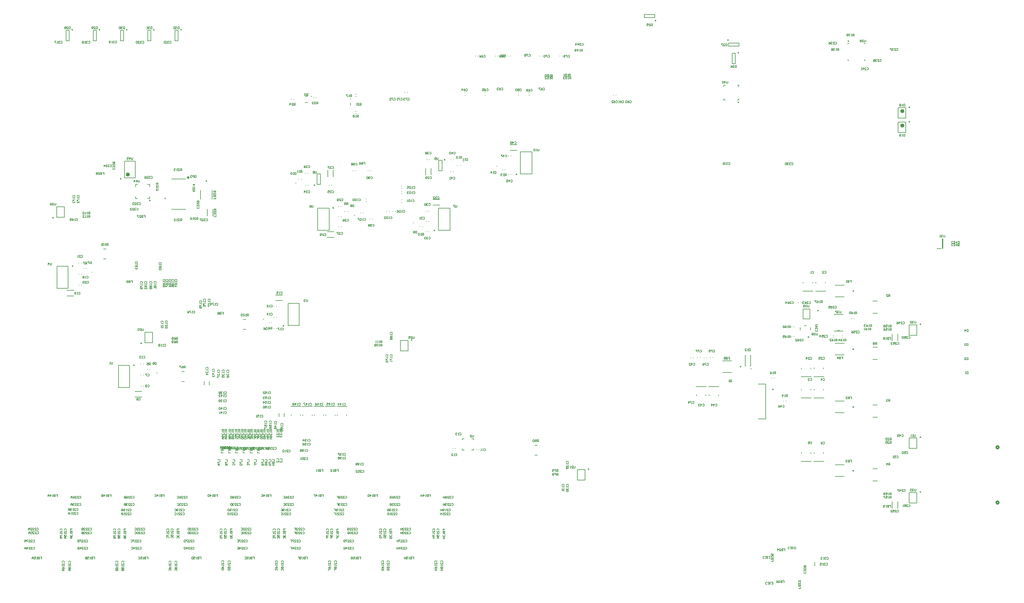
<source format=gbr>
%TF.GenerationSoftware,Altium Limited,Altium Designer,22.6.1 (34)*%
G04 Layer_Color=32896*
%FSLAX26Y26*%
%MOIN*%
%TF.SameCoordinates,08F94D22-2ED8-4738-ABBF-34BB79D8E07D*%
%TF.FilePolarity,Positive*%
%TF.FileFunction,Legend,Bot*%
%TF.Part,Single*%
G01*
G75*
%TA.AperFunction,NonConductor*%
%ADD245C,0.009842*%
%ADD246C,0.006000*%
%ADD247C,0.015000*%
%ADD248C,0.023622*%
%ADD249C,0.010000*%
%ADD250C,0.003937*%
%ADD251C,0.020000*%
%ADD252C,0.007874*%
%ADD253C,0.005906*%
%ADD254C,0.001968*%
%ADD255C,0.003000*%
%ADD256C,0.005000*%
G36*
X2216000Y4862500D02*
X2206000D01*
Y4847500D01*
X2216000D01*
Y4862500D01*
D02*
G37*
D245*
X6344764Y5139016D02*
G03*
X6344764Y5139016I-4921J0D01*
G01*
X3969724Y5010118D02*
G03*
X3969724Y5010118I-4921J0D01*
G01*
X1848780Y2892047D02*
G03*
X1848780Y2892047I-4921J0D01*
G01*
X1934055Y3149685D02*
G03*
X1934055Y3149685I-4921J0D01*
G01*
X9359173Y2607323D02*
G03*
X9359173Y2607323I-4921J0D01*
G01*
X8979370Y2875000D02*
G03*
X8979370Y2875000I-4921J0D01*
G01*
X10304370Y3080000D02*
G03*
X10304370Y3080000I-4921J0D01*
G01*
Y2400000D02*
G03*
X10304370Y2400000I-4921J0D01*
G01*
X11092520Y3373898D02*
G03*
X11092520Y3373898I-4921J0D01*
G01*
X10304370Y1650000D02*
G03*
X10304370Y1650000I-4921J0D01*
G01*
Y3765000D02*
G03*
X10304370Y3765000I-4921J0D01*
G01*
X11092520Y1398898D02*
G03*
X11092520Y1398898I-4921J0D01*
G01*
Y2043898D02*
G03*
X11092520Y2043898I-4921J0D01*
G01*
X9777323Y3223543D02*
G03*
X9777323Y3223543I-4921J0D01*
G01*
X9889764Y3533386D02*
G03*
X9889764Y3533386I-4921J0D01*
G01*
X7192520Y1668898D02*
G03*
X7192520Y1668898I-4921J0D01*
G01*
X2699921Y5059449D02*
G03*
X2699921Y5059449I-4921J0D01*
G01*
X1692638Y5086535D02*
G03*
X1692638Y5086535I-4921J0D01*
G01*
X2403071Y6838898D02*
G03*
X2403071Y6838898I-4921J0D01*
G01*
X2083071D02*
G03*
X2083071Y6838898I-4921J0D01*
G01*
X1443071D02*
G03*
X1443071Y6838898I-4921J0D01*
G01*
X1763071D02*
G03*
X1763071Y6838898I-4921J0D01*
G01*
X1123071D02*
G03*
X1123071Y6838898I-4921J0D01*
G01*
X8831024Y6718150D02*
G03*
X8831024Y6718150I-4921J0D01*
G01*
X8953071Y6568898D02*
G03*
X8953071Y6568898I-4921J0D01*
G01*
X8951614Y5986811D02*
G03*
X8951614Y5986811I-4921J0D01*
G01*
X7978819Y6946850D02*
G03*
X7978819Y6946850I-4921J0D01*
G01*
X10245827Y6706063D02*
G03*
X10245827Y6706063I-4921J0D01*
G01*
X897323Y4626102D02*
G03*
X897323Y4626102I-4921J0D01*
G01*
X5112520Y3188898D02*
G03*
X5112520Y3188898I-4921J0D01*
G01*
X10962520Y5756929D02*
G03*
X10962520Y5756929I-4921J0D01*
G01*
Y5926929D02*
G03*
X10962520Y5926929I-4921J0D01*
G01*
X5500118Y5309882D02*
G03*
X5500118Y5309882I-4921J0D01*
G01*
X4190079Y4743465D02*
G03*
X4190079Y4743465I-4921J0D01*
G01*
X5379764Y4476535D02*
G03*
X5379764Y4476535I-4921J0D01*
G01*
X1127047Y4058465D02*
G03*
X1127047Y4058465I-4921J0D01*
G01*
X3605827Y3354567D02*
G03*
X3605827Y3354567I-4921J0D01*
G01*
D246*
X10137000Y3291500D02*
G03*
X10113000Y3291500I-12000J0D01*
G01*
X3929258Y6052093D02*
G03*
X3927961Y6052800I742J2907D01*
G01*
X4392907Y6024257D02*
G03*
X4392200Y6022961I-2907J742D01*
G01*
X2406832Y2816583D02*
X2436632D01*
X2406832Y2700583D02*
X2436632D01*
X9084927Y3006102D02*
X9091575D01*
X9028425Y2883898D02*
X9035073D01*
X9028425D02*
Y3006102D01*
X9035073D01*
X9091575Y2883898D02*
Y3006102D01*
X9084927Y2883898D02*
X9091575D01*
X10528600Y2422000D02*
X10581400D01*
X10528600Y2278000D02*
X10581400D01*
X10528600Y2958000D02*
X10581400D01*
X10528600Y3102000D02*
X10581400D01*
X10070919Y3291500D02*
X10179081D01*
X10070919Y3488500D02*
X10179081D01*
X10528600Y3647000D02*
X10581400D01*
X10528600Y3503000D02*
X10581400D01*
X10528600Y1528000D02*
X10581400D01*
X10528600Y1672000D02*
X10581400D01*
X2286000Y4727500D02*
X2454000D01*
X2286000Y5082500D02*
X2454000D01*
X1861260Y4993376D02*
Y5018740D01*
Y4851260D02*
X1886624D01*
X2003376D02*
X2028740D01*
Y4993376D02*
Y5018740D01*
X1861260D02*
X1886624D01*
X1861260Y4851260D02*
Y4876624D01*
X2003376Y5018740D02*
X2028740D01*
Y4851260D02*
Y4876624D01*
X1485100Y4142000D02*
X1514900D01*
X1485100Y4258000D02*
X1514900D01*
X3130100Y3428000D02*
X3159900D01*
X3130100Y3312000D02*
X3159900D01*
X6555100Y1948000D02*
X6584900D01*
X6555100Y1832000D02*
X6584900D01*
X3854967Y6056500D02*
X3885033D01*
X3854967Y5983500D02*
X3885033D01*
X4388500Y5949967D02*
Y5980033D01*
X4461500Y5949967D02*
Y5980033D01*
D247*
X2487071Y5100000D02*
G03*
X2487071Y5100000I-7071J0D01*
G01*
D248*
X1783189Y5135945D02*
G03*
X1783189Y5135945I-11811J0D01*
G01*
X10887717Y5711654D02*
G03*
X10887717Y5711654I-11811J0D01*
G01*
Y5881654D02*
G03*
X10887717Y5881654I-11811J0D01*
G01*
D249*
X2035000Y4830000D02*
G03*
X2035000Y4830000I-5000J0D01*
G01*
D250*
X5689291Y1893071D02*
G03*
X5689291Y1893071I-1968J0D01*
G01*
X11648504Y3266732D02*
G03*
X11648504Y3266732I-1968J0D01*
G01*
Y3101378D02*
G03*
X11648504Y3101378I-1968J0D01*
G01*
Y2936023D02*
G03*
X11648504Y2936023I-1968J0D01*
G01*
Y2770669D02*
G03*
X11648504Y2770669I-1968J0D01*
G01*
D251*
X12010000Y1925000D02*
G03*
X12010000Y1925000I-15000J0D01*
G01*
Y1275000D02*
G03*
X12010000Y1275000I-15000J0D01*
G01*
D252*
X5731260Y6070236D02*
X5735197D01*
X5731260Y6099764D02*
X5735197D01*
X3723780Y6023032D02*
Y6026968D01*
X3696220Y6023032D02*
Y6026968D01*
X6093425Y6528032D02*
Y6531968D01*
X6122953Y6528032D02*
Y6531968D01*
X9846575Y530748D02*
Y572087D01*
X6203780Y5193071D02*
Y5197008D01*
X6176221Y5193071D02*
Y5197008D01*
X6245236Y5135512D02*
Y5139449D01*
X6274764Y5135512D02*
Y5139449D01*
X6386102Y5142559D02*
Y5402402D01*
X6523898Y5142559D02*
Y5402402D01*
X6386102Y5142559D02*
X6523898D01*
X6386102Y5402402D02*
X6523898D01*
X6274764Y5355512D02*
Y5359449D01*
X6245236Y5355512D02*
Y5359449D01*
X6264484Y5484961D02*
X6345516D01*
X6264484Y5420000D02*
X6345516D01*
X4034685Y5018976D02*
Y5141024D01*
X3995315Y5018976D02*
Y5141024D01*
X4034685D01*
X3995315Y5018976D02*
X4034685D01*
X4187480Y5109484D02*
Y5190516D01*
X4122520Y5109484D02*
Y5190516D01*
X4624764Y5178032D02*
Y5181968D01*
X4595236Y5178032D02*
Y5181968D01*
X4449764Y5178032D02*
Y5181968D01*
X4420236Y5178032D02*
Y5181968D01*
X6487244Y6070236D02*
X6491181D01*
X6487244Y6099764D02*
X6491181D01*
X1856216Y2581063D02*
X1937248D01*
X1856216Y2516102D02*
X1937248D01*
X1791693Y2628661D02*
Y2888504D01*
X1661772Y2628661D02*
Y2888504D01*
X1791693D01*
X1661772Y2628661D02*
X1791693D01*
X1956496Y2646614D02*
Y2650551D01*
X1926968Y2646614D02*
Y2650551D01*
Y2906614D02*
Y2910551D01*
X1956496Y2906614D02*
Y2910551D01*
Y2776614D02*
Y2780551D01*
X1926968Y2776614D02*
Y2780551D01*
X2030512Y2841614D02*
Y2845551D01*
X2002953Y2841614D02*
Y2845551D01*
X1971457Y3157559D02*
Y3279606D01*
X2062008Y3157559D02*
Y3279606D01*
X1971457Y3157559D02*
X2062008D01*
X1971457Y3279606D02*
X2062008D01*
X10757520Y3179484D02*
Y3260516D01*
X10822480Y3179484D02*
Y3260516D01*
X5030236Y6103032D02*
Y6106968D01*
X5059764Y6103032D02*
Y6106968D01*
X4343386Y2299095D02*
Y2310906D01*
X4233150Y2299095D02*
Y2310906D01*
X3803386Y2299095D02*
Y2310906D01*
X3693150Y2299095D02*
Y2310906D01*
X3938386Y2299095D02*
Y2310906D01*
X3828150Y2299095D02*
Y2310906D01*
X4073386Y2299095D02*
Y2310906D01*
X3963150Y2299095D02*
Y2310906D01*
X4208386Y2299095D02*
Y2310906D01*
X4098150Y2299095D02*
Y2310906D01*
X3549488Y2285315D02*
Y2324685D01*
X3610512Y2285315D02*
Y2324685D01*
X2730512Y2660315D02*
Y2699685D01*
X2669488Y2660315D02*
Y2699685D01*
X9508780Y2468032D02*
Y2471968D01*
X9481220Y2468032D02*
Y2471968D01*
X8715118Y2534095D02*
Y2545906D01*
X8604882Y2534095D02*
Y2545906D01*
X9182992Y2260276D02*
X9267638D01*
Y2669724D01*
X9182992D02*
X9267638D01*
X9368780Y2738032D02*
Y2741968D01*
X9341220Y2738032D02*
Y2741968D01*
X8620236Y2978032D02*
Y2981968D01*
X8649764Y2978032D02*
Y2981968D01*
X8761850Y2943898D02*
X8868150D01*
X8761850Y2806102D02*
X8868150D01*
X8565118Y2534095D02*
Y2545906D01*
X8454882Y2534095D02*
Y2545906D01*
X8414764Y2978032D02*
Y2981968D01*
X8385236Y2978032D02*
Y2981968D01*
X8470236Y2978032D02*
Y2981968D01*
X8499764Y2978032D02*
Y2981968D01*
X8545236Y2978032D02*
Y2981968D01*
X8574764Y2978032D02*
Y2981968D01*
X10281220Y3438032D02*
Y3441968D01*
X10308780Y3438032D02*
Y3441968D01*
X10086850Y3148898D02*
X10193150D01*
X10086850Y3011102D02*
X10193150D01*
X9950118Y2849961D02*
Y2861772D01*
X9839882Y2849961D02*
Y2861772D01*
Y2599094D02*
Y2610905D01*
X9950118Y2599094D02*
Y2610905D01*
X10086850Y2468898D02*
X10193150D01*
X10086850Y2331102D02*
X10193150D01*
X10063031Y3216220D02*
X10066969D01*
X10063031Y3243780D02*
X10066969D01*
X10168031Y3216220D02*
X10171969D01*
X10168031Y3243780D02*
X10171969D01*
X11045276Y3243976D02*
Y3366024D01*
X10954724Y3243976D02*
Y3366024D01*
X11045276D01*
X10954724Y3243976D02*
X11045276D01*
X9839882Y1854094D02*
Y1865906D01*
X9950118Y1854094D02*
Y1865906D01*
X10086850Y1718898D02*
X10193150D01*
X10086850Y1581102D02*
X10193150D01*
X9655236Y3628032D02*
Y3631968D01*
X9684764Y3628032D02*
Y3631968D01*
X9860882Y3858228D02*
Y3870039D01*
X9971118Y3858228D02*
Y3870039D01*
X9710882Y3858228D02*
Y3870039D01*
X9821118Y3858228D02*
Y3870039D01*
X10086850Y3833898D02*
X10193150D01*
X10086850Y3696102D02*
X10193150D01*
X11045276Y1268976D02*
Y1391024D01*
X10954724Y1268976D02*
Y1391024D01*
X11045276D01*
X10954724Y1268976D02*
X11045276D01*
Y1913976D02*
Y2036024D01*
X10954724Y1913976D02*
Y2036024D01*
X11045276D01*
X10954724Y1913976D02*
X11045276D01*
X10822480Y1204484D02*
Y1285516D01*
X10757520Y1204484D02*
Y1285516D01*
X9689882Y1854094D02*
Y1865906D01*
X9800118Y1854094D02*
Y1865906D01*
X9689882Y2599094D02*
Y2610905D01*
X9800118Y2599094D02*
Y2610905D01*
Y2849094D02*
Y2860905D01*
X9689882Y2849094D02*
Y2860905D01*
X9576220Y3228032D02*
Y3231968D01*
X9603780Y3228032D02*
Y3231968D01*
X9576220Y3343032D02*
Y3346968D01*
X9603780Y3343032D02*
Y3346968D01*
X9674961Y3305236D02*
Y3334764D01*
X9724173Y3354449D02*
X9745827D01*
X9795039Y3305236D02*
Y3334764D01*
X9789370Y3435945D02*
Y3554055D01*
X9710630Y3435945D02*
X9789370D01*
X9710630D02*
Y3554055D01*
X9789370D01*
X7145276Y1538976D02*
Y1661024D01*
X7054724Y1538976D02*
Y1661024D01*
X7145276D01*
X7054724Y1538976D02*
X7145276D01*
X2763898Y4846850D02*
Y4953150D01*
X2626102Y4846850D02*
Y4953150D01*
X2772480Y4649484D02*
Y4730516D01*
X2707520Y4649484D02*
Y4730516D01*
X1732008Y5096575D02*
Y5293425D01*
X1857992Y5096575D02*
Y5293425D01*
X1732008Y5096575D02*
X1857992D01*
X1732008Y5293425D02*
X1857992D01*
X2327284Y6708976D02*
Y6831024D01*
X2362716Y6708976D02*
Y6831024D01*
X2327284Y6708976D02*
X2362716D01*
X2327284Y6831024D02*
X2362716D01*
X2007284Y6708976D02*
Y6831024D01*
X2042716Y6708976D02*
Y6831024D01*
X2007284Y6708976D02*
X2042716D01*
X2007284Y6831024D02*
X2042716D01*
X1367284Y6708976D02*
Y6831024D01*
X1402716Y6708976D02*
Y6831024D01*
X1367284Y6708976D02*
X1402716D01*
X1367284Y6831024D02*
X1402716D01*
X1687284Y6708976D02*
Y6831024D01*
X1722716Y6708976D02*
Y6831024D01*
X1687284Y6708976D02*
X1722716D01*
X1687284Y6831024D02*
X1722716D01*
X1047284Y6708976D02*
Y6831024D01*
X1082716Y6708976D02*
Y6831024D01*
X1047284Y6708976D02*
X1082716D01*
X1047284Y6831024D02*
X1082716D01*
X8833976Y6647283D02*
X8956024D01*
X8833976Y6682717D02*
X8956024D01*
Y6647283D02*
Y6682717D01*
X8833976Y6647283D02*
Y6682717D01*
X8877283Y6438976D02*
Y6561024D01*
X8912717Y6438976D02*
Y6561024D01*
X8877283Y6438976D02*
X8912717D01*
X8877283Y6561024D02*
X8912717D01*
X8934882Y6012402D02*
X8952598D01*
Y6030118D01*
Y6169882D02*
Y6187599D01*
X8934882D02*
X8952598D01*
X8777401D02*
X8795118D01*
X8777401Y6169882D02*
Y6187599D01*
Y6012402D02*
X8795118D01*
X8777401D02*
Y6030118D01*
X11284055Y4264173D02*
X11333268D01*
X11347047Y4265748D02*
Y4380709D01*
X11352953D01*
Y4265748D02*
Y4380709D01*
X11347047Y4265748D02*
X11352953D01*
X7843976Y7017717D02*
X7966024D01*
X7843976Y6982283D02*
X7966024D01*
X7843976D02*
Y7017717D01*
X7966024Y6982283D02*
Y7017717D01*
X10235000Y6680472D02*
X10244449D01*
X10235000Y6671024D02*
Y6680472D01*
Y6480472D02*
Y6489921D01*
Y6480472D02*
X10244449D01*
X10425551D02*
X10435000D01*
Y6489921D01*
X10425551Y6680472D02*
X10435000D01*
Y6671024D02*
Y6680472D01*
X934724Y4756024D02*
X1025276D01*
X934724Y4633976D02*
X1025276D01*
Y4756024D01*
X934724Y4633976D02*
Y4756024D01*
X4974724Y3058976D02*
X5065276D01*
X4974724Y3181024D02*
X5065276D01*
X4974724Y3058976D02*
Y3181024D01*
X5065276Y3058976D02*
Y3181024D01*
X10915276Y5628976D02*
Y5751024D01*
X10824724Y5628976D02*
Y5751024D01*
X10915276D01*
X10824724Y5628976D02*
X10915276D01*
Y5798976D02*
Y5921024D01*
X10824724Y5798976D02*
Y5921024D01*
X10915276D01*
X10824724Y5798976D02*
X10915276D01*
X4988032Y4970236D02*
X4991968D01*
X4988032Y4999764D02*
X4991968D01*
X4568032Y4850079D02*
X4571968D01*
X4568032Y4820551D02*
X4571968D01*
X4615236Y4613032D02*
Y4616968D01*
X4644764Y4613032D02*
Y4616968D01*
X4510236Y4683032D02*
Y4686968D01*
X4539764Y4683032D02*
Y4686968D01*
X4885236Y4703032D02*
Y4706968D01*
X4914764Y4703032D02*
Y4706968D01*
X4815236Y4703032D02*
Y4706968D01*
X4844764Y4703032D02*
Y4706968D01*
X4988032Y4810236D02*
X4991968D01*
X4988032Y4839764D02*
X4991968D01*
X4988032Y4910236D02*
X4991968D01*
X4988032Y4939764D02*
X4991968D01*
X3956220Y6038032D02*
Y6041968D01*
X3983780Y6038032D02*
Y6041968D01*
X4450591Y5851220D02*
X4454528D01*
X4450591Y5878780D02*
X4454528D01*
X4450591Y6051220D02*
X4454528D01*
X4450591Y6078780D02*
X4454528D01*
X6264685Y6528032D02*
Y6531968D01*
X6235158Y6528032D02*
Y6531968D01*
X6363032Y6070236D02*
X6366968D01*
X6363032Y6099764D02*
X6366968D01*
X6878779Y6528032D02*
Y6531968D01*
X6849252Y6528032D02*
Y6531968D01*
X6642598Y6528032D02*
Y6531968D01*
X6613071Y6528032D02*
Y6531968D01*
X5886732Y6528032D02*
Y6531968D01*
X5857205Y6528032D02*
Y6531968D01*
X5968032Y6099764D02*
X5971968D01*
X5968032Y6070236D02*
X5971968D01*
X7509764Y6068032D02*
Y6071968D01*
X7480236Y6068032D02*
Y6071968D01*
X5570236Y5308032D02*
Y5311968D01*
X5599764Y5308032D02*
Y5311968D01*
X5337480Y5129484D02*
Y5210516D01*
X5272520Y5129484D02*
Y5210516D01*
X5599764Y5168032D02*
Y5171968D01*
X5570236Y5168032D02*
Y5171968D01*
X5290236Y5308032D02*
Y5311968D01*
X5319764Y5308032D02*
Y5311968D01*
X5425315Y5301024D02*
X5464685D01*
X5425315Y5178976D02*
X5464685D01*
Y5301024D01*
X5425315Y5178976D02*
Y5301024D01*
X5682717Y5243032D02*
Y5246968D01*
X5647283Y5243032D02*
Y5246968D01*
X3860236Y5148032D02*
Y5151968D01*
X3889764Y5148032D02*
Y5151968D01*
X4169764Y5008032D02*
Y5011968D01*
X4140236Y5008032D02*
Y5011968D01*
X3812717Y5078032D02*
Y5081968D01*
X3777283Y5078032D02*
Y5081968D01*
X3889764Y5008032D02*
Y5011968D01*
X3860236Y5008032D02*
Y5011968D01*
X5359484Y4842480D02*
X5440516D01*
X5359484Y4777520D02*
X5440516D01*
X4114484Y4397520D02*
X4195516D01*
X4114484Y4462480D02*
X4195516D01*
X4138898Y4480079D02*
Y4739921D01*
X4001102Y4480079D02*
Y4739921D01*
X4138898D01*
X4001102Y4480079D02*
X4138898D01*
X5309764Y4463032D02*
Y4466968D01*
X5280236Y4463032D02*
Y4466968D01*
Y4583032D02*
Y4586968D01*
X5309764Y4583032D02*
Y4586968D01*
X5280236Y4703032D02*
Y4706968D01*
X5309764Y4703032D02*
Y4706968D01*
X5421102Y4480079D02*
Y4739921D01*
X5558898Y4480079D02*
Y4739921D01*
X5421102Y4480079D02*
X5558898D01*
X5421102Y4739921D02*
X5558898D01*
X5202283Y4523032D02*
Y4526968D01*
X5237717Y4523032D02*
Y4526968D01*
X4279764Y4638032D02*
Y4641968D01*
X4250236Y4638032D02*
Y4641968D01*
X4279764Y4518032D02*
Y4521968D01*
X4250236Y4518032D02*
Y4521968D01*
Y4758032D02*
Y4761968D01*
X4279764Y4758032D02*
Y4761968D01*
X4357717Y4698032D02*
Y4701968D01*
X4322283Y4698032D02*
Y4701968D01*
X1054484Y3707520D02*
X1135516D01*
X1054484Y3772480D02*
X1135516D01*
X1256220Y4028032D02*
Y4031968D01*
X1283780Y4028032D02*
Y4031968D01*
X1195236Y4093032D02*
Y4096968D01*
X1224764Y4093032D02*
Y4096968D01*
Y3833032D02*
Y3836968D01*
X1195236Y3833032D02*
Y3836968D01*
X1224764Y3963032D02*
Y3966968D01*
X1195236Y3963032D02*
Y3966968D01*
X940039Y3795079D02*
X1069961D01*
X940039Y4054921D02*
X1069961D01*
X940039Y3795079D02*
Y4054921D01*
X1069961Y3795079D02*
Y4054921D01*
X3490236Y3583032D02*
Y3586968D01*
X3519764Y3583032D02*
Y3586968D01*
X3509484Y3652520D02*
X3590516D01*
X3509484Y3717480D02*
X3590516D01*
X3519764Y3323032D02*
Y3326968D01*
X3490236Y3323032D02*
Y3326968D01*
X3431220Y3388032D02*
Y3391968D01*
X3458780Y3388032D02*
Y3391968D01*
X3490236Y3453032D02*
Y3456968D01*
X3519764Y3453032D02*
Y3456968D01*
X3655039Y3619921D02*
X3784961D01*
X3655039Y3360079D02*
X3784961D01*
Y3619921D01*
X3655039Y3360079D02*
Y3619921D01*
X5595236Y1913032D02*
Y1916968D01*
X5624764Y1913032D02*
Y1916968D01*
X5870236Y1898032D02*
Y1901968D01*
X5899764Y1898032D02*
Y1901968D01*
X5813701Y2026929D02*
X5836929D01*
X5703071D02*
X5726299D01*
X5813701Y1893071D02*
X5836929D01*
X5703071D02*
X5726299D01*
X5836929Y2012165D02*
Y2026929D01*
Y1893071D02*
Y1907835D01*
X5703071Y2012165D02*
Y2026929D01*
Y1893071D02*
Y1907835D01*
D253*
X4228268Y2405000D02*
X4348268D01*
X3688268D02*
X3808268D01*
X3823268D02*
X3943268D01*
X3958268D02*
X4078268D01*
X4093268D02*
X4213268D01*
X8600000Y2640000D02*
X8720000D01*
X8450000D02*
X8570000D01*
X9835000Y2755866D02*
X9955000D01*
X9835000Y2505000D02*
X9955000D01*
X9835000Y1760000D02*
X9955000D01*
X9856000Y3764134D02*
X9976000D01*
X9706000D02*
X9826000D01*
X9685000Y1760000D02*
X9805000D01*
X9685000Y2505000D02*
X9805000D01*
X9685000Y2755000D02*
X9805000D01*
D254*
X6102128Y5237480D02*
X6110000D01*
X6107376D01*
X6102128Y5232233D01*
X6106064Y5236168D01*
X6110000Y5232233D01*
X2114604Y2798583D02*
X2106732D01*
X2109356D01*
X2114604Y2803830D01*
X2110668Y2799894D01*
X2106732Y2803830D01*
X5712128Y5290000D02*
X5720000D01*
X5717376D01*
X5712128Y5284752D01*
X5716064Y5288688D01*
X5720000Y5284752D01*
X3747872Y5035000D02*
X3740000D01*
X3742624D01*
X3747872Y5040248D01*
X3743936Y5036312D01*
X3740000Y5040248D01*
X5122128Y4570000D02*
X5130000D01*
X5127376D01*
X5122128Y4564752D01*
X5126064Y4568688D01*
X5130000Y4564752D01*
X4437872Y4655000D02*
X4430000D01*
X4432624D01*
X4437872Y4660248D01*
X4433936Y4656312D01*
X4430000Y4660248D01*
X1352871Y3985000D02*
X1345000D01*
X1347624D01*
X1352871Y3990248D01*
X1348936Y3986312D01*
X1345000Y3990248D01*
X3362128Y3435000D02*
X3370000D01*
X3367376D01*
X3362128Y3429752D01*
X3366064Y3433688D01*
X3370000Y3429752D01*
D255*
X9101993Y2850787D02*
X9089997D01*
X9093996D01*
X9101993Y2858785D01*
X9095995Y2852787D01*
X9089997Y2858785D01*
D256*
X4491803Y634992D02*
X4508465D01*
Y622496D01*
X4500134D01*
X4508465D01*
Y610000D01*
X4483473Y634992D02*
Y610000D01*
X4470977D01*
X4466811Y614165D01*
Y618331D01*
X4470977Y622496D01*
X4483473D01*
X4470977D01*
X4466811Y626661D01*
Y630827D01*
X4470977Y634992D01*
X4483473D01*
X4458481Y610000D02*
X4450150D01*
X4454315D01*
Y634992D01*
X4458481Y630827D01*
X4420993Y634992D02*
X4437654D01*
Y622496D01*
X4429324Y626661D01*
X4425158D01*
X4420993Y622496D01*
Y614165D01*
X4425158Y610000D01*
X4433489D01*
X4437654Y614165D01*
X4396001Y630827D02*
X4400166Y634992D01*
X4408497D01*
X4412662Y630827D01*
Y614165D01*
X4408497Y610000D01*
X4400166D01*
X4396001Y614165D01*
Y622496D01*
X4404332D01*
X3866803Y634992D02*
X3883465D01*
Y622496D01*
X3875134D01*
X3883465D01*
Y610000D01*
X3858473Y634992D02*
Y610000D01*
X3845977D01*
X3841811Y614165D01*
Y618331D01*
X3845977Y622496D01*
X3858473D01*
X3845977D01*
X3841811Y626661D01*
Y630827D01*
X3845977Y634992D01*
X3858473D01*
X3833481Y610000D02*
X3825150D01*
X3829316D01*
Y634992D01*
X3833481Y630827D01*
X3795993Y634992D02*
X3812654D01*
Y622496D01*
X3804324Y626661D01*
X3800158D01*
X3795993Y622496D01*
Y614165D01*
X3800158Y610000D01*
X3808489D01*
X3812654Y614165D01*
X3771001Y634992D02*
X3787662D01*
Y622496D01*
X3779332D01*
X3787662D01*
Y610000D01*
X3241803Y634992D02*
X3258465D01*
Y622496D01*
X3250134D01*
X3258465D01*
Y610000D01*
X3233473Y634992D02*
Y610000D01*
X3220977D01*
X3216811Y614165D01*
Y618331D01*
X3220977Y622496D01*
X3233473D01*
X3220977D01*
X3216811Y626661D01*
Y630827D01*
X3220977Y634992D01*
X3233473D01*
X3208481Y610000D02*
X3200150D01*
X3204316D01*
Y634992D01*
X3208481Y630827D01*
X3170993Y634992D02*
X3187654D01*
Y622496D01*
X3179324Y626661D01*
X3175158D01*
X3170993Y622496D01*
Y614165D01*
X3175158Y610000D01*
X3183489D01*
X3187654Y614165D01*
X3146001Y634992D02*
X3162662D01*
Y610000D01*
X3146001D01*
X3162662Y622496D02*
X3154332D01*
X2616803Y634992D02*
X2633465D01*
Y622496D01*
X2625134D01*
X2633465D01*
Y610000D01*
X2608473Y634992D02*
Y610000D01*
X2595977D01*
X2591811Y614165D01*
Y618331D01*
X2595977Y622496D01*
X2608473D01*
X2595977D01*
X2591811Y626661D01*
Y630827D01*
X2595977Y634992D01*
X2608473D01*
X2583481Y610000D02*
X2575150D01*
X2579316D01*
Y634992D01*
X2583481Y630827D01*
X2545993Y634992D02*
X2562654D01*
Y622496D01*
X2554324Y626661D01*
X2550158D01*
X2545993Y622496D01*
Y614165D01*
X2550158Y610000D01*
X2558489D01*
X2562654Y614165D01*
X2537662Y634992D02*
Y610000D01*
X2525166D01*
X2521001Y614165D01*
Y630827D01*
X2525166Y634992D01*
X2537662D01*
X1991803D02*
X2008465D01*
Y622496D01*
X2000134D01*
X2008465D01*
Y610000D01*
X1983473Y634992D02*
Y610000D01*
X1970977D01*
X1966811Y614165D01*
Y618331D01*
X1970977Y622496D01*
X1983473D01*
X1970977D01*
X1966811Y626661D01*
Y630827D01*
X1970977Y634992D01*
X1983473D01*
X1958481Y610000D02*
X1950150D01*
X1954315D01*
Y634992D01*
X1958481Y630827D01*
X1920993Y634992D02*
X1937654D01*
Y622496D01*
X1929324Y626661D01*
X1925158D01*
X1920993Y622496D01*
Y614165D01*
X1925158Y610000D01*
X1933489D01*
X1937654Y614165D01*
X1896001Y630827D02*
X1900166Y634992D01*
X1908497D01*
X1912662Y630827D01*
Y614165D01*
X1908497Y610000D01*
X1900166D01*
X1896001Y614165D01*
X1366803Y634992D02*
X1383465D01*
Y622496D01*
X1375134D01*
X1383465D01*
Y610000D01*
X1358473Y634992D02*
Y610000D01*
X1345977D01*
X1341811Y614165D01*
Y618331D01*
X1345977Y622496D01*
X1358473D01*
X1345977D01*
X1341811Y626661D01*
Y630827D01*
X1345977Y634992D01*
X1358473D01*
X1333481Y610000D02*
X1325150D01*
X1329315D01*
Y634992D01*
X1333481Y630827D01*
X1295993Y634992D02*
X1312654D01*
Y622496D01*
X1304324Y626661D01*
X1300158D01*
X1295993Y622496D01*
Y614165D01*
X1300158Y610000D01*
X1308489D01*
X1312654Y614165D01*
X1287662Y634992D02*
Y610000D01*
X1275166D01*
X1271001Y614165D01*
Y618331D01*
X1275166Y622496D01*
X1287662D01*
X1275166D01*
X1271001Y626661D01*
Y630827D01*
X1275166Y634992D01*
X1287662D01*
X741803D02*
X758465D01*
Y622496D01*
X750134D01*
X758465D01*
Y610000D01*
X733473Y634992D02*
Y610000D01*
X720977D01*
X716811Y614165D01*
Y618331D01*
X720977Y622496D01*
X733473D01*
X720977D01*
X716811Y626661D01*
Y630827D01*
X720977Y634992D01*
X733473D01*
X708481Y610000D02*
X700150D01*
X704316D01*
Y634992D01*
X708481Y630827D01*
X670993Y634992D02*
X687654D01*
Y622496D01*
X679324Y626661D01*
X675158D01*
X670993Y622496D01*
Y614165D01*
X675158Y610000D01*
X683489D01*
X687654Y614165D01*
X662662Y610000D02*
Y626661D01*
X654332Y634992D01*
X646001Y626661D01*
Y610000D01*
Y622496D01*
X662662D01*
X9989914Y627244D02*
X9994079Y631409D01*
X10002409D01*
X10006575Y627244D01*
Y610583D01*
X10002409Y606417D01*
X9994079D01*
X9989914Y610583D01*
X9981583Y627244D02*
X9977418Y631409D01*
X9969087D01*
X9964922Y627244D01*
Y623079D01*
X9969087Y618913D01*
X9973252D01*
X9969087D01*
X9964922Y614748D01*
Y610583D01*
X9969087Y606417D01*
X9977418D01*
X9981583Y610583D01*
X9956591Y606417D02*
X9948260D01*
X9952426D01*
Y631409D01*
X9956591Y627244D01*
X9935764D02*
X9931599Y631409D01*
X9923268D01*
X9919103Y627244D01*
Y623079D01*
X9923268Y618913D01*
X9927434D01*
X9923268D01*
X9919103Y614748D01*
Y610583D01*
X9923268Y606417D01*
X9931599D01*
X9935764Y610583D01*
X2263339Y6700827D02*
X2267504Y6704992D01*
X2275835D01*
X2280000Y6700827D01*
Y6684165D01*
X2275835Y6680000D01*
X2267504D01*
X2263339Y6684165D01*
X2255008Y6700827D02*
X2250843Y6704992D01*
X2242512D01*
X2238347Y6700827D01*
Y6696661D01*
X2242512Y6692496D01*
X2246677D01*
X2242512D01*
X2238347Y6688331D01*
Y6684165D01*
X2242512Y6680000D01*
X2250843D01*
X2255008Y6684165D01*
X2213355Y6680000D02*
X2230016D01*
X2213355Y6696661D01*
Y6700827D01*
X2217520Y6704992D01*
X2225851D01*
X2230016Y6700827D01*
X2205024Y6680000D02*
X2196694D01*
X2200859D01*
Y6704992D01*
X2205024Y6700827D01*
X6978898Y6260984D02*
Y6285976D01*
X6966402D01*
X6962236Y6281811D01*
Y6273480D01*
X6966402Y6269315D01*
X6978898D01*
X6970567D02*
X6962236Y6260984D01*
X6953906D02*
X6945575D01*
X6949740D01*
Y6285976D01*
X6953906Y6281811D01*
X6916418Y6285976D02*
X6933079D01*
Y6273480D01*
X6924748Y6277646D01*
X6920583D01*
X6916418Y6273480D01*
Y6265150D01*
X6920583Y6260984D01*
X6928914D01*
X6933079Y6265150D01*
X6908087Y6281811D02*
X6903922Y6285976D01*
X6895591D01*
X6891426Y6281811D01*
Y6277646D01*
X6895591Y6273480D01*
X6899757D01*
X6895591D01*
X6891426Y6269315D01*
Y6265150D01*
X6895591Y6260984D01*
X6903922D01*
X6908087Y6265150D01*
X6763425Y6260984D02*
Y6285976D01*
X6750929D01*
X6746764Y6281811D01*
Y6273480D01*
X6750929Y6269315D01*
X6763425D01*
X6755095D02*
X6746764Y6260984D01*
X6738433D02*
X6730103D01*
X6734268D01*
Y6285976D01*
X6738433Y6281811D01*
X6700945Y6285976D02*
X6717607D01*
Y6273480D01*
X6709276Y6277646D01*
X6705111D01*
X6700945Y6273480D01*
Y6265150D01*
X6705111Y6260984D01*
X6713441D01*
X6717607Y6265150D01*
X6675953Y6260984D02*
X6692615D01*
X6675953Y6277646D01*
Y6281811D01*
X6680119Y6285976D01*
X6688449D01*
X6692615Y6281811D01*
X6973894Y6292756D02*
Y6317748D01*
X6961398D01*
X6957232Y6313583D01*
Y6305252D01*
X6961398Y6301087D01*
X6973894D01*
X6965563D02*
X6957232Y6292756D01*
X6948902D02*
X6940571D01*
X6944736D01*
Y6317748D01*
X6948902Y6313583D01*
X6911414Y6317748D02*
X6928075D01*
Y6305252D01*
X6919745Y6309417D01*
X6915579D01*
X6911414Y6305252D01*
Y6296921D01*
X6915579Y6292756D01*
X6923910D01*
X6928075Y6296921D01*
X6903083Y6292756D02*
X6894753D01*
X6898918D01*
Y6317748D01*
X6903083Y6313583D01*
X6763421Y6287756D02*
Y6312748D01*
X6750925D01*
X6746760Y6308583D01*
Y6300252D01*
X6750925Y6296087D01*
X6763421D01*
X6755091D02*
X6746760Y6287756D01*
X6738429D02*
X6730099D01*
X6734264D01*
Y6312748D01*
X6738429Y6308583D01*
X6700941Y6312748D02*
X6717603D01*
Y6300252D01*
X6709272Y6304417D01*
X6705107D01*
X6700941Y6300252D01*
Y6291921D01*
X6705107Y6287756D01*
X6713438D01*
X6717603Y6291921D01*
X6692611Y6308583D02*
X6688446Y6312748D01*
X6680115D01*
X6675950Y6308583D01*
Y6291921D01*
X6680115Y6287756D01*
X6688446D01*
X6692611Y6291921D01*
Y6308583D01*
X1830000Y5334992D02*
Y5314165D01*
X1825835Y5310000D01*
X1817504D01*
X1813339Y5314165D01*
Y5334992D01*
X1792512Y5310000D02*
Y5334992D01*
X1805008Y5322496D01*
X1788347D01*
X1763355Y5334992D02*
X1780016D01*
Y5322496D01*
X1771686Y5326661D01*
X1767520D01*
X1763355Y5322496D01*
Y5314165D01*
X1767520Y5310000D01*
X1775851D01*
X1780016Y5314165D01*
X1910000Y5069992D02*
Y5049165D01*
X1905835Y5045000D01*
X1897504D01*
X1893339Y5049165D01*
Y5069992D01*
X1872512Y5045000D02*
Y5069992D01*
X1885008Y5057496D01*
X1868347D01*
X1847520Y5045000D02*
Y5069992D01*
X1860016Y5057496D01*
X1843355D01*
X8824803Y6234204D02*
Y6213378D01*
X8820638Y6209213D01*
X8812307D01*
X8808142Y6213378D01*
Y6234204D01*
X8787315Y6209213D02*
Y6234204D01*
X8799811Y6221709D01*
X8783150D01*
X8774819Y6230039D02*
X8770654Y6234204D01*
X8762323D01*
X8758158Y6230039D01*
Y6213378D01*
X8762323Y6209213D01*
X8770654D01*
X8774819Y6213378D01*
Y6230039D01*
X9780000Y3599992D02*
Y3579165D01*
X9775835Y3575000D01*
X9767504D01*
X9763339Y3579165D01*
Y3599992D01*
X9755008Y3595827D02*
X9750843Y3599992D01*
X9742512D01*
X9738347Y3595827D01*
Y3591661D01*
X9742512Y3587496D01*
X9746677D01*
X9742512D01*
X9738347Y3583331D01*
Y3579165D01*
X9742512Y3575000D01*
X9750843D01*
X9755008Y3579165D01*
X9730016D02*
X9725851Y3575000D01*
X9717520D01*
X9713355Y3579165D01*
Y3595827D01*
X9717520Y3599992D01*
X9725851D01*
X9730016Y3595827D01*
Y3591661D01*
X9725851Y3587496D01*
X9713355D01*
X9880000Y3269992D02*
Y3249165D01*
X9875835Y3245000D01*
X9867504D01*
X9863339Y3249165D01*
Y3269992D01*
X9855008Y3265827D02*
X9850843Y3269992D01*
X9842512D01*
X9838347Y3265827D01*
Y3261661D01*
X9842512Y3257496D01*
X9846677D01*
X9842512D01*
X9838347Y3253331D01*
Y3249165D01*
X9842512Y3245000D01*
X9850843D01*
X9855008Y3249165D01*
X9830016Y3265827D02*
X9825851Y3269992D01*
X9817520D01*
X9813355Y3265827D01*
Y3261661D01*
X9817520Y3257496D01*
X9813355Y3253331D01*
Y3249165D01*
X9817520Y3245000D01*
X9825851D01*
X9830016Y3249165D01*
Y3253331D01*
X9825851Y3257496D01*
X9830016Y3261661D01*
Y3265827D01*
X9825851Y3257496D02*
X9817520D01*
X10155000Y3529992D02*
Y3509165D01*
X10150835Y3505000D01*
X10142504D01*
X10138339Y3509165D01*
Y3529992D01*
X10130008Y3525827D02*
X10125843Y3529992D01*
X10117512D01*
X10113347Y3525827D01*
Y3521661D01*
X10117512Y3517496D01*
X10121677D01*
X10117512D01*
X10113347Y3513331D01*
Y3509165D01*
X10117512Y3505000D01*
X10125843D01*
X10130008Y3509165D01*
X10105016Y3529992D02*
X10088355D01*
Y3525827D01*
X10105016Y3509165D01*
Y3505000D01*
X11035000Y1434992D02*
Y1414165D01*
X11030835Y1410000D01*
X11022504D01*
X11018339Y1414165D01*
Y1434992D01*
X11010008Y1430827D02*
X11005843Y1434992D01*
X10997512D01*
X10993347Y1430827D01*
Y1426661D01*
X10997512Y1422496D01*
X11001677D01*
X10997512D01*
X10993347Y1418331D01*
Y1414165D01*
X10997512Y1410000D01*
X11005843D01*
X11010008Y1414165D01*
X10985016Y1430827D02*
X10980851Y1434992D01*
X10972520D01*
X10968355Y1430827D01*
Y1426661D01*
X10972520Y1422496D01*
X10976686D01*
X10972520D01*
X10968355Y1418331D01*
Y1414165D01*
X10972520Y1410000D01*
X10980851D01*
X10985016Y1414165D01*
X11035000Y3409992D02*
Y3389165D01*
X11030835Y3385000D01*
X11022504D01*
X11018339Y3389165D01*
Y3409992D01*
X11010008Y3405827D02*
X11005843Y3409992D01*
X10997512D01*
X10993347Y3405827D01*
Y3401661D01*
X10997512Y3397496D01*
X11001677D01*
X10997512D01*
X10993347Y3393331D01*
Y3389165D01*
X10997512Y3385000D01*
X11005843D01*
X11010008Y3389165D01*
X10968355Y3385000D02*
X10985016D01*
X10968355Y3401661D01*
Y3405827D01*
X10972520Y3409992D01*
X10980851D01*
X10985016Y3405827D01*
X11375000Y4423220D02*
Y4402394D01*
X11370835Y4398228D01*
X11362504D01*
X11358339Y4402394D01*
Y4423220D01*
X11350008Y4419055D02*
X11345843Y4423220D01*
X11337512D01*
X11333347Y4419055D01*
Y4414890D01*
X11337512Y4410724D01*
X11341677D01*
X11337512D01*
X11333347Y4406559D01*
Y4402394D01*
X11337512Y4398228D01*
X11345843D01*
X11350008Y4402394D01*
X11325016Y4398228D02*
X11316686D01*
X11320851D01*
Y4423220D01*
X11325016Y4419055D01*
X10445000Y6719992D02*
Y6699165D01*
X10440835Y6695000D01*
X10432504D01*
X10428339Y6699165D01*
Y6719992D01*
X10403347Y6695000D02*
X10420008D01*
X10403347Y6711661D01*
Y6715827D01*
X10407512Y6719992D01*
X10415843D01*
X10420008Y6715827D01*
X10395016Y6699165D02*
X10390851Y6695000D01*
X10382520D01*
X10378355Y6699165D01*
Y6715827D01*
X10382520Y6719992D01*
X10390851D01*
X10395016Y6715827D01*
Y6711661D01*
X10390851Y6707496D01*
X10378355D01*
X925000Y4799992D02*
Y4779165D01*
X920835Y4775000D01*
X912504D01*
X908339Y4779165D01*
Y4799992D01*
X883347Y4775000D02*
X900008D01*
X883347Y4791661D01*
Y4795827D01*
X887512Y4799992D01*
X895843D01*
X900008Y4795827D01*
X858355Y4799992D02*
X866686Y4795827D01*
X875016Y4787496D01*
Y4779165D01*
X870851Y4775000D01*
X862520D01*
X858355Y4779165D01*
Y4783331D01*
X862520Y4787496D01*
X875016D01*
X5140000Y3229992D02*
Y3209165D01*
X5135835Y3205000D01*
X5127504D01*
X5123339Y3209165D01*
Y3229992D01*
X5098347Y3205000D02*
X5115008D01*
X5098347Y3221661D01*
Y3225827D01*
X5102512Y3229992D01*
X5110843D01*
X5115008Y3225827D01*
X5073355Y3229992D02*
X5090016D01*
Y3217496D01*
X5081686Y3221661D01*
X5077520D01*
X5073355Y3217496D01*
Y3209165D01*
X5077520Y3205000D01*
X5085851D01*
X5090016Y3209165D01*
X7030000Y1704992D02*
Y1684165D01*
X7025835Y1680000D01*
X7017504D01*
X7013339Y1684165D01*
Y1704992D01*
X6988347Y1680000D02*
X7005008D01*
X6988347Y1696661D01*
Y1700827D01*
X6992512Y1704992D01*
X7000843D01*
X7005008Y1700827D01*
X6980016Y1680000D02*
X6971686D01*
X6975851D01*
Y1704992D01*
X6980016Y1700827D01*
X1956732Y3323575D02*
Y3302748D01*
X1952567Y3298583D01*
X1944236D01*
X1940071Y3302748D01*
Y3323575D01*
X1915079Y3298583D02*
X1931740D01*
X1915079Y3315244D01*
Y3319409D01*
X1919244Y3323575D01*
X1927575D01*
X1931740Y3319409D01*
X1906748D02*
X1902583Y3323575D01*
X1894253D01*
X1890087Y3319409D01*
Y3302748D01*
X1894253Y3298583D01*
X1902583D01*
X1906748Y3302748D01*
Y3319409D01*
X11030000Y2074992D02*
Y2054165D01*
X11025835Y2050000D01*
X11017504D01*
X11013339Y2054165D01*
Y2074992D01*
X11005008Y2050000D02*
X10996677D01*
X11000843D01*
Y2074992D01*
X11005008Y2070827D01*
X10984182Y2050000D02*
X10975851D01*
X10980016D01*
Y2074992D01*
X10984182Y2070827D01*
X6605000Y5437472D02*
Y5416646D01*
X6600835Y5412480D01*
X6592504D01*
X6588339Y5416646D01*
Y5437472D01*
X6580008Y5412480D02*
X6571677D01*
X6575843D01*
Y5437472D01*
X6580008Y5433307D01*
X6559181D02*
X6555016Y5437472D01*
X6546685D01*
X6542520Y5433307D01*
Y5416646D01*
X6546685Y5412480D01*
X6555016D01*
X6559181Y5416646D01*
Y5433307D01*
X5420000Y5334992D02*
Y5314165D01*
X5415835Y5310000D01*
X5407504D01*
X5403339Y5314165D01*
Y5334992D01*
X5395008Y5314165D02*
X5390843Y5310000D01*
X5382512D01*
X5378347Y5314165D01*
Y5330827D01*
X5382512Y5334992D01*
X5390843D01*
X5395008Y5330827D01*
Y5326661D01*
X5390843Y5322496D01*
X5378347D01*
X3990000Y5174992D02*
Y5154165D01*
X3985835Y5150000D01*
X3977504D01*
X3973339Y5154165D01*
Y5174992D01*
X3965008Y5170827D02*
X3960843Y5174992D01*
X3952512D01*
X3948347Y5170827D01*
Y5166661D01*
X3952512Y5162496D01*
X3948347Y5158331D01*
Y5154165D01*
X3952512Y5150000D01*
X3960843D01*
X3965008Y5154165D01*
Y5158331D01*
X3960843Y5162496D01*
X3965008Y5166661D01*
Y5170827D01*
X3960843Y5162496D02*
X3952512D01*
X5640000Y4774992D02*
Y4754165D01*
X5635835Y4750000D01*
X5627504D01*
X5623339Y4754165D01*
Y4774992D01*
X5615008D02*
X5598347D01*
Y4770827D01*
X5615008Y4754165D01*
Y4750000D01*
X3950000Y4774992D02*
Y4754165D01*
X3945835Y4750000D01*
X3937504D01*
X3933339Y4754165D01*
Y4774992D01*
X3908347D02*
X3916677Y4770827D01*
X3925008Y4762496D01*
Y4754165D01*
X3920843Y4750000D01*
X3912512D01*
X3908347Y4754165D01*
Y4758331D01*
X3912512Y4762496D01*
X3925008D01*
X875000Y4094992D02*
Y4074165D01*
X870835Y4070000D01*
X862504D01*
X858339Y4074165D01*
Y4094992D01*
X837512Y4070000D02*
Y4094992D01*
X850008Y4082496D01*
X833347D01*
X3885000Y3664992D02*
Y3644165D01*
X3880835Y3640000D01*
X3872504D01*
X3868339Y3644165D01*
Y3664992D01*
X3860008Y3660827D02*
X3855843Y3664992D01*
X3847512D01*
X3843347Y3660827D01*
Y3656661D01*
X3847512Y3652496D01*
X3851677D01*
X3847512D01*
X3843347Y3648331D01*
Y3644165D01*
X3847512Y3640000D01*
X3855843D01*
X3860008Y3644165D01*
X5836181Y2070937D02*
Y2050110D01*
X5832016Y2045945D01*
X5823685D01*
X5819520Y2050110D01*
Y2070937D01*
X5794528Y2045945D02*
X5811189D01*
X5794528Y2062606D01*
Y2066771D01*
X5798693Y2070937D01*
X5807024D01*
X5811189Y2066771D01*
X1591732Y2928575D02*
Y2907748D01*
X1587567Y2903583D01*
X1579236D01*
X1575071Y2907748D01*
Y2928575D01*
X1566740Y2903583D02*
X1558410D01*
X1562575D01*
Y2928575D01*
X1566740Y2924409D01*
X2595000Y4605000D02*
Y4629992D01*
X2582504D01*
X2578339Y4625827D01*
Y4617496D01*
X2582504Y4613331D01*
X2595000D01*
X2586669D02*
X2578339Y4605000D01*
X2553347D02*
X2570008D01*
X2553347Y4621661D01*
Y4625827D01*
X2557512Y4629992D01*
X2565843D01*
X2570008Y4625827D01*
X2545016Y4605000D02*
X2536686D01*
X2540851D01*
Y4629992D01*
X2545016Y4625827D01*
X2507528Y4629992D02*
X2515859Y4625827D01*
X2524190Y4617496D01*
Y4609165D01*
X2520024Y4605000D01*
X2511694D01*
X2507528Y4609165D01*
Y4613331D01*
X2511694Y4617496D01*
X2524190D01*
X2130000Y5035000D02*
X2105008D01*
Y5022504D01*
X2109173Y5018339D01*
X2117504D01*
X2121669Y5022504D01*
Y5035000D01*
Y5026669D02*
X2130000Y5018339D01*
Y4993347D02*
Y5010008D01*
X2113339Y4993347D01*
X2109173D01*
X2105008Y4997512D01*
Y5005843D01*
X2109173Y5010008D01*
X2130000Y4985016D02*
Y4976686D01*
Y4980851D01*
X2105008D01*
X2109173Y4985016D01*
X2105008Y4947528D02*
Y4964190D01*
X2117504D01*
X2113339Y4955859D01*
Y4951694D01*
X2117504Y4947528D01*
X2125835D01*
X2130000Y4951694D01*
Y4960024D01*
X2125835Y4964190D01*
X2535000Y4934409D02*
X2559992D01*
Y4946905D01*
X2555827Y4951071D01*
X2547496D01*
X2543331Y4946905D01*
Y4934409D01*
Y4942740D02*
X2535000Y4951071D01*
Y4976063D02*
Y4959401D01*
X2551661Y4976063D01*
X2555827D01*
X2559992Y4971897D01*
Y4963567D01*
X2555827Y4959401D01*
X2535000Y4984393D02*
Y4992724D01*
Y4988559D01*
X2559992D01*
X2555827Y4984393D01*
X2535000Y5017716D02*
X2559992D01*
X2547496Y5005220D01*
Y5021881D01*
X2405000Y5180000D02*
Y5204992D01*
X2392504D01*
X2388339Y5200827D01*
Y5192496D01*
X2392504Y5188331D01*
X2405000D01*
X2396669D02*
X2388339Y5180000D01*
X2363347D02*
X2380008D01*
X2363347Y5196661D01*
Y5200827D01*
X2367512Y5204992D01*
X2375843D01*
X2380008Y5200827D01*
X2355016Y5180000D02*
X2346686D01*
X2350851D01*
Y5204992D01*
X2355016Y5200827D01*
X2334190D02*
X2330024Y5204992D01*
X2321694D01*
X2317528Y5200827D01*
Y5196661D01*
X2321694Y5192496D01*
X2325859D01*
X2321694D01*
X2317528Y5188331D01*
Y5184165D01*
X2321694Y5180000D01*
X2330024D01*
X2334190Y5184165D01*
X2405000Y4590000D02*
Y4614992D01*
X2392504D01*
X2388339Y4610827D01*
Y4602496D01*
X2392504Y4598331D01*
X2405000D01*
X2396669D02*
X2388339Y4590000D01*
X2363347D02*
X2380008D01*
X2363347Y4606661D01*
Y4610827D01*
X2367512Y4614992D01*
X2375843D01*
X2380008Y4610827D01*
X2355016Y4590000D02*
X2346686D01*
X2350851D01*
Y4614992D01*
X2355016Y4610827D01*
X2317528Y4590000D02*
X2334190D01*
X2317528Y4606661D01*
Y4610827D01*
X2321694Y4614992D01*
X2330024D01*
X2334190Y4610827D01*
X9935000Y3627323D02*
Y3652315D01*
X9922504D01*
X9918339Y3648149D01*
Y3639819D01*
X9922504Y3635653D01*
X9935000D01*
X9926669D02*
X9918339Y3627323D01*
X9910008D02*
X9901677D01*
X9905843D01*
Y3652315D01*
X9910008Y3648149D01*
X9872520Y3652315D02*
X9880851Y3648149D01*
X9889182Y3639819D01*
Y3631488D01*
X9885016Y3627323D01*
X9876685D01*
X9872520Y3631488D01*
Y3635653D01*
X9876685Y3639819D01*
X9889182D01*
X9864190Y3652315D02*
X9847528D01*
Y3648149D01*
X9864190Y3631488D01*
Y3627323D01*
X9560000Y3332441D02*
Y3357433D01*
X9547504D01*
X9543339Y3353267D01*
Y3344937D01*
X9547504Y3340771D01*
X9560000D01*
X9551669D02*
X9543339Y3332441D01*
X9535008D02*
X9526677D01*
X9530843D01*
Y3357433D01*
X9535008Y3353267D01*
X9497520Y3357433D02*
X9505851Y3353267D01*
X9514181Y3344937D01*
Y3336606D01*
X9510016Y3332441D01*
X9501685D01*
X9497520Y3336606D01*
Y3340771D01*
X9501685Y3344937D01*
X9514181D01*
X9472528Y3357433D02*
X9480859Y3353267D01*
X9489190Y3344937D01*
Y3336606D01*
X9485024Y3332441D01*
X9476693D01*
X9472528Y3336606D01*
Y3340771D01*
X9476693Y3344937D01*
X9489190D01*
X9560000Y3215000D02*
Y3239992D01*
X9547504D01*
X9543339Y3235827D01*
Y3227496D01*
X9547504Y3223331D01*
X9560000D01*
X9551669D02*
X9543339Y3215000D01*
X9535008D02*
X9526677D01*
X9530843D01*
Y3239992D01*
X9535008Y3235827D01*
X9497520Y3239992D02*
X9505851Y3235827D01*
X9514182Y3227496D01*
Y3219165D01*
X9510016Y3215000D01*
X9501685D01*
X9497520Y3219165D01*
Y3223331D01*
X9501685Y3227496D01*
X9514182D01*
X9472528Y3239992D02*
X9489190D01*
Y3227496D01*
X9480859Y3231661D01*
X9476694D01*
X9472528Y3227496D01*
Y3219165D01*
X9476694Y3215000D01*
X9485024D01*
X9489190Y3219165D01*
X10212559Y3175000D02*
Y3199992D01*
X10200063D01*
X10195898Y3195827D01*
Y3187496D01*
X10200063Y3183331D01*
X10212559D01*
X10204228D02*
X10195898Y3175000D01*
X10187567D02*
X10179237D01*
X10183402D01*
Y3199992D01*
X10187567Y3195827D01*
X10150079Y3199992D02*
X10158410Y3195827D01*
X10166741Y3187496D01*
Y3179165D01*
X10162575Y3175000D01*
X10154245D01*
X10150079Y3179165D01*
Y3183331D01*
X10154245Y3187496D01*
X10166741D01*
X10129253Y3175000D02*
Y3199992D01*
X10141749Y3187496D01*
X10125087D01*
X10515000Y3345000D02*
Y3369992D01*
X10502504D01*
X10498339Y3365827D01*
Y3357496D01*
X10502504Y3353331D01*
X10515000D01*
X10506669D02*
X10498339Y3345000D01*
X10490008D02*
X10481677D01*
X10485843D01*
Y3369992D01*
X10490008Y3365827D01*
X10452520Y3369992D02*
X10460851Y3365827D01*
X10469182Y3357496D01*
Y3349165D01*
X10465016Y3345000D01*
X10456685D01*
X10452520Y3349165D01*
Y3353331D01*
X10456685Y3357496D01*
X10469182D01*
X10444190Y3365827D02*
X10440024Y3369992D01*
X10431694D01*
X10427528Y3365827D01*
Y3361661D01*
X10431694Y3357496D01*
X10435859D01*
X10431694D01*
X10427528Y3353331D01*
Y3349165D01*
X10431694Y3345000D01*
X10440024D01*
X10444190Y3349165D01*
X10110000Y3175000D02*
Y3199992D01*
X10097504D01*
X10093339Y3195827D01*
Y3187496D01*
X10097504Y3183331D01*
X10110000D01*
X10101669D02*
X10093339Y3175000D01*
X10085008D02*
X10076677D01*
X10080843D01*
Y3199992D01*
X10085008Y3195827D01*
X10047520Y3199992D02*
X10055851Y3195827D01*
X10064182Y3187496D01*
Y3179165D01*
X10060016Y3175000D01*
X10051685D01*
X10047520Y3179165D01*
Y3183331D01*
X10051685Y3187496D01*
X10064182D01*
X10022528Y3175000D02*
X10039190D01*
X10022528Y3191661D01*
Y3195827D01*
X10026694Y3199992D01*
X10035024D01*
X10039190Y3195827D01*
X10505000Y3305000D02*
Y3329992D01*
X10492504D01*
X10488339Y3325827D01*
Y3317496D01*
X10492504Y3313331D01*
X10505000D01*
X10496669D02*
X10488339Y3305000D01*
X10480008D02*
X10471677D01*
X10475843D01*
Y3329992D01*
X10480008Y3325827D01*
X10442520Y3329992D02*
X10450851Y3325827D01*
X10459182Y3317496D01*
Y3309165D01*
X10455016Y3305000D01*
X10446685D01*
X10442520Y3309165D01*
Y3313331D01*
X10446685Y3317496D01*
X10459182D01*
X10434190Y3305000D02*
X10425859D01*
X10430024D01*
Y3329992D01*
X10434190Y3325827D01*
X10340000Y3495000D02*
Y3519992D01*
X10327504D01*
X10323339Y3515827D01*
Y3507496D01*
X10327504Y3503331D01*
X10340000D01*
X10331669D02*
X10323339Y3495000D01*
X10315008D02*
X10306677D01*
X10310843D01*
Y3519992D01*
X10315008Y3515827D01*
X10277520Y3519992D02*
X10285851Y3515827D01*
X10294182Y3507496D01*
Y3499165D01*
X10290016Y3495000D01*
X10281685D01*
X10277520Y3499165D01*
Y3503331D01*
X10281685Y3507496D01*
X10294182D01*
X10269190Y3515827D02*
X10265024Y3519992D01*
X10256694D01*
X10252528Y3515827D01*
Y3499165D01*
X10256694Y3495000D01*
X10265024D01*
X10269190Y3499165D01*
Y3515827D01*
X10745000Y1365000D02*
Y1389992D01*
X10732504D01*
X10728339Y1385827D01*
Y1377496D01*
X10732504Y1373331D01*
X10745000D01*
X10736669D02*
X10728339Y1365000D01*
X10720008D02*
X10711677D01*
X10715843D01*
Y1389992D01*
X10720008Y1385827D01*
X10682520Y1389992D02*
X10699182D01*
Y1377496D01*
X10690851Y1381661D01*
X10686685D01*
X10682520Y1377496D01*
Y1369165D01*
X10686685Y1365000D01*
X10695016D01*
X10699182Y1369165D01*
X10674190D02*
X10670024Y1365000D01*
X10661694D01*
X10657528Y1369165D01*
Y1385827D01*
X10661694Y1389992D01*
X10670024D01*
X10674190Y1385827D01*
Y1381661D01*
X10670024Y1377496D01*
X10657528D01*
X10745000Y3340000D02*
Y3364992D01*
X10732504D01*
X10728339Y3360827D01*
Y3352496D01*
X10732504Y3348331D01*
X10745000D01*
X10736669D02*
X10728339Y3340000D01*
X10720008D02*
X10711677D01*
X10715843D01*
Y3364992D01*
X10720008Y3360827D01*
X10682520Y3364992D02*
X10699182D01*
Y3352496D01*
X10690851Y3356661D01*
X10686685D01*
X10682520Y3352496D01*
Y3344165D01*
X10686685Y3340000D01*
X10695016D01*
X10699182Y3344165D01*
X10674190Y3360827D02*
X10670024Y3364992D01*
X10661694D01*
X10657528Y3360827D01*
Y3356661D01*
X10661694Y3352496D01*
X10657528Y3348331D01*
Y3344165D01*
X10661694Y3340000D01*
X10670024D01*
X10674190Y3344165D01*
Y3348331D01*
X10670024Y3352496D01*
X10674190Y3356661D01*
Y3360827D01*
X10670024Y3352496D02*
X10661694D01*
X10745000Y1325000D02*
Y1349992D01*
X10732504D01*
X10728339Y1345827D01*
Y1337496D01*
X10732504Y1333331D01*
X10745000D01*
X10736669D02*
X10728339Y1325000D01*
X10720008D02*
X10711677D01*
X10715843D01*
Y1349992D01*
X10720008Y1345827D01*
X10682520Y1349992D02*
X10699182D01*
Y1337496D01*
X10690851Y1341661D01*
X10686685D01*
X10682520Y1337496D01*
Y1329165D01*
X10686685Y1325000D01*
X10695016D01*
X10699182Y1329165D01*
X10674190Y1349992D02*
X10657528D01*
Y1345827D01*
X10674190Y1329165D01*
Y1325000D01*
X10745000Y3300000D02*
Y3324992D01*
X10732504D01*
X10728339Y3320827D01*
Y3312496D01*
X10732504Y3308331D01*
X10745000D01*
X10736669D02*
X10728339Y3300000D01*
X10720008D02*
X10711677D01*
X10715843D01*
Y3324992D01*
X10720008Y3320827D01*
X10682520Y3324992D02*
X10699182D01*
Y3312496D01*
X10690851Y3316661D01*
X10686685D01*
X10682520Y3312496D01*
Y3304165D01*
X10686685Y3300000D01*
X10695016D01*
X10699182Y3304165D01*
X10657528Y3324992D02*
X10665859Y3320827D01*
X10674190Y3312496D01*
Y3304165D01*
X10670024Y3300000D01*
X10661694D01*
X10657528Y3304165D01*
Y3308331D01*
X10661694Y3312496D01*
X10674190D01*
X7115000Y6585000D02*
Y6609992D01*
X7102504D01*
X7098339Y6605827D01*
Y6597496D01*
X7102504Y6593331D01*
X7115000D01*
X7106669D02*
X7098339Y6585000D01*
X7090008D02*
X7081677D01*
X7085843D01*
Y6609992D01*
X7090008Y6605827D01*
X7056685Y6585000D02*
Y6609992D01*
X7069181Y6597496D01*
X7052520D01*
X7044190Y6589165D02*
X7040024Y6585000D01*
X7031694D01*
X7027528Y6589165D01*
Y6605827D01*
X7031694Y6609992D01*
X7040024D01*
X7044190Y6605827D01*
Y6601661D01*
X7040024Y6597496D01*
X7027528D01*
X10310000Y6765000D02*
Y6789992D01*
X10297504D01*
X10293339Y6785827D01*
Y6777496D01*
X10297504Y6773331D01*
X10310000D01*
X10301669D02*
X10293339Y6765000D01*
X10285008D02*
X10276677D01*
X10280843D01*
Y6789992D01*
X10285008Y6785827D01*
X10264182D02*
X10260016Y6789992D01*
X10251685D01*
X10247520Y6785827D01*
Y6781661D01*
X10251685Y6777496D01*
X10255851D01*
X10251685D01*
X10247520Y6773331D01*
Y6769165D01*
X10251685Y6765000D01*
X10260016D01*
X10264182Y6769165D01*
X10239190D02*
X10235024Y6765000D01*
X10226694D01*
X10222528Y6769165D01*
Y6785827D01*
X10226694Y6789992D01*
X10235024D01*
X10239190Y6785827D01*
Y6781661D01*
X10235024Y6777496D01*
X10222528D01*
X10130000Y6595000D02*
Y6619992D01*
X10117504D01*
X10113339Y6615827D01*
Y6607496D01*
X10117504Y6603331D01*
X10130000D01*
X10121669D02*
X10113339Y6595000D01*
X10105008D02*
X10096677D01*
X10100843D01*
Y6619992D01*
X10105008Y6615827D01*
X10084182D02*
X10080016Y6619992D01*
X10071685D01*
X10067520Y6615827D01*
Y6611661D01*
X10071685Y6607496D01*
X10075851D01*
X10071685D01*
X10067520Y6603331D01*
Y6599165D01*
X10071685Y6595000D01*
X10080016D01*
X10084182Y6599165D01*
X10059190Y6615827D02*
X10055024Y6619992D01*
X10046694D01*
X10042528Y6615827D01*
Y6611661D01*
X10046694Y6607496D01*
X10042528Y6603331D01*
Y6599165D01*
X10046694Y6595000D01*
X10055024D01*
X10059190Y6599165D01*
Y6603331D01*
X10055024Y6607496D01*
X10059190Y6611661D01*
Y6615827D01*
X10055024Y6607496D02*
X10046694D01*
X3465000Y2135000D02*
X3440008D01*
Y2122504D01*
X3444173Y2118339D01*
X3452504D01*
X3456669Y2122504D01*
Y2135000D01*
Y2126669D02*
X3465000Y2118339D01*
Y2110008D02*
Y2101677D01*
Y2105843D01*
X3440008D01*
X3444173Y2110008D01*
Y2089182D02*
X3440008Y2085016D01*
Y2076686D01*
X3444173Y2072520D01*
X3448339D01*
X3452504Y2076686D01*
Y2080851D01*
Y2076686D01*
X3456669Y2072520D01*
X3460835D01*
X3465000Y2076686D01*
Y2085016D01*
X3460835Y2089182D01*
X3440008Y2047528D02*
X3444173Y2055859D01*
X3452504Y2064190D01*
X3460835D01*
X3465000Y2060024D01*
Y2051694D01*
X3460835Y2047528D01*
X3456669D01*
X3452504Y2051694D01*
Y2064190D01*
X3440008Y2039198D02*
X3465000D01*
X3452504D01*
Y2022536D01*
X3440008D01*
X3465000D01*
X3390000Y2135000D02*
X3365008D01*
Y2122504D01*
X3369173Y2118339D01*
X3377504D01*
X3381669Y2122504D01*
Y2135000D01*
Y2126669D02*
X3390000Y2118339D01*
Y2110008D02*
Y2101677D01*
Y2105843D01*
X3365008D01*
X3369173Y2110008D01*
Y2089182D02*
X3365008Y2085016D01*
Y2076686D01*
X3369173Y2072520D01*
X3373339D01*
X3377504Y2076686D01*
Y2080851D01*
Y2076686D01*
X3381669Y2072520D01*
X3385835D01*
X3390000Y2076686D01*
Y2085016D01*
X3385835Y2089182D01*
X3365008Y2047528D02*
X3369173Y2055859D01*
X3377504Y2064190D01*
X3385835D01*
X3390000Y2060024D01*
Y2051694D01*
X3385835Y2047528D01*
X3381669D01*
X3377504Y2051694D01*
Y2064190D01*
X3369173Y2022536D02*
X3365008Y2026702D01*
Y2035032D01*
X3369173Y2039198D01*
X3385835D01*
X3390000Y2035032D01*
Y2026702D01*
X3385835Y2022536D01*
X3377504D01*
Y2030867D01*
X3316000Y2134000D02*
X3291008D01*
Y2121504D01*
X3295173Y2117339D01*
X3303504D01*
X3307669Y2121504D01*
Y2134000D01*
Y2125669D02*
X3316000Y2117339D01*
Y2109008D02*
Y2100677D01*
Y2104843D01*
X3291008D01*
X3295173Y2109008D01*
Y2088182D02*
X3291008Y2084016D01*
Y2075686D01*
X3295173Y2071520D01*
X3299339D01*
X3303504Y2075686D01*
Y2079851D01*
Y2075686D01*
X3307669Y2071520D01*
X3311835D01*
X3316000Y2075686D01*
Y2084016D01*
X3311835Y2088182D01*
X3291008Y2046528D02*
X3295173Y2054859D01*
X3303504Y2063190D01*
X3311835D01*
X3316000Y2059024D01*
Y2050694D01*
X3311835Y2046528D01*
X3307669D01*
X3303504Y2050694D01*
Y2063190D01*
X3291008Y2021536D02*
Y2038198D01*
X3303504D01*
Y2029867D01*
Y2038198D01*
X3316000D01*
X3239001Y2135000D02*
X3214009D01*
Y2122504D01*
X3218174Y2118339D01*
X3226505D01*
X3230670Y2122504D01*
Y2135000D01*
Y2126669D02*
X3239001Y2118339D01*
Y2110008D02*
Y2101677D01*
Y2105843D01*
X3214009D01*
X3218174Y2110008D01*
Y2089182D02*
X3214009Y2085016D01*
Y2076686D01*
X3218174Y2072520D01*
X3222339D01*
X3226505Y2076686D01*
Y2080851D01*
Y2076686D01*
X3230670Y2072520D01*
X3234835D01*
X3239001Y2076686D01*
Y2085016D01*
X3234835Y2089182D01*
X3214009Y2047528D02*
X3218174Y2055859D01*
X3226505Y2064190D01*
X3234835D01*
X3239001Y2060024D01*
Y2051694D01*
X3234835Y2047528D01*
X3230670D01*
X3226505Y2051694D01*
Y2064190D01*
X3214009Y2022536D02*
Y2039198D01*
X3239001D01*
Y2022536D01*
X3226505Y2039198D02*
Y2030867D01*
X3165000Y2135000D02*
X3140008D01*
Y2122504D01*
X3144173Y2118339D01*
X3152504D01*
X3156669Y2122504D01*
Y2135000D01*
Y2126669D02*
X3165000Y2118339D01*
Y2110008D02*
Y2101677D01*
Y2105843D01*
X3140008D01*
X3144173Y2110008D01*
Y2089182D02*
X3140008Y2085016D01*
Y2076686D01*
X3144173Y2072520D01*
X3148339D01*
X3152504Y2076686D01*
Y2080851D01*
Y2076686D01*
X3156669Y2072520D01*
X3160835D01*
X3165000Y2076686D01*
Y2085016D01*
X3160835Y2089182D01*
X3140008Y2047528D02*
X3144173Y2055859D01*
X3152504Y2064190D01*
X3160835D01*
X3165000Y2060024D01*
Y2051694D01*
X3160835Y2047528D01*
X3156669D01*
X3152504Y2051694D01*
Y2064190D01*
X3140008Y2039198D02*
X3165000D01*
Y2026702D01*
X3160835Y2022536D01*
X3144173D01*
X3140008Y2026702D01*
Y2039198D01*
X3092000Y2135000D02*
X3067008D01*
Y2122504D01*
X3071173Y2118339D01*
X3079504D01*
X3083669Y2122504D01*
Y2135000D01*
Y2126669D02*
X3092000Y2118339D01*
Y2110008D02*
Y2101677D01*
Y2105843D01*
X3067008D01*
X3071173Y2110008D01*
Y2089182D02*
X3067008Y2085016D01*
Y2076686D01*
X3071173Y2072520D01*
X3075339D01*
X3079504Y2076686D01*
Y2080851D01*
Y2076686D01*
X3083669Y2072520D01*
X3087835D01*
X3092000Y2076686D01*
Y2085016D01*
X3087835Y2089182D01*
X3067008Y2047528D02*
X3071173Y2055859D01*
X3079504Y2064190D01*
X3087835D01*
X3092000Y2060024D01*
Y2051694D01*
X3087835Y2047528D01*
X3083669D01*
X3079504Y2051694D01*
Y2064190D01*
X3071173Y2022536D02*
X3067008Y2026702D01*
Y2035032D01*
X3071173Y2039198D01*
X3087835D01*
X3092000Y2035032D01*
Y2026702D01*
X3087835Y2022536D01*
X3017000Y2135000D02*
X2992008D01*
Y2122504D01*
X2996173Y2118339D01*
X3004504D01*
X3008669Y2122504D01*
Y2135000D01*
Y2126669D02*
X3017000Y2118339D01*
Y2110008D02*
Y2101678D01*
Y2105843D01*
X2992008D01*
X2996173Y2110008D01*
Y2089182D02*
X2992008Y2085016D01*
Y2076686D01*
X2996173Y2072520D01*
X3000339D01*
X3004504Y2076686D01*
Y2080851D01*
Y2076686D01*
X3008669Y2072520D01*
X3012835D01*
X3017000Y2076686D01*
Y2085016D01*
X3012835Y2089182D01*
X2992008Y2047528D02*
X2996173Y2055859D01*
X3004504Y2064190D01*
X3012835D01*
X3017000Y2060024D01*
Y2051694D01*
X3012835Y2047528D01*
X3008669D01*
X3004504Y2051694D01*
Y2064190D01*
X2992008Y2039198D02*
X3017000D01*
Y2026702D01*
X3012835Y2022536D01*
X3008669D01*
X3004504Y2026702D01*
Y2039198D01*
Y2026702D01*
X3000339Y2022536D01*
X2996173D01*
X2992008Y2026702D01*
Y2039198D01*
X2937000Y2135000D02*
X2912008D01*
Y2122504D01*
X2916173Y2118339D01*
X2924504D01*
X2928669Y2122504D01*
Y2135000D01*
Y2126669D02*
X2937000Y2118339D01*
Y2110008D02*
Y2101677D01*
Y2105843D01*
X2912008D01*
X2916173Y2110008D01*
Y2089182D02*
X2912008Y2085016D01*
Y2076686D01*
X2916173Y2072520D01*
X2920339D01*
X2924504Y2076686D01*
Y2080851D01*
Y2076686D01*
X2928669Y2072520D01*
X2932835D01*
X2937000Y2076686D01*
Y2085016D01*
X2932835Y2089182D01*
X2912008Y2047528D02*
X2916173Y2055859D01*
X2924504Y2064190D01*
X2932835D01*
X2937000Y2060024D01*
Y2051694D01*
X2932835Y2047528D01*
X2928669D01*
X2924504Y2051694D01*
Y2064190D01*
X2937000Y2039198D02*
X2920339D01*
X2912008Y2030867D01*
X2920339Y2022536D01*
X2937000D01*
X2924504D01*
Y2039198D01*
X3430000Y2135000D02*
X3405008D01*
Y2122504D01*
X3409173Y2118339D01*
X3417504D01*
X3421669Y2122504D01*
Y2135000D01*
Y2126669D02*
X3430000Y2118339D01*
Y2110008D02*
Y2101677D01*
Y2105843D01*
X3405008D01*
X3409173Y2110008D01*
Y2089182D02*
X3405008Y2085016D01*
Y2076686D01*
X3409173Y2072520D01*
X3413339D01*
X3417504Y2076686D01*
Y2080851D01*
Y2076686D01*
X3421669Y2072520D01*
X3425835D01*
X3430000Y2076686D01*
Y2085016D01*
X3425835Y2089182D01*
X3405008Y2047528D02*
Y2064190D01*
X3417504D01*
X3413339Y2055859D01*
Y2051694D01*
X3417504Y2047528D01*
X3425835D01*
X3430000Y2051694D01*
Y2060024D01*
X3425835Y2064190D01*
X3405008Y2039198D02*
X3430000D01*
X3417504D01*
Y2022536D01*
X3405008D01*
X3430000D01*
X3355000Y2134000D02*
X3330008D01*
Y2121504D01*
X3334173Y2117339D01*
X3342504D01*
X3346669Y2121504D01*
Y2134000D01*
Y2125669D02*
X3355000Y2117339D01*
Y2109008D02*
Y2100677D01*
Y2104843D01*
X3330008D01*
X3334173Y2109008D01*
Y2088182D02*
X3330008Y2084016D01*
Y2075686D01*
X3334173Y2071520D01*
X3338339D01*
X3342504Y2075686D01*
Y2079851D01*
Y2075686D01*
X3346669Y2071520D01*
X3350835D01*
X3355000Y2075686D01*
Y2084016D01*
X3350835Y2088182D01*
X3330008Y2046528D02*
Y2063190D01*
X3342504D01*
X3338339Y2054859D01*
Y2050694D01*
X3342504Y2046528D01*
X3350835D01*
X3355000Y2050694D01*
Y2059024D01*
X3350835Y2063190D01*
X3334173Y2021536D02*
X3330008Y2025702D01*
Y2034032D01*
X3334173Y2038198D01*
X3350835D01*
X3355000Y2034032D01*
Y2025702D01*
X3350835Y2021536D01*
X3342504D01*
Y2029867D01*
X3281000Y2134000D02*
X3256008D01*
Y2121504D01*
X3260173Y2117339D01*
X3268504D01*
X3272669Y2121504D01*
Y2134000D01*
Y2125669D02*
X3281000Y2117339D01*
Y2109008D02*
Y2100677D01*
Y2104843D01*
X3256008D01*
X3260173Y2109008D01*
Y2088182D02*
X3256008Y2084016D01*
Y2075686D01*
X3260173Y2071520D01*
X3264339D01*
X3268504Y2075686D01*
Y2079851D01*
Y2075686D01*
X3272669Y2071520D01*
X3276835D01*
X3281000Y2075686D01*
Y2084016D01*
X3276835Y2088182D01*
X3256008Y2046528D02*
Y2063190D01*
X3268504D01*
X3264339Y2054859D01*
Y2050694D01*
X3268504Y2046528D01*
X3276835D01*
X3281000Y2050694D01*
Y2059024D01*
X3276835Y2063190D01*
X3256008Y2021536D02*
Y2038198D01*
X3268504D01*
Y2029867D01*
Y2038198D01*
X3281000D01*
X3205000Y2134000D02*
X3180008D01*
Y2121504D01*
X3184173Y2117339D01*
X3192504D01*
X3196669Y2121504D01*
Y2134000D01*
Y2125669D02*
X3205000Y2117339D01*
Y2109008D02*
Y2100677D01*
Y2104843D01*
X3180008D01*
X3184173Y2109008D01*
Y2088182D02*
X3180008Y2084016D01*
Y2075686D01*
X3184173Y2071520D01*
X3188339D01*
X3192504Y2075686D01*
Y2079851D01*
Y2075686D01*
X3196669Y2071520D01*
X3200835D01*
X3205000Y2075686D01*
Y2084016D01*
X3200835Y2088182D01*
X3180008Y2046528D02*
Y2063190D01*
X3192504D01*
X3188339Y2054859D01*
Y2050694D01*
X3192504Y2046528D01*
X3200835D01*
X3205000Y2050694D01*
Y2059024D01*
X3200835Y2063190D01*
X3180008Y2021536D02*
Y2038198D01*
X3205000D01*
Y2021536D01*
X3192504Y2038198D02*
Y2029867D01*
X3130000Y2135000D02*
X3105008D01*
Y2122504D01*
X3109173Y2118339D01*
X3117504D01*
X3121669Y2122504D01*
Y2135000D01*
Y2126669D02*
X3130000Y2118339D01*
Y2110008D02*
Y2101677D01*
Y2105843D01*
X3105008D01*
X3109173Y2110008D01*
Y2089182D02*
X3105008Y2085016D01*
Y2076686D01*
X3109173Y2072520D01*
X3113339D01*
X3117504Y2076686D01*
Y2080851D01*
Y2076686D01*
X3121669Y2072520D01*
X3125835D01*
X3130000Y2076686D01*
Y2085016D01*
X3125835Y2089182D01*
X3105008Y2047528D02*
Y2064190D01*
X3117504D01*
X3113339Y2055859D01*
Y2051694D01*
X3117504Y2047528D01*
X3125835D01*
X3130000Y2051694D01*
Y2060024D01*
X3125835Y2064190D01*
X3105008Y2039198D02*
X3130000D01*
Y2026702D01*
X3125835Y2022536D01*
X3109173D01*
X3105008Y2026702D01*
Y2039198D01*
X3056001Y2135284D02*
X3031009D01*
Y2122787D01*
X3035174Y2118622D01*
X3043505D01*
X3047670Y2122787D01*
Y2135284D01*
Y2126953D02*
X3056001Y2118622D01*
Y2110292D02*
Y2101961D01*
Y2106126D01*
X3031009D01*
X3035174Y2110292D01*
Y2089465D02*
X3031009Y2085300D01*
Y2076969D01*
X3035174Y2072804D01*
X3039339D01*
X3043505Y2076969D01*
Y2081134D01*
Y2076969D01*
X3047670Y2072804D01*
X3051835D01*
X3056001Y2076969D01*
Y2085300D01*
X3051835Y2089465D01*
X3031009Y2047812D02*
Y2064473D01*
X3043505D01*
X3039339Y2056142D01*
Y2051977D01*
X3043505Y2047812D01*
X3051835D01*
X3056001Y2051977D01*
Y2060308D01*
X3051835Y2064473D01*
X3035174Y2022820D02*
X3031009Y2026985D01*
Y2035316D01*
X3035174Y2039481D01*
X3051835D01*
X3056001Y2035316D01*
Y2026985D01*
X3051835Y2022820D01*
X2983000Y2134685D02*
X2958008D01*
Y2122189D01*
X2962173Y2118024D01*
X2970504D01*
X2974669Y2122189D01*
Y2134685D01*
Y2126355D02*
X2983000Y2118024D01*
Y2109693D02*
Y2101363D01*
Y2105528D01*
X2958008D01*
X2962173Y2109693D01*
Y2088867D02*
X2958008Y2084701D01*
Y2076371D01*
X2962173Y2072205D01*
X2966339D01*
X2970504Y2076371D01*
Y2080536D01*
Y2076371D01*
X2974669Y2072205D01*
X2978835D01*
X2983000Y2076371D01*
Y2084701D01*
X2978835Y2088867D01*
X2958008Y2047214D02*
Y2063875D01*
X2970504D01*
X2966339Y2055544D01*
Y2051379D01*
X2970504Y2047214D01*
X2978835D01*
X2983000Y2051379D01*
Y2059709D01*
X2978835Y2063875D01*
X2958008Y2038883D02*
X2983000D01*
Y2026387D01*
X2978835Y2022222D01*
X2974669D01*
X2970504Y2026387D01*
Y2038883D01*
Y2026387D01*
X2966339Y2022222D01*
X2962173D01*
X2958008Y2026387D01*
Y2038883D01*
X2903000Y2135000D02*
X2878008D01*
Y2122504D01*
X2882173Y2118339D01*
X2890504D01*
X2894669Y2122504D01*
Y2135000D01*
Y2126669D02*
X2903000Y2118339D01*
Y2110008D02*
Y2101677D01*
Y2105843D01*
X2878008D01*
X2882173Y2110008D01*
Y2089182D02*
X2878008Y2085016D01*
Y2076686D01*
X2882173Y2072520D01*
X2886339D01*
X2890504Y2076686D01*
Y2080851D01*
Y2076686D01*
X2894669Y2072520D01*
X2898835D01*
X2903000Y2076686D01*
Y2085016D01*
X2898835Y2089182D01*
X2878008Y2047528D02*
Y2064190D01*
X2890504D01*
X2886339Y2055859D01*
Y2051694D01*
X2890504Y2047528D01*
X2898835D01*
X2903000Y2051694D01*
Y2060024D01*
X2898835Y2064190D01*
X2903000Y2039198D02*
X2886339D01*
X2878008Y2030867D01*
X2886339Y2022536D01*
X2903000D01*
X2890504D01*
Y2039198D01*
X3582000Y2135000D02*
X3557008D01*
Y2122504D01*
X3561173Y2118339D01*
X3569504D01*
X3573669Y2122504D01*
Y2135000D01*
Y2126669D02*
X3582000Y2118339D01*
Y2110008D02*
Y2101677D01*
Y2105843D01*
X3557008D01*
X3561173Y2110008D01*
X3582000Y2072520D02*
Y2089182D01*
X3565339Y2072520D01*
X3561173D01*
X3557008Y2076686D01*
Y2085016D01*
X3561173Y2089182D01*
Y2064190D02*
X3557008Y2060024D01*
Y2051694D01*
X3561173Y2047528D01*
X3565339D01*
X3569504Y2051694D01*
Y2055859D01*
Y2051694D01*
X3573669Y2047528D01*
X3577835D01*
X3582000Y2051694D01*
Y2060024D01*
X3577835Y2064190D01*
X3547000Y2135000D02*
X3522008D01*
Y2122504D01*
X3526173Y2118339D01*
X3534504D01*
X3538669Y2122504D01*
Y2135000D01*
Y2126669D02*
X3547000Y2118339D01*
Y2110008D02*
Y2101677D01*
Y2105843D01*
X3522008D01*
X3526173Y2110008D01*
X3547000Y2072520D02*
Y2089182D01*
X3530339Y2072520D01*
X3526173D01*
X3522008Y2076686D01*
Y2085016D01*
X3526173Y2089182D01*
X3547000Y2047528D02*
Y2064190D01*
X3530339Y2047528D01*
X3526173D01*
X3522008Y2051694D01*
Y2060024D01*
X3526173Y2064190D01*
X1325000Y4630000D02*
Y4654992D01*
X1312504D01*
X1308339Y4650827D01*
Y4642496D01*
X1312504Y4638331D01*
X1325000D01*
X1316669D02*
X1308339Y4630000D01*
X1300008D02*
X1291678D01*
X1295843D01*
Y4654992D01*
X1300008Y4650827D01*
X1279181Y4630000D02*
X1270851D01*
X1275016D01*
Y4654992D01*
X1279181Y4650827D01*
X1241694Y4630000D02*
X1258355D01*
X1241694Y4646661D01*
Y4650827D01*
X1245859Y4654992D01*
X1254190D01*
X1258355Y4650827D01*
X4760000Y3155000D02*
Y3179992D01*
X4747504D01*
X4743339Y3175827D01*
Y3167496D01*
X4747504Y3163331D01*
X4760000D01*
X4751669D02*
X4743339Y3155000D01*
X4735008D02*
X4726677D01*
X4730843D01*
Y3179992D01*
X4735008Y3175827D01*
X4714181Y3155000D02*
X4705851D01*
X4710016D01*
Y3179992D01*
X4714181Y3175827D01*
X4693355Y3155000D02*
X4685024D01*
X4689190D01*
Y3179992D01*
X4693355Y3175827D01*
X1325000Y4670000D02*
Y4694992D01*
X1312504D01*
X1308339Y4690827D01*
Y4682496D01*
X1312504Y4678331D01*
X1325000D01*
X1316669D02*
X1308339Y4670000D01*
X1300008D02*
X1291678D01*
X1295843D01*
Y4694992D01*
X1300008Y4690827D01*
X1279181Y4670000D02*
X1270851D01*
X1275016D01*
Y4694992D01*
X1279181Y4690827D01*
X1258355D02*
X1254190Y4694992D01*
X1245859D01*
X1241694Y4690827D01*
Y4674165D01*
X1245859Y4670000D01*
X1254190D01*
X1258355Y4674165D01*
Y4690827D01*
X4760000Y3115000D02*
Y3139992D01*
X4747504D01*
X4743339Y3135827D01*
Y3127496D01*
X4747504Y3123331D01*
X4760000D01*
X4751669D02*
X4743339Y3115000D01*
X4735008D02*
X4726677D01*
X4730843D01*
Y3139992D01*
X4735008Y3135827D01*
X4714181D02*
X4710016Y3139992D01*
X4701685D01*
X4697520Y3135827D01*
Y3119165D01*
X4701685Y3115000D01*
X4710016D01*
X4714181Y3119165D01*
Y3135827D01*
X4689190Y3119165D02*
X4685024Y3115000D01*
X4676694D01*
X4672528Y3119165D01*
Y3135827D01*
X4676694Y3139992D01*
X4685024D01*
X4689190Y3135827D01*
Y3131661D01*
X4685024Y3127496D01*
X4672528D01*
X3190000Y3470000D02*
Y3494992D01*
X3177504D01*
X3173339Y3490827D01*
Y3482496D01*
X3177504Y3478331D01*
X3190000D01*
X3181669D02*
X3173339Y3470000D01*
X3165008D02*
X3156677D01*
X3160843D01*
Y3494992D01*
X3165008Y3490827D01*
X3144182D02*
X3140016Y3494992D01*
X3131686D01*
X3127520Y3490827D01*
Y3474165D01*
X3131686Y3470000D01*
X3140016D01*
X3144182Y3474165D01*
Y3490827D01*
X3119190D02*
X3115024Y3494992D01*
X3106694D01*
X3102528Y3490827D01*
Y3486661D01*
X3106694Y3482496D01*
X3110859D01*
X3106694D01*
X3102528Y3478331D01*
Y3474165D01*
X3106694Y3470000D01*
X3115024D01*
X3119190Y3474165D01*
X1540000Y4300000D02*
Y4324992D01*
X1527504D01*
X1523339Y4320827D01*
Y4312496D01*
X1527504Y4308331D01*
X1540000D01*
X1531669D02*
X1523339Y4300000D01*
X1515008D02*
X1506678D01*
X1510843D01*
Y4324992D01*
X1515008Y4320827D01*
X1494181D02*
X1490016Y4324992D01*
X1481686D01*
X1477520Y4320827D01*
Y4304165D01*
X1481686Y4300000D01*
X1490016D01*
X1494181Y4304165D01*
Y4320827D01*
X1469190Y4300000D02*
X1460859D01*
X1465024D01*
Y4324992D01*
X1469190Y4320827D01*
X6600000Y1990000D02*
Y2014992D01*
X6587504D01*
X6583339Y2010827D01*
Y2002496D01*
X6587504Y1998331D01*
X6600000D01*
X6591669D02*
X6583339Y1990000D01*
X6575008Y1994165D02*
X6570843Y1990000D01*
X6562512D01*
X6558347Y1994165D01*
Y2010827D01*
X6562512Y2014992D01*
X6570843D01*
X6575008Y2010827D01*
Y2006661D01*
X6570843Y2002496D01*
X6558347D01*
X6550016Y2010827D02*
X6545851Y2014992D01*
X6537520D01*
X6533355Y2010827D01*
Y1994165D01*
X6537520Y1990000D01*
X6545851D01*
X6550016Y1994165D01*
Y2010827D01*
X6830000Y1640000D02*
Y1664992D01*
X6817504D01*
X6813339Y1660827D01*
Y1652496D01*
X6817504Y1648331D01*
X6830000D01*
X6821669D02*
X6813339Y1640000D01*
X6805008Y1664992D02*
X6788347D01*
Y1660827D01*
X6805008Y1644165D01*
Y1640000D01*
X6780016Y1644165D02*
X6775851Y1640000D01*
X6767520D01*
X6763355Y1644165D01*
Y1660827D01*
X6767520Y1664992D01*
X6775851D01*
X6780016Y1660827D01*
Y1656661D01*
X6775851Y1652496D01*
X6763355D01*
X6830000Y1595000D02*
Y1619992D01*
X6817504D01*
X6813339Y1615827D01*
Y1607496D01*
X6817504Y1603331D01*
X6830000D01*
X6821669D02*
X6813339Y1595000D01*
X6805008Y1619992D02*
X6788347D01*
Y1615827D01*
X6805008Y1599165D01*
Y1595000D01*
X6780016Y1615827D02*
X6775851Y1619992D01*
X6767520D01*
X6763355Y1615827D01*
Y1611661D01*
X6767520Y1607496D01*
X6763355Y1603331D01*
Y1599165D01*
X6767520Y1595000D01*
X6775851D01*
X6780016Y1599165D01*
Y1603331D01*
X6775851Y1607496D01*
X6780016Y1611661D01*
Y1615827D01*
X6775851Y1607496D02*
X6767520D01*
X2356732Y3153583D02*
Y3178575D01*
X2344236D01*
X2340071Y3174409D01*
Y3166079D01*
X2344236Y3161913D01*
X2356732D01*
X2348402D02*
X2340071Y3153583D01*
X2315079Y3178575D02*
X2323410Y3174409D01*
X2331740Y3166079D01*
Y3157748D01*
X2327575Y3153583D01*
X2319244D01*
X2315079Y3157748D01*
Y3161913D01*
X2319244Y3166079D01*
X2331740D01*
X2306749Y3157748D02*
X2302583Y3153583D01*
X2294253D01*
X2290087Y3157748D01*
Y3174409D01*
X2294253Y3178575D01*
X2302583D01*
X2306749Y3174409D01*
Y3170244D01*
X2302583Y3166079D01*
X2290087D01*
X2356732Y3193583D02*
Y3218575D01*
X2344236D01*
X2340071Y3214409D01*
Y3206079D01*
X2344236Y3201913D01*
X2356732D01*
X2348402D02*
X2340071Y3193583D01*
X2315079Y3218575D02*
X2323410Y3214409D01*
X2331740Y3206079D01*
Y3197748D01*
X2327575Y3193583D01*
X2319244D01*
X2315079Y3197748D01*
Y3201913D01*
X2319244Y3206079D01*
X2331740D01*
X2306749Y3214409D02*
X2302583Y3218575D01*
X2294253D01*
X2290087Y3214409D01*
Y3210244D01*
X2294253Y3206079D01*
X2290087Y3201913D01*
Y3197748D01*
X2294253Y3193583D01*
X2302583D01*
X2306749Y3197748D01*
Y3201913D01*
X2302583Y3206079D01*
X2306749Y3210244D01*
Y3214409D01*
X2302583Y3206079D02*
X2294253D01*
X2446732Y2858583D02*
Y2883575D01*
X2434236D01*
X2430071Y2879409D01*
Y2871079D01*
X2434236Y2866913D01*
X2446732D01*
X2438402D02*
X2430071Y2858583D01*
X2405079Y2883575D02*
X2413410Y2879409D01*
X2421740Y2871079D01*
Y2862748D01*
X2417575Y2858583D01*
X2409244D01*
X2405079Y2862748D01*
Y2866913D01*
X2409244Y2871079D01*
X2421740D01*
X2396749Y2883575D02*
X2380087D01*
Y2879409D01*
X2396749Y2862748D01*
Y2858583D01*
X3740000Y5950000D02*
Y5974992D01*
X3727504D01*
X3723339Y5970827D01*
Y5962496D01*
X3727504Y5958331D01*
X3740000D01*
X3731669D02*
X3723339Y5950000D01*
X3698347D02*
X3715008D01*
X3698347Y5966661D01*
Y5970827D01*
X3702512Y5974992D01*
X3710843D01*
X3715008Y5970827D01*
X3677520Y5950000D02*
Y5974992D01*
X3690016Y5962496D01*
X3673355D01*
X4005000Y5965000D02*
Y5989992D01*
X3992504D01*
X3988339Y5985827D01*
Y5977496D01*
X3992504Y5973331D01*
X4005000D01*
X3996669D02*
X3988339Y5965000D01*
X3963347D02*
X3980008D01*
X3963347Y5981661D01*
Y5985827D01*
X3967512Y5989992D01*
X3975843D01*
X3980008Y5985827D01*
X3955016D02*
X3950851Y5989992D01*
X3942520D01*
X3938355Y5985827D01*
Y5981661D01*
X3942520Y5977496D01*
X3946686D01*
X3942520D01*
X3938355Y5973331D01*
Y5969165D01*
X3942520Y5965000D01*
X3950851D01*
X3955016Y5969165D01*
X10745000Y2010000D02*
Y2034992D01*
X10732504D01*
X10728339Y2030827D01*
Y2022496D01*
X10732504Y2018331D01*
X10745000D01*
X10736669D02*
X10728339Y2010000D01*
X10703347D02*
X10720008D01*
X10703347Y2026661D01*
Y2030827D01*
X10707512Y2034992D01*
X10715843D01*
X10720008Y2030827D01*
X10678355Y2010000D02*
X10695016D01*
X10678355Y2026661D01*
Y2030827D01*
X10682520Y2034992D01*
X10690851D01*
X10695016Y2030827D01*
X10745000Y1970000D02*
Y1994992D01*
X10732504D01*
X10728339Y1990827D01*
Y1982496D01*
X10732504Y1978331D01*
X10745000D01*
X10736669D02*
X10728339Y1970000D01*
X10703347D02*
X10720008D01*
X10703347Y1986661D01*
Y1990827D01*
X10707512Y1994992D01*
X10715843D01*
X10720008Y1990827D01*
X10695016D02*
X10690851Y1994992D01*
X10682520D01*
X10678355Y1990827D01*
Y1974165D01*
X10682520Y1970000D01*
X10690851D01*
X10695016Y1974165D01*
Y1990827D01*
X4482559Y5810000D02*
Y5834992D01*
X4470063D01*
X4465898Y5830827D01*
Y5822496D01*
X4470063Y5818331D01*
X4482559D01*
X4474229D02*
X4465898Y5810000D01*
X4457567D02*
X4449237D01*
X4453402D01*
Y5834992D01*
X4457567Y5830827D01*
X4436741D02*
X4432575Y5834992D01*
X4424245D01*
X4420079Y5830827D01*
Y5826661D01*
X4424245Y5822496D01*
X4420079Y5818331D01*
Y5814165D01*
X4424245Y5810000D01*
X4432575D01*
X4436741Y5814165D01*
Y5818331D01*
X4432575Y5822496D01*
X4436741Y5826661D01*
Y5830827D01*
X4432575Y5822496D02*
X4424245D01*
X4402559Y6050000D02*
Y6074992D01*
X4390063D01*
X4385898Y6070827D01*
Y6062496D01*
X4390063Y6058331D01*
X4402559D01*
X4394229D02*
X4385898Y6050000D01*
X4377567D02*
X4369237D01*
X4373402D01*
Y6074992D01*
X4377567Y6070827D01*
X4356741Y6074992D02*
X4340079D01*
Y6070827D01*
X4356741Y6054165D01*
Y6050000D01*
X9385000Y2790000D02*
Y2814992D01*
X9372504D01*
X9368339Y2810827D01*
Y2802496D01*
X9372504Y2798331D01*
X9385000D01*
X9376669D02*
X9368339Y2790000D01*
X9360008D02*
X9351677D01*
X9355843D01*
Y2814992D01*
X9360008Y2810827D01*
X9322520Y2814992D02*
X9330851Y2810827D01*
X9339182Y2802496D01*
Y2794165D01*
X9335016Y2790000D01*
X9326685D01*
X9322520Y2794165D01*
Y2798331D01*
X9326685Y2802496D01*
X9339182D01*
X9525000Y2520000D02*
Y2544992D01*
X9512504D01*
X9508339Y2540827D01*
Y2532496D01*
X9512504Y2528331D01*
X9525000D01*
X9516669D02*
X9508339Y2520000D01*
X9500008D02*
X9491677D01*
X9495843D01*
Y2544992D01*
X9500008Y2540827D01*
X9466685Y2520000D02*
Y2544992D01*
X9479182Y2532496D01*
X9462520D01*
X6220000Y5120039D02*
Y5145031D01*
X6207504D01*
X6203339Y5140866D01*
Y5132535D01*
X6207504Y5128370D01*
X6220000D01*
X6211669D02*
X6203339Y5120039D01*
X6195008D02*
X6186678D01*
X6190843D01*
Y5145031D01*
X6195008Y5140866D01*
X6174182D02*
X6170016Y5145031D01*
X6161686D01*
X6157520Y5140866D01*
Y5136701D01*
X6161686Y5132535D01*
X6165851D01*
X6161686D01*
X6157520Y5128370D01*
Y5124205D01*
X6161686Y5120039D01*
X6170016D01*
X6174182Y5124205D01*
X5695000Y5325000D02*
Y5349992D01*
X5682504D01*
X5678339Y5345827D01*
Y5337496D01*
X5682504Y5333331D01*
X5695000D01*
X5686669D02*
X5678339Y5325000D01*
X5670008D02*
X5661677D01*
X5665843D01*
Y5349992D01*
X5670008Y5345827D01*
X5632520Y5325000D02*
X5649181D01*
X5632520Y5341661D01*
Y5345827D01*
X5636685Y5349992D01*
X5645016D01*
X5649181Y5345827D01*
X3820000Y5160000D02*
Y5184992D01*
X3807504D01*
X3803339Y5180827D01*
Y5172496D01*
X3807504Y5168331D01*
X3820000D01*
X3811669D02*
X3803339Y5160000D01*
X3795008D02*
X3786677D01*
X3790843D01*
Y5184992D01*
X3795008Y5180827D01*
X3774182Y5160000D02*
X3765851D01*
X3770016D01*
Y5184992D01*
X3774182Y5180827D01*
X5250000Y4420000D02*
Y4444992D01*
X5237504D01*
X5233339Y4440827D01*
Y4432496D01*
X5237504Y4428331D01*
X5250000D01*
X5241669D02*
X5233339Y4420000D01*
X5225008D02*
X5216677D01*
X5220843D01*
Y4444992D01*
X5225008Y4440827D01*
X5204181D02*
X5200016Y4444992D01*
X5191685D01*
X5187520Y4440827D01*
Y4424165D01*
X5191685Y4420000D01*
X5200016D01*
X5204181Y4424165D01*
Y4440827D01*
X4360000Y4780000D02*
Y4804992D01*
X4347504D01*
X4343339Y4800827D01*
Y4792496D01*
X4347504Y4788331D01*
X4360000D01*
X4351669D02*
X4343339Y4780000D01*
X4335008Y4784165D02*
X4330843Y4780000D01*
X4322512D01*
X4318347Y4784165D01*
Y4800827D01*
X4322512Y4804992D01*
X4330843D01*
X4335008Y4800827D01*
Y4796661D01*
X4330843Y4792496D01*
X4318347D01*
X10575000Y3135000D02*
Y3159992D01*
X10562504D01*
X10558339Y3155827D01*
Y3147496D01*
X10562504Y3143331D01*
X10575000D01*
X10566669D02*
X10558339Y3135000D01*
X10550008Y3155827D02*
X10545843Y3159992D01*
X10537512D01*
X10533347Y3155827D01*
Y3151661D01*
X10537512Y3147496D01*
X10533347Y3143331D01*
Y3139165D01*
X10537512Y3135000D01*
X10545843D01*
X10550008Y3139165D01*
Y3143331D01*
X10545843Y3147496D01*
X10550008Y3151661D01*
Y3155827D01*
X10545843Y3147496D02*
X10537512D01*
X1290000Y4080000D02*
Y4104992D01*
X1277504D01*
X1273339Y4100827D01*
Y4092496D01*
X1277504Y4088331D01*
X1290000D01*
X1281669D02*
X1273339Y4080000D01*
X1265008Y4104992D02*
X1248347D01*
Y4100827D01*
X1265008Y4084165D01*
Y4080000D01*
X3465000Y3315000D02*
Y3339992D01*
X3452504D01*
X3448339Y3335827D01*
Y3327496D01*
X3452504Y3323331D01*
X3465000D01*
X3456669D02*
X3448339Y3315000D01*
X3423347Y3339992D02*
X3431677Y3335827D01*
X3440008Y3327496D01*
Y3319165D01*
X3435843Y3315000D01*
X3427512D01*
X3423347Y3319165D01*
Y3323331D01*
X3427512Y3327496D01*
X3440008D01*
X2036732Y2893583D02*
Y2918575D01*
X2024236D01*
X2020071Y2914409D01*
Y2906079D01*
X2024236Y2901913D01*
X2036732D01*
X2028402D02*
X2020071Y2893583D01*
X1995079Y2918575D02*
X2011740D01*
Y2906079D01*
X2003410Y2910244D01*
X1999244D01*
X1995079Y2906079D01*
Y2897748D01*
X1999244Y2893583D01*
X2007575D01*
X2011740Y2897748D01*
X10730000Y1715000D02*
Y1739992D01*
X10717504D01*
X10713339Y1735827D01*
Y1727496D01*
X10717504Y1723331D01*
X10730000D01*
X10721669D02*
X10713339Y1715000D01*
X10692512D02*
Y1739992D01*
X10705008Y1727496D01*
X10688347D01*
X10730000Y2465000D02*
Y2489992D01*
X10717504D01*
X10713339Y2485827D01*
Y2477496D01*
X10717504Y2473331D01*
X10730000D01*
X10721669D02*
X10713339Y2465000D01*
X10705008Y2485827D02*
X10700843Y2489992D01*
X10692512D01*
X10688347Y2485827D01*
Y2481661D01*
X10692512Y2477496D01*
X10696677D01*
X10692512D01*
X10688347Y2473331D01*
Y2469165D01*
X10692512Y2465000D01*
X10700843D01*
X10705008Y2469165D01*
X10730000Y3700000D02*
Y3724992D01*
X10717504D01*
X10713339Y3720827D01*
Y3712496D01*
X10717504Y3708331D01*
X10730000D01*
X10721669D02*
X10713339Y3700000D01*
X10688347D02*
X10705008D01*
X10688347Y3716661D01*
Y3720827D01*
X10692512Y3724992D01*
X10700843D01*
X10705008Y3720827D01*
X3873339Y6069165D02*
Y6085827D01*
X3877504Y6089992D01*
X3885835D01*
X3890000Y6085827D01*
Y6069165D01*
X3885835Y6065000D01*
X3877504D01*
X3881669Y6073331D02*
X3873339Y6065000D01*
X3877504D02*
X3873339Y6069165D01*
X3865008Y6085827D02*
X3860843Y6089992D01*
X3852512D01*
X3848347Y6085827D01*
Y6081661D01*
X3852512Y6077496D01*
X3856677D01*
X3852512D01*
X3848347Y6073331D01*
Y6069165D01*
X3852512Y6065000D01*
X3860843D01*
X3865008Y6069165D01*
X4498339Y5954165D02*
Y5970827D01*
X4502504Y5974992D01*
X4510835D01*
X4515000Y5970827D01*
Y5954165D01*
X4510835Y5950000D01*
X4502504D01*
X4506669Y5958331D02*
X4498339Y5950000D01*
X4502504D02*
X4498339Y5954165D01*
X4473347Y5950000D02*
X4490008D01*
X4473347Y5966661D01*
Y5970827D01*
X4477512Y5974992D01*
X4485843D01*
X4490008Y5970827D01*
X8853339Y2699165D02*
Y2715827D01*
X8857504Y2719992D01*
X8865835D01*
X8870000Y2715827D01*
Y2699165D01*
X8865835Y2695000D01*
X8857504D01*
X8861669Y2703331D02*
X8853339Y2695000D01*
X8857504D02*
X8853339Y2699165D01*
X8845008Y2695000D02*
X8836677D01*
X8840843D01*
Y2719992D01*
X8845008Y2715827D01*
X2562504Y5124992D02*
X2570835D01*
X2575000Y5120827D01*
Y5104165D01*
X2570835Y5100000D01*
X2562504D01*
X2558339Y5104165D01*
Y5120827D01*
X2562504Y5124992D01*
X2550008Y5100000D02*
Y5124992D01*
X2537512D01*
X2533347Y5120827D01*
Y5112496D01*
X2537512Y5108331D01*
X2550008D01*
X2525016Y5120827D02*
X2520851Y5124992D01*
X2512520D01*
X2508355Y5120827D01*
Y5116661D01*
X2512520Y5112496D01*
X2516686D01*
X2512520D01*
X2508355Y5108331D01*
Y5104165D01*
X2512520Y5100000D01*
X2520851D01*
X2525016Y5104165D01*
X3470008Y1780000D02*
X3495000D01*
Y1763339D01*
X3474173Y1755008D02*
X3470008Y1750843D01*
Y1742512D01*
X3474173Y1738347D01*
X3478339D01*
X3482504Y1742512D01*
X3486669Y1738347D01*
X3490835D01*
X3495000Y1742512D01*
Y1750843D01*
X3490835Y1755008D01*
X3486669D01*
X3482504Y1750843D01*
X3478339Y1755008D01*
X3474173D01*
X3482504Y1750843D02*
Y1742512D01*
X3470008Y1730016D02*
X3495000D01*
X3482504D01*
Y1713355D01*
X3470008D01*
X3495000D01*
X3385008Y1780000D02*
X3410000D01*
Y1763339D01*
X3389173Y1755008D02*
X3385008Y1750843D01*
Y1742512D01*
X3389173Y1738347D01*
X3393339D01*
X3397504Y1742512D01*
X3401669Y1738347D01*
X3405835D01*
X3410000Y1742512D01*
Y1750843D01*
X3405835Y1755008D01*
X3401669D01*
X3397504Y1750843D01*
X3393339Y1755008D01*
X3389173D01*
X3397504Y1750843D02*
Y1742512D01*
X3389173Y1713355D02*
X3385008Y1717520D01*
Y1725851D01*
X3389173Y1730016D01*
X3405835D01*
X3410000Y1725851D01*
Y1717520D01*
X3405835Y1713355D01*
X3397504D01*
Y1721686D01*
X3319992Y1860000D02*
X3295000D01*
Y1876661D01*
X3315827Y1884992D02*
X3319992Y1889157D01*
Y1897488D01*
X3315827Y1901653D01*
X3311661D01*
X3307496Y1897488D01*
X3303331Y1901653D01*
X3299165D01*
X3295000Y1897488D01*
Y1889157D01*
X3299165Y1884992D01*
X3303331D01*
X3307496Y1889157D01*
X3311661Y1884992D01*
X3315827D01*
X3307496Y1889157D02*
Y1897488D01*
X3319992Y1926645D02*
Y1909984D01*
X3307496D01*
Y1918314D01*
Y1909984D01*
X3295000D01*
X3234992Y1860000D02*
X3210000D01*
Y1876661D01*
X3230827Y1884992D02*
X3234992Y1889157D01*
Y1897488D01*
X3230827Y1901653D01*
X3226661D01*
X3222496Y1897488D01*
X3218331Y1901653D01*
X3214165D01*
X3210000Y1897488D01*
Y1889157D01*
X3214165Y1884992D01*
X3218331D01*
X3222496Y1889157D01*
X3226661Y1884992D01*
X3230827D01*
X3222496Y1889157D02*
Y1897488D01*
X3234992Y1926645D02*
Y1909984D01*
X3210000D01*
Y1926645D01*
X3222496Y1909984D02*
Y1918314D01*
X3149992Y1860000D02*
X3125000D01*
Y1876661D01*
X3145827Y1884992D02*
X3149992Y1889157D01*
Y1897488D01*
X3145827Y1901653D01*
X3141661D01*
X3137496Y1897488D01*
X3133331Y1901653D01*
X3129165D01*
X3125000Y1897488D01*
Y1889157D01*
X3129165Y1884992D01*
X3133331D01*
X3137496Y1889157D01*
X3141661Y1884992D01*
X3145827D01*
X3137496Y1889157D02*
Y1897488D01*
X3149992Y1909984D02*
X3125000D01*
Y1922480D01*
X3129165Y1926645D01*
X3145827D01*
X3149992Y1922480D01*
Y1909984D01*
X3064992Y1860000D02*
X3040000D01*
Y1876661D01*
X3060827Y1884992D02*
X3064992Y1889157D01*
Y1897488D01*
X3060827Y1901653D01*
X3056661D01*
X3052496Y1897488D01*
X3048331Y1901653D01*
X3044165D01*
X3040000Y1897488D01*
Y1889157D01*
X3044165Y1884992D01*
X3048331D01*
X3052496Y1889157D01*
X3056661Y1884992D01*
X3060827D01*
X3052496Y1889157D02*
Y1897488D01*
X3060827Y1926645D02*
X3064992Y1922480D01*
Y1914149D01*
X3060827Y1909984D01*
X3044165D01*
X3040000Y1914149D01*
Y1922480D01*
X3044165Y1926645D01*
X2979992Y1860000D02*
X2955000D01*
Y1876661D01*
X2975827Y1884992D02*
X2979992Y1889157D01*
Y1897488D01*
X2975827Y1901653D01*
X2971661D01*
X2967496Y1897488D01*
X2963331Y1901653D01*
X2959165D01*
X2955000Y1897488D01*
Y1889157D01*
X2959165Y1884992D01*
X2963331D01*
X2967496Y1889157D01*
X2971661Y1884992D01*
X2975827D01*
X2967496Y1889157D02*
Y1897488D01*
X2979992Y1909984D02*
X2955000D01*
Y1922480D01*
X2959165Y1926645D01*
X2963331D01*
X2967496Y1922480D01*
Y1909984D01*
Y1922480D01*
X2971661Y1926645D01*
X2975827D01*
X2979992Y1922480D01*
Y1909984D01*
X2894992Y1860000D02*
X2870000D01*
Y1876661D01*
X2890827Y1884992D02*
X2894992Y1889157D01*
Y1897488D01*
X2890827Y1901653D01*
X2886661D01*
X2882496Y1897488D01*
X2878331Y1901653D01*
X2874165D01*
X2870000Y1897488D01*
Y1889157D01*
X2874165Y1884992D01*
X2878331D01*
X2882496Y1889157D01*
X2886661Y1884992D01*
X2890827D01*
X2882496Y1889157D02*
Y1897488D01*
X2870000Y1909984D02*
X2886661D01*
X2894992Y1918314D01*
X2886661Y1926645D01*
X2870000D01*
X2882496D01*
Y1909984D01*
X3430008Y1780000D02*
X3455000D01*
Y1763339D01*
X3430008Y1755008D02*
Y1738347D01*
X3434173D01*
X3450835Y1755008D01*
X3455000D01*
X3430008Y1730016D02*
X3455000D01*
X3442504D01*
Y1713355D01*
X3430008D01*
X3455000D01*
X3345008Y1780000D02*
X3370000D01*
Y1763339D01*
X3345008Y1755008D02*
Y1738347D01*
X3349173D01*
X3365835Y1755008D01*
X3370000D01*
X3349173Y1713355D02*
X3345008Y1717520D01*
Y1725851D01*
X3349173Y1730016D01*
X3365835D01*
X3370000Y1725851D01*
Y1717520D01*
X3365835Y1713355D01*
X3357504D01*
Y1721686D01*
X3260008Y1780000D02*
X3285000D01*
Y1763339D01*
X3260008Y1755008D02*
Y1738347D01*
X3264173D01*
X3280835Y1755008D01*
X3285000D01*
X3260008Y1713355D02*
Y1730016D01*
X3272504D01*
Y1721686D01*
Y1730016D01*
X3285000D01*
X3175008Y1780000D02*
X3200000D01*
Y1763339D01*
X3175008Y1755008D02*
Y1738347D01*
X3179173D01*
X3195835Y1755008D01*
X3200000D01*
X3175008Y1713355D02*
Y1730016D01*
X3200000D01*
Y1713355D01*
X3187504Y1730016D02*
Y1721686D01*
X3090008Y1780000D02*
X3115000D01*
Y1763339D01*
X3090008Y1755008D02*
Y1738347D01*
X3094173D01*
X3110835Y1755008D01*
X3115000D01*
X3090008Y1730016D02*
X3115000D01*
Y1717520D01*
X3110835Y1713355D01*
X3094173D01*
X3090008Y1717520D01*
Y1730016D01*
X3005008Y1780000D02*
X3030000D01*
Y1763339D01*
X3005008Y1755008D02*
Y1738347D01*
X3009173D01*
X3025835Y1755008D01*
X3030000D01*
X3009173Y1713355D02*
X3005008Y1717520D01*
Y1725851D01*
X3009173Y1730016D01*
X3025835D01*
X3030000Y1725851D01*
Y1717520D01*
X3025835Y1713355D01*
X2918008Y1779913D02*
X2943000D01*
Y1763252D01*
X2918008Y1754921D02*
Y1738260D01*
X2922173D01*
X2938835Y1754921D01*
X2943000D01*
X2918008Y1729930D02*
X2943000D01*
Y1717434D01*
X2938835Y1713268D01*
X2934669D01*
X2930504Y1717434D01*
Y1729930D01*
Y1717434D01*
X2926339Y1713268D01*
X2922173D01*
X2918008Y1717434D01*
Y1729930D01*
X2830008Y1780000D02*
X2855000D01*
Y1763339D01*
X2830008Y1755008D02*
Y1738347D01*
X2834173D01*
X2850835Y1755008D01*
X2855000D01*
Y1730016D02*
X2838339D01*
X2830008Y1721686D01*
X2838339Y1713355D01*
X2855000D01*
X2842504D01*
Y1730016D01*
X3560008Y1790000D02*
X3585000D01*
Y1773339D01*
X3564173Y1765008D02*
X3560008Y1760843D01*
Y1752512D01*
X3564173Y1748347D01*
X3568339D01*
X3572504Y1752512D01*
Y1756678D01*
Y1752512D01*
X3576669Y1748347D01*
X3580835D01*
X3585000Y1752512D01*
Y1760843D01*
X3580835Y1765008D01*
X3520008Y1790000D02*
X3545000D01*
Y1773339D01*
Y1748347D02*
Y1765008D01*
X3528339Y1748347D01*
X3524173D01*
X3520008Y1752512D01*
Y1760843D01*
X3524173Y1765008D01*
X2804992Y4866661D02*
Y4850000D01*
X2792496D01*
Y4858331D01*
Y4850000D01*
X2780000D01*
X2804992Y4874992D02*
X2780000D01*
Y4887488D01*
X2784165Y4891653D01*
X2788331D01*
X2792496Y4887488D01*
Y4874992D01*
Y4887488D01*
X2796661Y4891653D01*
X2800827D01*
X2804992Y4887488D01*
Y4874992D01*
X2780000Y4916645D02*
Y4899984D01*
X2796661Y4916645D01*
X2800827D01*
X2804992Y4912480D01*
Y4904149D01*
X2800827Y4899984D01*
X2784165Y4924976D02*
X2780000Y4929141D01*
Y4937472D01*
X2784165Y4941637D01*
X2800827D01*
X2804992Y4937472D01*
Y4929141D01*
X2800827Y4924976D01*
X2796661D01*
X2792496Y4929141D01*
Y4941637D01*
X1475425Y5159992D02*
X1492087D01*
Y5147496D01*
X1483756D01*
X1492087D01*
Y5135000D01*
X1467095Y5159992D02*
Y5135000D01*
X1454599D01*
X1450433Y5139165D01*
Y5143331D01*
X1454599Y5147496D01*
X1467095D01*
X1454599D01*
X1450433Y5151661D01*
Y5155827D01*
X1454599Y5159992D01*
X1467095D01*
X1425441Y5135000D02*
X1442103D01*
X1425441Y5151661D01*
Y5155827D01*
X1429607Y5159992D01*
X1437938D01*
X1442103Y5155827D01*
X1417111D02*
X1412946Y5159992D01*
X1404615D01*
X1400450Y5155827D01*
Y5151661D01*
X1404615Y5147496D01*
X1400450Y5143331D01*
Y5139165D01*
X1404615Y5135000D01*
X1412946D01*
X1417111Y5139165D01*
Y5143331D01*
X1412946Y5147496D01*
X1417111Y5151661D01*
Y5155827D01*
X1412946Y5147496D02*
X1404615D01*
X1958339Y4654992D02*
X1975000D01*
Y4642496D01*
X1966669D01*
X1975000D01*
Y4630000D01*
X1950008Y4654992D02*
Y4630000D01*
X1937512D01*
X1933347Y4634165D01*
Y4638331D01*
X1937512Y4642496D01*
X1950008D01*
X1937512D01*
X1933347Y4646661D01*
Y4650827D01*
X1937512Y4654992D01*
X1950008D01*
X1908355Y4630000D02*
X1925016D01*
X1908355Y4646661D01*
Y4650827D01*
X1912520Y4654992D01*
X1920851D01*
X1925016Y4650827D01*
X1900024Y4654992D02*
X1883363D01*
Y4650827D01*
X1900024Y4634165D01*
Y4630000D01*
X9470386Y356055D02*
X9487047D01*
Y343559D01*
X9478717D01*
X9487047D01*
Y331063D01*
X9462055Y356055D02*
Y331063D01*
X9449559D01*
X9445394Y335228D01*
Y339394D01*
X9449559Y343559D01*
X9462055D01*
X9449559D01*
X9445394Y347724D01*
Y351890D01*
X9449559Y356055D01*
X9462055D01*
X9420402Y331063D02*
X9437063D01*
X9420402Y347724D01*
Y351890D01*
X9424567Y356055D01*
X9432898D01*
X9437063Y351890D01*
X9395410Y356055D02*
X9403741Y351890D01*
X9412072Y343559D01*
Y335228D01*
X9407906Y331063D01*
X9399576D01*
X9395410Y335228D01*
Y339394D01*
X9399576Y343559D01*
X9412072D01*
X9358850Y598236D02*
Y581575D01*
X9346354D01*
Y589905D01*
Y581575D01*
X9333858D01*
X9358850Y606567D02*
X9333858D01*
Y619063D01*
X9338024Y623228D01*
X9342189D01*
X9346354Y619063D01*
Y606567D01*
Y619063D01*
X9350520Y623228D01*
X9354685D01*
X9358850Y619063D01*
Y606567D01*
X9333858Y648220D02*
Y631559D01*
X9350520Y648220D01*
X9354685D01*
X9358850Y644055D01*
Y635724D01*
X9354685Y631559D01*
X9358850Y673212D02*
Y656551D01*
X9346354D01*
X9350520Y664881D01*
Y669047D01*
X9346354Y673212D01*
X9338024D01*
X9333858Y669047D01*
Y660716D01*
X9338024Y656551D01*
X9479756Y731645D02*
X9496417D01*
Y719149D01*
X9488087D01*
X9496417D01*
Y706654D01*
X9471425Y731645D02*
Y706654D01*
X9458929D01*
X9454764Y710819D01*
Y714984D01*
X9458929Y719149D01*
X9471425D01*
X9458929D01*
X9454764Y723315D01*
Y727480D01*
X9458929Y731645D01*
X9471425D01*
X9429772Y706654D02*
X9446433D01*
X9429772Y723315D01*
Y727480D01*
X9433938Y731645D01*
X9442268D01*
X9446433Y727480D01*
X9408946Y706654D02*
Y731645D01*
X9421442Y719149D01*
X9404780D01*
X9680858Y280874D02*
Y264212D01*
X9668362D01*
Y272543D01*
Y264212D01*
X9655866D01*
X9680858Y289204D02*
X9655866D01*
Y301700D01*
X9660031Y305866D01*
X9664197D01*
X9668362Y301700D01*
Y289204D01*
Y301700D01*
X9672527Y305866D01*
X9676693D01*
X9680858Y301700D01*
Y289204D01*
X9655866Y330858D02*
Y314196D01*
X9672527Y330858D01*
X9676693D01*
X9680858Y326692D01*
Y318362D01*
X9676693Y314196D01*
Y339188D02*
X9680858Y343353D01*
Y351684D01*
X9676693Y355849D01*
X9672527D01*
X9668362Y351684D01*
Y347519D01*
Y351684D01*
X9664197Y355849D01*
X9660031D01*
X9655866Y351684D01*
Y343353D01*
X9660031Y339188D01*
X10723339Y1243614D02*
X10740000D01*
Y1231118D01*
X10731669D01*
X10740000D01*
Y1218622D01*
X10715008Y1243614D02*
Y1218622D01*
X10702512D01*
X10698347Y1222787D01*
Y1226953D01*
X10702512Y1231118D01*
X10715008D01*
X10702512D01*
X10698347Y1235283D01*
Y1239449D01*
X10702512Y1243614D01*
X10715008D01*
X10690016Y1218622D02*
X10681686D01*
X10685851D01*
Y1243614D01*
X10690016Y1239449D01*
X10669190Y1222787D02*
X10665024Y1218622D01*
X10656694D01*
X10652528Y1222787D01*
Y1239449D01*
X10656694Y1243614D01*
X10665024D01*
X10669190Y1239449D01*
Y1235283D01*
X10665024Y1231118D01*
X10652528D01*
X10723339Y3218614D02*
X10740000D01*
Y3206118D01*
X10731669D01*
X10740000D01*
Y3193622D01*
X10715008Y3218614D02*
Y3193622D01*
X10702512D01*
X10698347Y3197787D01*
Y3201953D01*
X10702512Y3206118D01*
X10715008D01*
X10702512D01*
X10698347Y3210283D01*
Y3214449D01*
X10702512Y3218614D01*
X10715008D01*
X10690016Y3193622D02*
X10681686D01*
X10685851D01*
Y3218614D01*
X10690016Y3214449D01*
X10669190D02*
X10665024Y3218614D01*
X10656694D01*
X10652528Y3214449D01*
Y3210283D01*
X10656694Y3206118D01*
X10652528Y3201953D01*
Y3197787D01*
X10656694Y3193622D01*
X10665024D01*
X10669190Y3197787D01*
Y3201953D01*
X10665024Y3206118D01*
X10669190Y3210283D01*
Y3214449D01*
X10665024Y3206118D02*
X10656694D01*
X5116803Y634992D02*
X5133465D01*
Y622496D01*
X5125134D01*
X5133465D01*
Y610000D01*
X5108473Y634992D02*
Y610000D01*
X5095977D01*
X5091811Y614165D01*
Y618331D01*
X5095977Y622496D01*
X5108473D01*
X5095977D01*
X5091811Y626661D01*
Y630827D01*
X5095977Y634992D01*
X5108473D01*
X5083481Y610000D02*
X5075150D01*
X5079315D01*
Y634992D01*
X5083481Y630827D01*
X5045993Y634992D02*
X5062654D01*
Y622496D01*
X5054324Y626661D01*
X5050158D01*
X5045993Y622496D01*
Y614165D01*
X5050158Y610000D01*
X5058489D01*
X5062654Y614165D01*
X5037662Y634992D02*
Y610000D01*
Y622496D01*
X5021001D01*
Y634992D01*
Y610000D01*
X5313339Y1369992D02*
X5330000D01*
Y1357496D01*
X5321669D01*
X5330000D01*
Y1345000D01*
X5305008Y1369992D02*
Y1345000D01*
X5292512D01*
X5288347Y1349165D01*
Y1353331D01*
X5292512Y1357496D01*
X5305008D01*
X5292512D01*
X5288347Y1361661D01*
Y1365827D01*
X5292512Y1369992D01*
X5305008D01*
X5280016Y1345000D02*
X5271686D01*
X5275851D01*
Y1369992D01*
X5280016Y1365827D01*
X5246694Y1345000D02*
Y1369992D01*
X5259190Y1357496D01*
X5242528D01*
X5234198Y1369992D02*
Y1345000D01*
Y1357496D01*
X5217536D01*
Y1369992D01*
Y1345000D01*
X4688339Y1369992D02*
X4705000D01*
Y1357496D01*
X4696669D01*
X4705000D01*
Y1345000D01*
X4680008Y1369992D02*
Y1345000D01*
X4667512D01*
X4663347Y1349165D01*
Y1353331D01*
X4667512Y1357496D01*
X4680008D01*
X4667512D01*
X4663347Y1361661D01*
Y1365827D01*
X4667512Y1369992D01*
X4680008D01*
X4655016Y1345000D02*
X4646686D01*
X4650851D01*
Y1369992D01*
X4655016Y1365827D01*
X4621694Y1345000D02*
Y1369992D01*
X4634190Y1357496D01*
X4617528D01*
X4592536Y1365827D02*
X4596702Y1369992D01*
X4605032D01*
X4609198Y1365827D01*
Y1349165D01*
X4605032Y1345000D01*
X4596702D01*
X4592536Y1349165D01*
Y1357496D01*
X4600867D01*
X4053339Y1369992D02*
X4070000D01*
Y1357496D01*
X4061669D01*
X4070000D01*
Y1345000D01*
X4045008Y1369992D02*
Y1345000D01*
X4032512D01*
X4028347Y1349165D01*
Y1353331D01*
X4032512Y1357496D01*
X4045008D01*
X4032512D01*
X4028347Y1361661D01*
Y1365827D01*
X4032512Y1369992D01*
X4045008D01*
X4020016Y1345000D02*
X4011686D01*
X4015851D01*
Y1369992D01*
X4020016Y1365827D01*
X3986694Y1345000D02*
Y1369992D01*
X3999190Y1357496D01*
X3982528D01*
X3957536Y1369992D02*
X3974198D01*
Y1357496D01*
X3965867D01*
X3974198D01*
Y1345000D01*
X3438339Y1369992D02*
X3455000D01*
Y1357496D01*
X3446669D01*
X3455000D01*
Y1345000D01*
X3430008Y1369992D02*
Y1345000D01*
X3417512D01*
X3413347Y1349165D01*
Y1353331D01*
X3417512Y1357496D01*
X3430008D01*
X3417512D01*
X3413347Y1361661D01*
Y1365827D01*
X3417512Y1369992D01*
X3430008D01*
X3405016Y1345000D02*
X3396686D01*
X3400851D01*
Y1369992D01*
X3405016Y1365827D01*
X3371694Y1345000D02*
Y1369992D01*
X3384190Y1357496D01*
X3367528D01*
X3342536Y1369992D02*
X3359198D01*
Y1345000D01*
X3342536D01*
X3359198Y1357496D02*
X3350867D01*
X2808339Y1369992D02*
X2825000D01*
Y1357496D01*
X2816669D01*
X2825000D01*
Y1345000D01*
X2800008Y1369992D02*
Y1345000D01*
X2787512D01*
X2783347Y1349165D01*
Y1353331D01*
X2787512Y1357496D01*
X2800008D01*
X2787512D01*
X2783347Y1361661D01*
Y1365827D01*
X2787512Y1369992D01*
X2800008D01*
X2775016Y1345000D02*
X2766686D01*
X2770851D01*
Y1369992D01*
X2775016Y1365827D01*
X2741694Y1345000D02*
Y1369992D01*
X2754190Y1357496D01*
X2737528D01*
X2729198Y1369992D02*
Y1345000D01*
X2716702D01*
X2712536Y1349165D01*
Y1365827D01*
X2716702Y1369992D01*
X2729198D01*
X2183339D02*
X2200000D01*
Y1357496D01*
X2191669D01*
X2200000D01*
Y1345000D01*
X2175008Y1369992D02*
Y1345000D01*
X2162512D01*
X2158347Y1349165D01*
Y1353331D01*
X2162512Y1357496D01*
X2175008D01*
X2162512D01*
X2158347Y1361661D01*
Y1365827D01*
X2162512Y1369992D01*
X2175008D01*
X2150016Y1345000D02*
X2141686D01*
X2145851D01*
Y1369992D01*
X2150016Y1365827D01*
X2116694Y1345000D02*
Y1369992D01*
X2129190Y1357496D01*
X2112528D01*
X2087536Y1365827D02*
X2091702Y1369992D01*
X2100032D01*
X2104198Y1365827D01*
Y1349165D01*
X2100032Y1345000D01*
X2091702D01*
X2087536Y1349165D01*
X1558339Y1369992D02*
X1575000D01*
Y1357496D01*
X1566669D01*
X1575000D01*
Y1345000D01*
X1550008Y1369992D02*
Y1345000D01*
X1537512D01*
X1533347Y1349165D01*
Y1353331D01*
X1537512Y1357496D01*
X1550008D01*
X1537512D01*
X1533347Y1361661D01*
Y1365827D01*
X1537512Y1369992D01*
X1550008D01*
X1525016Y1345000D02*
X1516686D01*
X1520851D01*
Y1369992D01*
X1525016Y1365827D01*
X1491694Y1345000D02*
Y1369992D01*
X1504190Y1357496D01*
X1487528D01*
X1479198Y1369992D02*
Y1345000D01*
X1466702D01*
X1462536Y1349165D01*
Y1353331D01*
X1466702Y1357496D01*
X1479198D01*
X1466702D01*
X1462536Y1361661D01*
Y1365827D01*
X1466702Y1369992D01*
X1479198D01*
X928339D02*
X945000D01*
Y1357496D01*
X936669D01*
X945000D01*
Y1345000D01*
X920008Y1369992D02*
Y1345000D01*
X907512D01*
X903347Y1349165D01*
Y1353331D01*
X907512Y1357496D01*
X920008D01*
X907512D01*
X903347Y1361661D01*
Y1365827D01*
X907512Y1369992D01*
X920008D01*
X895016Y1345000D02*
X886686D01*
X890851D01*
Y1369992D01*
X895016Y1365827D01*
X861694Y1345000D02*
Y1369992D01*
X874190Y1357496D01*
X857528D01*
X849198Y1345000D02*
Y1361661D01*
X840867Y1369992D01*
X832536Y1361661D01*
Y1345000D01*
Y1357496D01*
X849198D01*
X5475008Y945425D02*
Y962087D01*
X5487504D01*
Y953756D01*
Y962087D01*
X5500000D01*
X5475008Y937095D02*
X5500000D01*
Y924599D01*
X5495835Y920433D01*
X5491669D01*
X5487504Y924599D01*
Y937095D01*
Y924599D01*
X5483339Y920433D01*
X5479173D01*
X5475008Y924599D01*
Y937095D01*
X5500000Y912103D02*
Y903772D01*
Y907938D01*
X5475008D01*
X5479173Y912103D01*
Y891276D02*
X5475008Y887111D01*
Y878780D01*
X5479173Y874615D01*
X5483339D01*
X5487504Y878780D01*
Y882946D01*
Y878780D01*
X5491669Y874615D01*
X5495835D01*
X5500000Y878780D01*
Y887111D01*
X5495835Y891276D01*
X5475008Y866284D02*
X5500000D01*
X5487504D01*
Y849623D01*
X5475008D01*
X5500000D01*
X4850008Y946252D02*
Y962913D01*
X4862504D01*
Y954583D01*
Y962913D01*
X4875000D01*
X4850008Y937922D02*
X4875000D01*
Y925426D01*
X4870835Y921260D01*
X4866669D01*
X4862504Y925426D01*
Y937922D01*
Y925426D01*
X4858339Y921260D01*
X4854173D01*
X4850008Y925426D01*
Y937922D01*
X4875000Y912930D02*
Y904599D01*
Y908764D01*
X4850008D01*
X4854173Y912930D01*
Y892103D02*
X4850008Y887938D01*
Y879607D01*
X4854173Y875442D01*
X4858339D01*
X4862504Y879607D01*
Y883772D01*
Y879607D01*
X4866669Y875442D01*
X4870835D01*
X4875000Y879607D01*
Y887938D01*
X4870835Y892103D01*
X4854173Y850450D02*
X4850008Y854615D01*
Y862946D01*
X4854173Y867111D01*
X4870835D01*
X4875000Y862946D01*
Y854615D01*
X4870835Y850450D01*
X4862504D01*
Y858780D01*
X4225008Y945425D02*
Y962087D01*
X4237504D01*
Y953756D01*
Y962087D01*
X4250000D01*
X4225008Y937095D02*
X4250000D01*
Y924599D01*
X4245835Y920433D01*
X4241669D01*
X4237504Y924599D01*
Y937095D01*
Y924599D01*
X4233339Y920433D01*
X4229173D01*
X4225008Y924599D01*
Y937095D01*
X4250000Y912103D02*
Y903772D01*
Y907938D01*
X4225008D01*
X4229173Y912103D01*
Y891276D02*
X4225008Y887111D01*
Y878780D01*
X4229173Y874615D01*
X4233339D01*
X4237504Y878780D01*
Y882946D01*
Y878780D01*
X4241669Y874615D01*
X4245835D01*
X4250000Y878780D01*
Y887111D01*
X4245835Y891276D01*
X4225008Y849623D02*
Y866284D01*
X4237504D01*
Y857954D01*
Y866284D01*
X4250000D01*
X3600008Y948339D02*
Y965000D01*
X3612504D01*
Y956669D01*
Y965000D01*
X3625000D01*
X3600008Y940008D02*
X3625000D01*
Y927512D01*
X3620835Y923347D01*
X3616669D01*
X3612504Y927512D01*
Y940008D01*
Y927512D01*
X3608339Y923347D01*
X3604173D01*
X3600008Y927512D01*
Y940008D01*
X3625000Y915016D02*
Y906686D01*
Y910851D01*
X3600008D01*
X3604173Y915016D01*
Y894190D02*
X3600008Y890024D01*
Y881694D01*
X3604173Y877528D01*
X3608339D01*
X3612504Y881694D01*
Y885859D01*
Y881694D01*
X3616669Y877528D01*
X3620835D01*
X3625000Y881694D01*
Y890024D01*
X3620835Y894190D01*
X3600008Y852536D02*
Y869198D01*
X3625000D01*
Y852536D01*
X3612504Y869198D02*
Y860867D01*
X2975008Y948339D02*
Y965000D01*
X2987504D01*
Y956669D01*
Y965000D01*
X3000000D01*
X2975008Y940008D02*
X3000000D01*
Y927512D01*
X2995835Y923347D01*
X2991669D01*
X2987504Y927512D01*
Y940008D01*
Y927512D01*
X2983339Y923347D01*
X2979173D01*
X2975008Y927512D01*
Y940008D01*
X3000000Y915016D02*
Y906686D01*
Y910851D01*
X2975008D01*
X2979173Y915016D01*
Y894190D02*
X2975008Y890024D01*
Y881694D01*
X2979173Y877528D01*
X2983339D01*
X2987504Y881694D01*
Y885859D01*
Y881694D01*
X2991669Y877528D01*
X2995835D01*
X3000000Y881694D01*
Y890024D01*
X2995835Y894190D01*
X2975008Y869198D02*
X3000000D01*
Y856702D01*
X2995835Y852536D01*
X2979173D01*
X2975008Y856702D01*
Y869198D01*
X2350008Y948339D02*
Y965000D01*
X2362504D01*
Y956669D01*
Y965000D01*
X2375000D01*
X2350008Y940008D02*
X2375000D01*
Y927512D01*
X2370835Y923347D01*
X2366669D01*
X2362504Y927512D01*
Y940008D01*
Y927512D01*
X2358339Y923347D01*
X2354173D01*
X2350008Y927512D01*
Y940008D01*
X2375000Y915016D02*
Y906686D01*
Y910851D01*
X2350008D01*
X2354173Y915016D01*
Y894190D02*
X2350008Y890024D01*
Y881694D01*
X2354173Y877528D01*
X2358339D01*
X2362504Y881694D01*
Y885859D01*
Y881694D01*
X2366669Y877528D01*
X2370835D01*
X2375000Y881694D01*
Y890024D01*
X2370835Y894190D01*
X2354173Y852536D02*
X2350008Y856702D01*
Y865032D01*
X2354173Y869198D01*
X2370835D01*
X2375000Y865032D01*
Y856702D01*
X2370835Y852536D01*
X1725008Y948339D02*
Y965000D01*
X1737504D01*
Y956669D01*
Y965000D01*
X1750000D01*
X1725008Y940008D02*
X1750000D01*
Y927512D01*
X1745835Y923347D01*
X1741669D01*
X1737504Y927512D01*
Y940008D01*
Y927512D01*
X1733339Y923347D01*
X1729173D01*
X1725008Y927512D01*
Y940008D01*
X1750000Y915016D02*
Y906686D01*
Y910851D01*
X1725008D01*
X1729173Y915016D01*
Y894190D02*
X1725008Y890024D01*
Y881694D01*
X1729173Y877528D01*
X1733339D01*
X1737504Y881694D01*
Y885859D01*
Y881694D01*
X1741669Y877528D01*
X1745835D01*
X1750000Y881694D01*
Y890024D01*
X1745835Y894190D01*
X1725008Y869198D02*
X1750000D01*
Y856702D01*
X1745835Y852536D01*
X1741669D01*
X1737504Y856702D01*
Y869198D01*
Y856702D01*
X1733339Y852536D01*
X1729173D01*
X1725008Y856702D01*
Y869198D01*
X1095008Y948339D02*
Y965000D01*
X1107504D01*
Y956669D01*
Y965000D01*
X1120000D01*
X1095008Y940008D02*
X1120000D01*
Y927512D01*
X1115835Y923347D01*
X1111669D01*
X1107504Y927512D01*
Y940008D01*
Y927512D01*
X1103339Y923347D01*
X1099173D01*
X1095008Y927512D01*
Y940008D01*
X1120000Y915016D02*
Y906686D01*
Y910851D01*
X1095008D01*
X1099173Y915016D01*
Y894190D02*
X1095008Y890024D01*
Y881694D01*
X1099173Y877528D01*
X1103339D01*
X1107504Y881694D01*
Y885859D01*
Y881694D01*
X1111669Y877528D01*
X1115835D01*
X1120000Y881694D01*
Y890024D01*
X1115835Y894190D01*
X1120000Y869198D02*
X1103339D01*
X1095008Y860867D01*
X1103339Y852536D01*
X1120000D01*
X1107504D01*
Y869198D01*
X4228339Y1664992D02*
X4245000D01*
Y1652496D01*
X4236669D01*
X4245000D01*
Y1640000D01*
X4220008Y1664992D02*
Y1640000D01*
X4207512D01*
X4203347Y1644165D01*
Y1648331D01*
X4207512Y1652496D01*
X4220008D01*
X4207512D01*
X4203347Y1656661D01*
Y1660827D01*
X4207512Y1664992D01*
X4220008D01*
X4195016Y1640000D02*
X4186686D01*
X4190851D01*
Y1664992D01*
X4195016Y1660827D01*
X4157528Y1640000D02*
X4174190D01*
X4157528Y1656661D01*
Y1660827D01*
X4161694Y1664992D01*
X4170024D01*
X4174190Y1660827D01*
X4048339Y1664992D02*
X4065000D01*
Y1652496D01*
X4056669D01*
X4065000D01*
Y1640000D01*
X4040008Y1664992D02*
Y1640000D01*
X4027512D01*
X4023347Y1644165D01*
Y1648331D01*
X4027512Y1652496D01*
X4040008D01*
X4027512D01*
X4023347Y1656661D01*
Y1660827D01*
X4027512Y1664992D01*
X4040008D01*
X4015016Y1640000D02*
X4006686D01*
X4010851D01*
Y1664992D01*
X4015016Y1660827D01*
X3994190Y1640000D02*
X3985859D01*
X3990024D01*
Y1664992D01*
X3994190Y1660827D01*
X1808339Y3887527D02*
X1825000D01*
Y3875031D01*
X1816669D01*
X1825000D01*
Y3862535D01*
X1800008Y3887527D02*
Y3862535D01*
X1787512D01*
X1783347Y3866701D01*
Y3870866D01*
X1787512Y3875031D01*
X1800008D01*
X1787512D01*
X1783347Y3879197D01*
Y3883362D01*
X1787512Y3887527D01*
X1800008D01*
X1775016Y3866701D02*
X1770851Y3862535D01*
X1762520D01*
X1758355Y3866701D01*
Y3883362D01*
X1762520Y3887527D01*
X1770851D01*
X1775016Y3883362D01*
Y3879197D01*
X1770851Y3875031D01*
X1758355D01*
X2878339Y3514992D02*
X2895000D01*
Y3502496D01*
X2886669D01*
X2895000D01*
Y3490000D01*
X2870008Y3514992D02*
Y3490000D01*
X2857512D01*
X2853347Y3494165D01*
Y3498331D01*
X2857512Y3502496D01*
X2870008D01*
X2857512D01*
X2853347Y3506661D01*
Y3510827D01*
X2857512Y3514992D01*
X2870008D01*
X2845016Y3510827D02*
X2840851Y3514992D01*
X2832520D01*
X2828355Y3510827D01*
Y3506661D01*
X2832520Y3502496D01*
X2828355Y3498331D01*
Y3494165D01*
X2832520Y3490000D01*
X2840851D01*
X2845016Y3494165D01*
Y3498331D01*
X2840851Y3502496D01*
X2845016Y3506661D01*
Y3510827D01*
X2840851Y3502496D02*
X2832520D01*
X4543339Y5279992D02*
X4560000D01*
Y5267496D01*
X4551669D01*
X4560000D01*
Y5255000D01*
X4535008Y5279992D02*
Y5255000D01*
X4522512D01*
X4518347Y5259165D01*
Y5263331D01*
X4522512Y5267496D01*
X4535008D01*
X4522512D01*
X4518347Y5271661D01*
Y5275827D01*
X4522512Y5279992D01*
X4535008D01*
X4493355D02*
X4501686Y5275827D01*
X4510016Y5267496D01*
Y5259165D01*
X4505851Y5255000D01*
X4497520D01*
X4493355Y5259165D01*
Y5263331D01*
X4497520Y5267496D01*
X4510016D01*
X8828339Y2984992D02*
X8845000D01*
Y2972496D01*
X8836669D01*
X8845000D01*
Y2960000D01*
X8820008Y2984992D02*
Y2960000D01*
X8807512D01*
X8803347Y2964165D01*
Y2968331D01*
X8807512Y2972496D01*
X8820008D01*
X8807512D01*
X8803347Y2976661D01*
Y2980827D01*
X8807512Y2984992D01*
X8820008D01*
X8778355D02*
X8795016D01*
Y2972496D01*
X8786686Y2976661D01*
X8782520D01*
X8778355Y2972496D01*
Y2964165D01*
X8782520Y2960000D01*
X8790851D01*
X8795016Y2964165D01*
X10158339Y2989992D02*
X10175000D01*
Y2977496D01*
X10166669D01*
X10175000D01*
Y2965000D01*
X10150008Y2989992D02*
Y2965000D01*
X10137512D01*
X10133347Y2969165D01*
Y2973331D01*
X10137512Y2977496D01*
X10150008D01*
X10137512D01*
X10133347Y2981661D01*
Y2985827D01*
X10137512Y2989992D01*
X10150008D01*
X10112520Y2965000D02*
Y2989992D01*
X10125016Y2977496D01*
X10108355D01*
X10263339Y1774992D02*
X10280000D01*
Y1762496D01*
X10271669D01*
X10280000D01*
Y1750000D01*
X10255008Y1774992D02*
Y1750000D01*
X10242512D01*
X10238347Y1754165D01*
Y1758331D01*
X10242512Y1762496D01*
X10255008D01*
X10242512D01*
X10238347Y1766661D01*
Y1770827D01*
X10242512Y1774992D01*
X10255008D01*
X10230016Y1770827D02*
X10225851Y1774992D01*
X10217520D01*
X10213355Y1770827D01*
Y1766661D01*
X10217520Y1762496D01*
X10221686D01*
X10217520D01*
X10213355Y1758331D01*
Y1754165D01*
X10217520Y1750000D01*
X10225851D01*
X10230016Y1754165D01*
X10263339Y2519992D02*
X10280000D01*
Y2507496D01*
X10271669D01*
X10280000D01*
Y2495000D01*
X10255008Y2519992D02*
Y2495000D01*
X10242512D01*
X10238347Y2499165D01*
Y2503331D01*
X10242512Y2507496D01*
X10255008D01*
X10242512D01*
X10238347Y2511661D01*
Y2515827D01*
X10242512Y2519992D01*
X10255008D01*
X10213355Y2495000D02*
X10230016D01*
X10213355Y2511661D01*
Y2515827D01*
X10217520Y2519992D01*
X10225851D01*
X10230016Y2515827D01*
X10258339Y3889992D02*
X10275000D01*
Y3877496D01*
X10266669D01*
X10275000D01*
Y3865000D01*
X10250008Y3889992D02*
Y3865000D01*
X10237512D01*
X10233347Y3869165D01*
Y3873331D01*
X10237512Y3877496D01*
X10250008D01*
X10237512D01*
X10233347Y3881661D01*
Y3885827D01*
X10237512Y3889992D01*
X10250008D01*
X10225016Y3865000D02*
X10216686D01*
X10220851D01*
Y3889992D01*
X10225016Y3885827D01*
X2375000Y6874992D02*
Y6850000D01*
X2362504D01*
X2358339Y6854165D01*
Y6870827D01*
X2362504Y6874992D01*
X2375000D01*
X2350008Y6870827D02*
X2345843Y6874992D01*
X2337512D01*
X2333347Y6870827D01*
Y6866661D01*
X2337512Y6862496D01*
X2341677D01*
X2337512D01*
X2333347Y6858331D01*
Y6854165D01*
X2337512Y6850000D01*
X2345843D01*
X2350008Y6854165D01*
X2308355Y6850000D02*
X2325016D01*
X2308355Y6866661D01*
Y6870827D01*
X2312520Y6874992D01*
X2320851D01*
X2325016Y6870827D01*
X2055000Y6874992D02*
Y6850000D01*
X2042504D01*
X2038339Y6854165D01*
Y6870827D01*
X2042504Y6874992D01*
X2055000D01*
X2030008Y6870827D02*
X2025843Y6874992D01*
X2017512D01*
X2013347Y6870827D01*
Y6866661D01*
X2017512Y6862496D01*
X2021678D01*
X2017512D01*
X2013347Y6858331D01*
Y6854165D01*
X2017512Y6850000D01*
X2025843D01*
X2030008Y6854165D01*
X2005016Y6850000D02*
X1996686D01*
X2000851D01*
Y6874992D01*
X2005016Y6870827D01*
X1735000Y6874992D02*
Y6850000D01*
X1722504D01*
X1718339Y6854165D01*
Y6870827D01*
X1722504Y6874992D01*
X1735000D01*
X1710008Y6870827D02*
X1705843Y6874992D01*
X1697512D01*
X1693347Y6870827D01*
Y6866661D01*
X1697512Y6862496D01*
X1701678D01*
X1697512D01*
X1693347Y6858331D01*
Y6854165D01*
X1697512Y6850000D01*
X1705843D01*
X1710008Y6854165D01*
X1685016Y6870827D02*
X1680851Y6874992D01*
X1672520D01*
X1668355Y6870827D01*
Y6854165D01*
X1672520Y6850000D01*
X1680851D01*
X1685016Y6854165D01*
Y6870827D01*
X1415000Y6874992D02*
Y6850000D01*
X1402504D01*
X1398339Y6854165D01*
Y6870827D01*
X1402504Y6874992D01*
X1415000D01*
X1373347Y6850000D02*
X1390008D01*
X1373347Y6866661D01*
Y6870827D01*
X1377512Y6874992D01*
X1385843D01*
X1390008Y6870827D01*
X1365016Y6854165D02*
X1360851Y6850000D01*
X1352520D01*
X1348355Y6854165D01*
Y6870827D01*
X1352520Y6874992D01*
X1360851D01*
X1365016Y6870827D01*
Y6866661D01*
X1360851Y6862496D01*
X1348355D01*
X1095000Y6874992D02*
Y6850000D01*
X1082504D01*
X1078339Y6854165D01*
Y6870827D01*
X1082504Y6874992D01*
X1095000D01*
X1053347Y6850000D02*
X1070008D01*
X1053347Y6866661D01*
Y6870827D01*
X1057512Y6874992D01*
X1065843D01*
X1070008Y6870827D01*
X1045016D02*
X1040851Y6874992D01*
X1032520D01*
X1028355Y6870827D01*
Y6866661D01*
X1032520Y6862496D01*
X1028355Y6858331D01*
Y6854165D01*
X1032520Y6850000D01*
X1040851D01*
X1045016Y6854165D01*
Y6858331D01*
X1040851Y6862496D01*
X1045016Y6866661D01*
Y6870827D01*
X1040851Y6862496D02*
X1032520D01*
X8815000Y6674992D02*
Y6650000D01*
X8802504D01*
X8798339Y6654165D01*
Y6670827D01*
X8802504Y6674992D01*
X8815000D01*
X8773347Y6650000D02*
X8790008D01*
X8773347Y6666661D01*
Y6670827D01*
X8777512Y6674992D01*
X8785843D01*
X8790008Y6670827D01*
X8765016Y6674992D02*
X8748355D01*
Y6670827D01*
X8765016Y6654165D01*
Y6650000D01*
X8925000Y6419992D02*
Y6395000D01*
X8912504D01*
X8908339Y6399165D01*
Y6415827D01*
X8912504Y6419992D01*
X8925000D01*
X8883347Y6395000D02*
X8900008D01*
X8883347Y6411661D01*
Y6415827D01*
X8887512Y6419992D01*
X8895843D01*
X8900008Y6415827D01*
X8858355Y6419992D02*
X8866686Y6415827D01*
X8875016Y6407496D01*
Y6399165D01*
X8870851Y6395000D01*
X8862520D01*
X8858355Y6399165D01*
Y6403331D01*
X8862520Y6407496D01*
X8875016D01*
X7940000Y6909992D02*
Y6885000D01*
X7927504D01*
X7923339Y6889165D01*
Y6905827D01*
X7927504Y6909992D01*
X7940000D01*
X7898347Y6885000D02*
X7915008D01*
X7898347Y6901661D01*
Y6905827D01*
X7902512Y6909992D01*
X7910843D01*
X7915008Y6905827D01*
X7873355Y6909992D02*
X7890016D01*
Y6897496D01*
X7881686Y6901661D01*
X7877520D01*
X7873355Y6897496D01*
Y6889165D01*
X7877520Y6885000D01*
X7885851D01*
X7890016Y6889165D01*
X10905000Y5609992D02*
Y5585000D01*
X10892504D01*
X10888339Y5589165D01*
Y5605827D01*
X10892504Y5609992D01*
X10905000D01*
X10880008Y5585000D02*
X10871677D01*
X10875843D01*
Y5609992D01*
X10880008Y5605827D01*
X10859182Y5589165D02*
X10855016Y5585000D01*
X10846685D01*
X10842520Y5589165D01*
Y5605827D01*
X10846685Y5609992D01*
X10855016D01*
X10859182Y5605827D01*
Y5601661D01*
X10855016Y5597496D01*
X10842520D01*
X10905000Y5964992D02*
Y5940000D01*
X10892504D01*
X10888339Y5944165D01*
Y5960827D01*
X10892504Y5964992D01*
X10905000D01*
X10880008Y5940000D02*
X10871677D01*
X10875843D01*
Y5964992D01*
X10880008Y5960827D01*
X10859182D02*
X10855016Y5964992D01*
X10846685D01*
X10842520Y5960827D01*
Y5956661D01*
X10846685Y5952496D01*
X10842520Y5948331D01*
Y5944165D01*
X10846685Y5940000D01*
X10855016D01*
X10859182Y5944165D01*
Y5948331D01*
X10855016Y5952496D01*
X10859182Y5956661D01*
Y5960827D01*
X10855016Y5952496D02*
X10846685D01*
X6100000Y5172472D02*
Y5147480D01*
X6087504D01*
X6083339Y5151646D01*
Y5168307D01*
X6087504Y5172472D01*
X6100000D01*
X6075008Y5147480D02*
X6066677D01*
X6070843D01*
Y5172472D01*
X6075008Y5168307D01*
X6041685Y5147480D02*
Y5172472D01*
X6054181Y5159976D01*
X6037520D01*
X9090000Y3084992D02*
Y3060000D01*
X9077504D01*
X9073339Y3064165D01*
Y3080827D01*
X9077504Y3084992D01*
X9090000D01*
X9065008Y3060000D02*
X9056677D01*
X9060843D01*
Y3084992D01*
X9065008Y3080827D01*
X9027520Y3060000D02*
X9044182D01*
X9027520Y3076661D01*
Y3080827D01*
X9031685Y3084992D01*
X9040016D01*
X9044182Y3080827D01*
X5765000Y5324992D02*
Y5300000D01*
X5752504D01*
X5748339Y5304165D01*
Y5320827D01*
X5752504Y5324992D01*
X5765000D01*
X5740008Y5300000D02*
X5731677D01*
X5735843D01*
Y5324992D01*
X5740008Y5320827D01*
X5719181Y5300000D02*
X5710851D01*
X5715016D01*
Y5324992D01*
X5719181Y5320827D01*
X3750000Y5159992D02*
Y5135000D01*
X3737504D01*
X3733339Y5139165D01*
Y5155827D01*
X3737504Y5159992D01*
X3750000D01*
X3725008Y5135000D02*
X3716677D01*
X3720843D01*
Y5159992D01*
X3725008Y5155827D01*
X3704182D02*
X3700016Y5159992D01*
X3691686D01*
X3687520Y5155827D01*
Y5139165D01*
X3691686Y5135000D01*
X3700016D01*
X3704182Y5139165D01*
Y5155827D01*
X5170000Y4469992D02*
Y4445000D01*
X5157504D01*
X5153339Y4449165D01*
Y4465827D01*
X5157504Y4469992D01*
X5170000D01*
X5145008Y4449165D02*
X5140843Y4445000D01*
X5132512D01*
X5128347Y4449165D01*
Y4465827D01*
X5132512Y4469992D01*
X5140843D01*
X5145008Y4465827D01*
Y4461661D01*
X5140843Y4457496D01*
X5128347D01*
X4430000Y4779992D02*
Y4755000D01*
X4417504D01*
X4413339Y4759165D01*
Y4775827D01*
X4417504Y4779992D01*
X4430000D01*
X4405008Y4775827D02*
X4400843Y4779992D01*
X4392512D01*
X4388347Y4775827D01*
Y4771661D01*
X4392512Y4767496D01*
X4388347Y4763331D01*
Y4759165D01*
X4392512Y4755000D01*
X4400843D01*
X4405008Y4759165D01*
Y4763331D01*
X4400843Y4767496D01*
X4405008Y4771661D01*
Y4775827D01*
X4400843Y4767496D02*
X4392512D01*
X1345000Y4109992D02*
Y4085000D01*
X1332504D01*
X1328339Y4089165D01*
Y4105827D01*
X1332504Y4109992D01*
X1345000D01*
X1320008D02*
X1303347D01*
Y4105827D01*
X1320008Y4089165D01*
Y4085000D01*
X3410000Y3334992D02*
Y3310000D01*
X3397504D01*
X3393339Y3314165D01*
Y3330827D01*
X3397504Y3334992D01*
X3410000D01*
X3368347D02*
X3376677Y3330827D01*
X3385008Y3322496D01*
Y3314165D01*
X3380843Y3310000D01*
X3372512D01*
X3368347Y3314165D01*
Y3318331D01*
X3372512Y3322496D01*
X3385008D01*
X2106732Y2923575D02*
Y2898583D01*
X2094236D01*
X2090071Y2902748D01*
Y2919409D01*
X2094236Y2923575D01*
X2106732D01*
X2065079D02*
X2081740D01*
Y2911079D01*
X2073410Y2915244D01*
X2069244D01*
X2065079Y2911079D01*
Y2902748D01*
X2069244Y2898583D01*
X2077575D01*
X2081740Y2902748D01*
X11649000Y3311992D02*
Y3287000D01*
X11636504D01*
X11632339Y3291165D01*
Y3307827D01*
X11636504Y3311992D01*
X11649000D01*
X11611512Y3287000D02*
Y3311992D01*
X11624008Y3299496D01*
X11607347D01*
X11650000Y3146992D02*
Y3122000D01*
X11637504D01*
X11633339Y3126165D01*
Y3142827D01*
X11637504Y3146992D01*
X11650000D01*
X11625008Y3142827D02*
X11620843Y3146992D01*
X11612512D01*
X11608347Y3142827D01*
Y3138661D01*
X11612512Y3134496D01*
X11616677D01*
X11612512D01*
X11608347Y3130331D01*
Y3126165D01*
X11612512Y3122000D01*
X11620843D01*
X11625008Y3126165D01*
X11649000Y2980992D02*
Y2956000D01*
X11636504D01*
X11632339Y2960165D01*
Y2976827D01*
X11636504Y2980992D01*
X11649000D01*
X11607347Y2956000D02*
X11624008D01*
X11607347Y2972661D01*
Y2976827D01*
X11611512Y2980992D01*
X11619843D01*
X11624008Y2976827D01*
X11648000Y2815992D02*
Y2791000D01*
X11635504D01*
X11631339Y2795165D01*
Y2811827D01*
X11635504Y2815992D01*
X11648000D01*
X11623008Y2791000D02*
X11614677D01*
X11618843D01*
Y2815992D01*
X11623008Y2811827D01*
X8833339Y5273504D02*
X8837504Y5277669D01*
X8845835D01*
X8850000Y5273504D01*
Y5256842D01*
X8845835Y5252677D01*
X8837504D01*
X8833339Y5256842D01*
X8825008Y5273504D02*
X8820843Y5277669D01*
X8812512D01*
X8808347Y5273504D01*
Y5269338D01*
X8812512Y5265173D01*
X8816677D01*
X8812512D01*
X8808347Y5261008D01*
Y5256842D01*
X8812512Y5252677D01*
X8820843D01*
X8825008Y5256842D01*
X8800016Y5273504D02*
X8795851Y5277669D01*
X8787520D01*
X8783355Y5273504D01*
Y5269338D01*
X8787520Y5265173D01*
X8791686D01*
X8787520D01*
X8783355Y5261008D01*
Y5256842D01*
X8787520Y5252677D01*
X8795851D01*
X8800016Y5256842D01*
X8775024Y5252677D02*
X8766694D01*
X8770859D01*
Y5277669D01*
X8775024Y5273504D01*
X9573339Y5270827D02*
X9577504Y5274992D01*
X9585835D01*
X9590000Y5270827D01*
Y5254165D01*
X9585835Y5250000D01*
X9577504D01*
X9573339Y5254165D01*
X9565008Y5270827D02*
X9560843Y5274992D01*
X9552512D01*
X9548347Y5270827D01*
Y5266661D01*
X9552512Y5262496D01*
X9556677D01*
X9552512D01*
X9548347Y5258331D01*
Y5254165D01*
X9552512Y5250000D01*
X9560843D01*
X9565008Y5254165D01*
X9540016Y5270827D02*
X9535851Y5274992D01*
X9527520D01*
X9523355Y5270827D01*
Y5266661D01*
X9527520Y5262496D01*
X9531686D01*
X9527520D01*
X9523355Y5258331D01*
Y5254165D01*
X9527520Y5250000D01*
X9535851D01*
X9540016Y5254165D01*
X9515024Y5270827D02*
X9510859Y5274992D01*
X9502528D01*
X9498363Y5270827D01*
Y5254165D01*
X9502528Y5250000D01*
X9510859D01*
X9515024Y5254165D01*
Y5270827D01*
X2605827Y4751661D02*
X2609992Y4747496D01*
Y4739165D01*
X2605827Y4735000D01*
X2589165D01*
X2585000Y4739165D01*
Y4747496D01*
X2589165Y4751661D01*
X2605827Y4759992D02*
X2609992Y4764157D01*
Y4772488D01*
X2605827Y4776653D01*
X2601661D01*
X2597496Y4772488D01*
Y4768323D01*
Y4772488D01*
X2593331Y4776653D01*
X2589165D01*
X2585000Y4772488D01*
Y4764157D01*
X2589165Y4759992D01*
X2585000Y4801645D02*
Y4784984D01*
X2601661Y4801645D01*
X2605827D01*
X2609992Y4797480D01*
Y4789149D01*
X2605827Y4784984D01*
X2589165Y4809976D02*
X2585000Y4814141D01*
Y4822472D01*
X2589165Y4826637D01*
X2605827D01*
X2609992Y4822472D01*
Y4814141D01*
X2605827Y4809976D01*
X2601661D01*
X2597496Y4814141D01*
Y4826637D01*
X2805827Y4656661D02*
X2809992Y4652496D01*
Y4644165D01*
X2805827Y4640000D01*
X2789165D01*
X2785000Y4644165D01*
Y4652496D01*
X2789165Y4656661D01*
X2805827Y4664992D02*
X2809992Y4669157D01*
Y4677488D01*
X2805827Y4681653D01*
X2801661D01*
X2797496Y4677488D01*
Y4673323D01*
Y4677488D01*
X2793331Y4681653D01*
X2789165D01*
X2785000Y4677488D01*
Y4669157D01*
X2789165Y4664992D01*
X2785000Y4706645D02*
Y4689984D01*
X2801661Y4706645D01*
X2805827D01*
X2809992Y4702480D01*
Y4694149D01*
X2805827Y4689984D01*
Y4714976D02*
X2809992Y4719141D01*
Y4727472D01*
X2805827Y4731637D01*
X2801661D01*
X2797496Y4727472D01*
X2793331Y4731637D01*
X2789165D01*
X2785000Y4727472D01*
Y4719141D01*
X2789165Y4714976D01*
X2793331D01*
X2797496Y4719141D01*
X2801661Y4714976D01*
X2805827D01*
X2797496Y4719141D02*
Y4727472D01*
X2693339Y4610827D02*
X2697504Y4614992D01*
X2705835D01*
X2710000Y4610827D01*
Y4594165D01*
X2705835Y4590000D01*
X2697504D01*
X2693339Y4594165D01*
X2685008Y4610827D02*
X2680843Y4614992D01*
X2672512D01*
X2668347Y4610827D01*
Y4606661D01*
X2672512Y4602496D01*
X2676677D01*
X2672512D01*
X2668347Y4598331D01*
Y4594165D01*
X2672512Y4590000D01*
X2680843D01*
X2685008Y4594165D01*
X2643355Y4590000D02*
X2660016D01*
X2643355Y4606661D01*
Y4610827D01*
X2647520Y4614992D01*
X2655851D01*
X2660016Y4610827D01*
X2635024Y4614992D02*
X2618363D01*
Y4610827D01*
X2635024Y4594165D01*
Y4590000D01*
X2043339Y5110827D02*
X2047504Y5114992D01*
X2055835D01*
X2060000Y5110827D01*
Y5094165D01*
X2055835Y5090000D01*
X2047504D01*
X2043339Y5094165D01*
X2035008Y5110827D02*
X2030843Y5114992D01*
X2022512D01*
X2018347Y5110827D01*
Y5106661D01*
X2022512Y5102496D01*
X2026678D01*
X2022512D01*
X2018347Y5098331D01*
Y5094165D01*
X2022512Y5090000D01*
X2030843D01*
X2035008Y5094165D01*
X1993355Y5090000D02*
X2010016D01*
X1993355Y5106661D01*
Y5110827D01*
X1997520Y5114992D01*
X2005851D01*
X2010016Y5110827D01*
X1968363Y5114992D02*
X1976694Y5110827D01*
X1985024Y5102496D01*
Y5094165D01*
X1980859Y5090000D01*
X1972528D01*
X1968363Y5094165D01*
Y5098331D01*
X1972528Y5102496D01*
X1985024D01*
X1615827Y5211661D02*
X1619992Y5207496D01*
Y5199165D01*
X1615827Y5195000D01*
X1599165D01*
X1595000Y5199165D01*
Y5207496D01*
X1599165Y5211661D01*
X1615827Y5219992D02*
X1619992Y5224157D01*
Y5232488D01*
X1615827Y5236653D01*
X1611661D01*
X1607496Y5232488D01*
Y5228323D01*
Y5232488D01*
X1603331Y5236653D01*
X1599165D01*
X1595000Y5232488D01*
Y5224157D01*
X1599165Y5219992D01*
X1595000Y5261645D02*
Y5244984D01*
X1611661Y5261645D01*
X1615827D01*
X1619992Y5257480D01*
Y5249149D01*
X1615827Y5244984D01*
X1619992Y5286637D02*
Y5269976D01*
X1607496D01*
X1611661Y5278306D01*
Y5282472D01*
X1607496Y5286637D01*
X1599165D01*
X1595000Y5282472D01*
Y5274141D01*
X1599165Y5269976D01*
X1563339Y5245827D02*
X1567504Y5249992D01*
X1575835D01*
X1580000Y5245827D01*
Y5229165D01*
X1575835Y5225000D01*
X1567504D01*
X1563339Y5229165D01*
X1555008Y5245827D02*
X1550843Y5249992D01*
X1542512D01*
X1538347Y5245827D01*
Y5241661D01*
X1542512Y5237496D01*
X1546678D01*
X1542512D01*
X1538347Y5233331D01*
Y5229165D01*
X1542512Y5225000D01*
X1550843D01*
X1555008Y5229165D01*
X1513355Y5225000D02*
X1530016D01*
X1513355Y5241661D01*
Y5245827D01*
X1517520Y5249992D01*
X1525851D01*
X1530016Y5245827D01*
X1492528Y5225000D02*
Y5249992D01*
X1505024Y5237496D01*
X1488363D01*
X1903339Y4800827D02*
X1907504Y4804992D01*
X1915835D01*
X1920000Y4800827D01*
Y4784165D01*
X1915835Y4780000D01*
X1907504D01*
X1903339Y4784165D01*
X1895008Y4800827D02*
X1890843Y4804992D01*
X1882512D01*
X1878347Y4800827D01*
Y4796661D01*
X1882512Y4792496D01*
X1886678D01*
X1882512D01*
X1878347Y4788331D01*
Y4784165D01*
X1882512Y4780000D01*
X1890843D01*
X1895008Y4784165D01*
X1853355Y4780000D02*
X1870016D01*
X1853355Y4796661D01*
Y4800827D01*
X1857520Y4804992D01*
X1865851D01*
X1870016Y4800827D01*
X1845024D02*
X1840859Y4804992D01*
X1832528D01*
X1828363Y4800827D01*
Y4796661D01*
X1832528Y4792496D01*
X1836694D01*
X1832528D01*
X1828363Y4788331D01*
Y4784165D01*
X1832528Y4780000D01*
X1840859D01*
X1845024Y4784165D01*
X1874874Y4735827D02*
X1879040Y4739992D01*
X1887370D01*
X1891535Y4735827D01*
Y4719165D01*
X1887370Y4715000D01*
X1879040D01*
X1874874Y4719165D01*
X1866544Y4735827D02*
X1862378Y4739992D01*
X1854048D01*
X1849882Y4735827D01*
Y4731661D01*
X1854048Y4727496D01*
X1858213D01*
X1854048D01*
X1849882Y4723331D01*
Y4719165D01*
X1854048Y4715000D01*
X1862378D01*
X1866544Y4719165D01*
X1824890Y4715000D02*
X1841552D01*
X1824890Y4731661D01*
Y4735827D01*
X1829056Y4739992D01*
X1837386D01*
X1841552Y4735827D01*
X1799899Y4715000D02*
X1816560D01*
X1799899Y4731661D01*
Y4735827D01*
X1804064Y4739992D01*
X1812395D01*
X1816560Y4735827D01*
X1943339Y6700827D02*
X1947504Y6704992D01*
X1955835D01*
X1960000Y6700827D01*
Y6684165D01*
X1955835Y6680000D01*
X1947504D01*
X1943339Y6684165D01*
X1935008Y6700827D02*
X1930843Y6704992D01*
X1922512D01*
X1918347Y6700827D01*
Y6696661D01*
X1922512Y6692496D01*
X1926678D01*
X1922512D01*
X1918347Y6688331D01*
Y6684165D01*
X1922512Y6680000D01*
X1930843D01*
X1935008Y6684165D01*
X1893355Y6680000D02*
X1910016D01*
X1893355Y6696661D01*
Y6700827D01*
X1897520Y6704992D01*
X1905851D01*
X1910016Y6700827D01*
X1885024D02*
X1880859Y6704992D01*
X1872528D01*
X1868363Y6700827D01*
Y6684165D01*
X1872528Y6680000D01*
X1880859D01*
X1885024Y6684165D01*
Y6700827D01*
X1623339Y6703504D02*
X1627504Y6707669D01*
X1635835D01*
X1640000Y6703504D01*
Y6686842D01*
X1635835Y6682677D01*
X1627504D01*
X1623339Y6686842D01*
X1615008Y6703504D02*
X1610843Y6707669D01*
X1602512D01*
X1598347Y6703504D01*
Y6699338D01*
X1602512Y6695173D01*
X1606678D01*
X1602512D01*
X1598347Y6691008D01*
Y6686842D01*
X1602512Y6682677D01*
X1610843D01*
X1615008Y6686842D01*
X1590016Y6682677D02*
X1581686D01*
X1585851D01*
Y6707669D01*
X1590016Y6703504D01*
X1569190Y6686842D02*
X1565024Y6682677D01*
X1556694D01*
X1552528Y6686842D01*
Y6703504D01*
X1556694Y6707669D01*
X1565024D01*
X1569190Y6703504D01*
Y6699338D01*
X1565024Y6695173D01*
X1552528D01*
X1308339Y6700827D02*
X1312504Y6704992D01*
X1320835D01*
X1325000Y6700827D01*
Y6684165D01*
X1320835Y6680000D01*
X1312504D01*
X1308339Y6684165D01*
X1300008Y6700827D02*
X1295843Y6704992D01*
X1287512D01*
X1283347Y6700827D01*
Y6696661D01*
X1287512Y6692496D01*
X1291678D01*
X1287512D01*
X1283347Y6688331D01*
Y6684165D01*
X1287512Y6680000D01*
X1295843D01*
X1300008Y6684165D01*
X1275016Y6680000D02*
X1266686D01*
X1270851D01*
Y6704992D01*
X1275016Y6700827D01*
X1254190D02*
X1250024Y6704992D01*
X1241694D01*
X1237528Y6700827D01*
Y6696661D01*
X1241694Y6692496D01*
X1237528Y6688331D01*
Y6684165D01*
X1241694Y6680000D01*
X1250024D01*
X1254190Y6684165D01*
Y6688331D01*
X1250024Y6692496D01*
X1254190Y6696661D01*
Y6700827D01*
X1250024Y6692496D02*
X1241694D01*
X983339Y6700827D02*
X987504Y6704992D01*
X995835D01*
X1000000Y6700827D01*
Y6684165D01*
X995835Y6680000D01*
X987504D01*
X983339Y6684165D01*
X975008Y6700827D02*
X970843Y6704992D01*
X962512D01*
X958347Y6700827D01*
Y6696661D01*
X962512Y6692496D01*
X966678D01*
X962512D01*
X958347Y6688331D01*
Y6684165D01*
X962512Y6680000D01*
X970843D01*
X975008Y6684165D01*
X950016Y6680000D02*
X941686D01*
X945851D01*
Y6704992D01*
X950016Y6700827D01*
X929190Y6704992D02*
X912528D01*
Y6700827D01*
X929190Y6684165D01*
Y6680000D01*
X9979914Y557244D02*
X9984079Y561409D01*
X9992409D01*
X9996575Y557244D01*
Y540583D01*
X9992409Y536417D01*
X9984079D01*
X9979914Y540583D01*
X9971583Y557244D02*
X9967418Y561409D01*
X9959087D01*
X9954922Y557244D01*
Y553079D01*
X9959087Y548913D01*
X9963252D01*
X9959087D01*
X9954922Y544748D01*
Y540583D01*
X9959087Y536417D01*
X9967418D01*
X9971583Y540583D01*
X9946591Y536417D02*
X9938260D01*
X9942426D01*
Y561409D01*
X9946591Y557244D01*
X9909103Y561409D02*
X9925764D01*
Y548913D01*
X9917434Y553079D01*
X9913268D01*
X9909103Y548913D01*
Y540583D01*
X9913268Y536417D01*
X9921599D01*
X9925764Y540583D01*
X9286228Y317559D02*
X9282063Y313394D01*
X9273732D01*
X9269567Y317559D01*
Y334221D01*
X9273732Y338386D01*
X9282063D01*
X9286228Y334221D01*
X9294559Y317559D02*
X9298724Y313394D01*
X9307055D01*
X9311220Y317559D01*
Y321724D01*
X9307055Y325890D01*
X9302889D01*
X9307055D01*
X9311220Y330055D01*
Y334221D01*
X9307055Y338386D01*
X9298724D01*
X9294559Y334221D01*
X9319551Y338386D02*
X9327881D01*
X9323716D01*
Y313394D01*
X9319551Y317559D01*
X9357039Y338386D02*
X9340377D01*
X9357039Y321724D01*
Y317559D01*
X9352873Y313394D01*
X9344543D01*
X9340377Y317559D01*
X9256149Y620748D02*
X9251984Y616583D01*
X9243654D01*
X9239488Y620748D01*
Y637409D01*
X9243654Y641575D01*
X9251984D01*
X9256149Y637409D01*
X9264480Y620748D02*
X9268645Y616583D01*
X9276976D01*
X9281141Y620748D01*
Y624913D01*
X9276976Y629079D01*
X9272811D01*
X9276976D01*
X9281141Y633244D01*
Y637409D01*
X9276976Y641575D01*
X9268645D01*
X9264480Y637409D01*
X9289472Y641575D02*
X9297803D01*
X9293637D01*
Y616583D01*
X9289472Y620748D01*
X9310299Y641575D02*
X9318629D01*
X9314464D01*
Y616583D01*
X9310299Y620748D01*
X9550795Y733504D02*
X9546630Y729339D01*
X9538299D01*
X9534134Y733504D01*
Y750165D01*
X9538299Y754331D01*
X9546630D01*
X9550795Y750165D01*
X9559126Y733504D02*
X9563291Y729339D01*
X9571622D01*
X9575787Y733504D01*
Y737669D01*
X9571622Y741835D01*
X9567456D01*
X9571622D01*
X9575787Y746000D01*
Y750165D01*
X9571622Y754331D01*
X9563291D01*
X9559126Y750165D01*
X9584118Y754331D02*
X9592448D01*
X9588283D01*
Y729339D01*
X9584118Y733504D01*
X9604944D02*
X9609110Y729339D01*
X9617440D01*
X9621606Y733504D01*
Y750165D01*
X9617440Y754331D01*
X9609110D01*
X9604944Y750165D01*
Y733504D01*
X9739173Y458197D02*
X9743338Y454031D01*
Y445701D01*
X9739173Y441535D01*
X9722512D01*
X9718346Y445701D01*
Y454031D01*
X9722512Y458197D01*
X9739173Y466527D02*
X9743338Y470693D01*
Y479023D01*
X9739173Y483189D01*
X9735008D01*
X9730842Y479023D01*
Y474858D01*
Y479023D01*
X9726677Y483189D01*
X9722512D01*
X9718346Y479023D01*
Y470693D01*
X9722512Y466527D01*
X9739173Y491519D02*
X9743338Y495685D01*
Y504015D01*
X9739173Y508180D01*
X9722512D01*
X9718346Y504015D01*
Y495685D01*
X9722512Y491519D01*
X9739173D01*
X9722512Y516511D02*
X9718346Y520676D01*
Y529007D01*
X9722512Y533172D01*
X9739173D01*
X9743338Y529007D01*
Y520676D01*
X9739173Y516511D01*
X9735008D01*
X9730842Y520676D01*
Y533172D01*
X10083339Y3583149D02*
X10087504Y3587315D01*
X10095835D01*
X10100000Y3583149D01*
Y3566488D01*
X10095835Y3562323D01*
X10087504D01*
X10083339Y3566488D01*
X10058347Y3562323D02*
X10075008D01*
X10058347Y3578984D01*
Y3583149D01*
X10062512Y3587315D01*
X10070843D01*
X10075008Y3583149D01*
X10033355Y3587315D02*
X10041686Y3583149D01*
X10050016Y3574819D01*
Y3566488D01*
X10045851Y3562323D01*
X10037520D01*
X10033355Y3566488D01*
Y3570653D01*
X10037520Y3574819D01*
X10050016D01*
X10008363Y3587315D02*
X10025024D01*
Y3574819D01*
X10016694Y3578984D01*
X10012528D01*
X10008363Y3574819D01*
Y3566488D01*
X10012528Y3562323D01*
X10020859D01*
X10025024Y3566488D01*
X9578339Y3635827D02*
X9582504Y3639992D01*
X9590835D01*
X9595000Y3635827D01*
Y3619165D01*
X9590835Y3615000D01*
X9582504D01*
X9578339Y3619165D01*
X9553347Y3615000D02*
X9570008D01*
X9553347Y3631661D01*
Y3635827D01*
X9557512Y3639992D01*
X9565843D01*
X9570008Y3635827D01*
X9528355Y3639992D02*
X9536686Y3635827D01*
X9545016Y3627496D01*
Y3619165D01*
X9540851Y3615000D01*
X9532520D01*
X9528355Y3619165D01*
Y3623331D01*
X9532520Y3627496D01*
X9545016D01*
X9507528Y3615000D02*
Y3639992D01*
X9520024Y3627496D01*
X9503363D01*
X9778339Y3635827D02*
X9782504Y3639992D01*
X9790835D01*
X9795000Y3635827D01*
Y3619165D01*
X9790835Y3615000D01*
X9782504D01*
X9778339Y3619165D01*
X9753347Y3615000D02*
X9770008D01*
X9753347Y3631661D01*
Y3635827D01*
X9757512Y3639992D01*
X9765843D01*
X9770008Y3635827D01*
X9728355Y3639992D02*
X9736686Y3635827D01*
X9745016Y3627496D01*
Y3619165D01*
X9740851Y3615000D01*
X9732520D01*
X9728355Y3619165D01*
Y3623331D01*
X9732520Y3627496D01*
X9745016D01*
X9720024Y3635827D02*
X9715859Y3639992D01*
X9707528D01*
X9703363Y3635827D01*
Y3631661D01*
X9707528Y3627496D01*
X9711694D01*
X9707528D01*
X9703363Y3623331D01*
Y3619165D01*
X9707528Y3615000D01*
X9715859D01*
X9720024Y3619165D01*
X9693339Y3195827D02*
X9697504Y3199992D01*
X9705835D01*
X9710000Y3195827D01*
Y3179165D01*
X9705835Y3175000D01*
X9697504D01*
X9693339Y3179165D01*
X9668347Y3175000D02*
X9685008D01*
X9668347Y3191661D01*
Y3195827D01*
X9672512Y3199992D01*
X9680843D01*
X9685008Y3195827D01*
X9643355Y3199992D02*
X9651686Y3195827D01*
X9660016Y3187496D01*
Y3179165D01*
X9655851Y3175000D01*
X9647520D01*
X9643355Y3179165D01*
Y3183331D01*
X9647520Y3187496D01*
X9660016D01*
X9618363Y3175000D02*
X9635024D01*
X9618363Y3191661D01*
Y3195827D01*
X9622528Y3199992D01*
X9630859D01*
X9635024Y3195827D01*
X9875827Y3306661D02*
X9879992Y3302496D01*
Y3294165D01*
X9875827Y3290000D01*
X9859165D01*
X9855000Y3294165D01*
Y3302496D01*
X9859165Y3306661D01*
X9855000Y3331653D02*
Y3314992D01*
X9871661Y3331653D01*
X9875827D01*
X9879992Y3327488D01*
Y3319157D01*
X9875827Y3314992D01*
X9879992Y3356645D02*
X9875827Y3348314D01*
X9867496Y3339984D01*
X9859165D01*
X9855000Y3344149D01*
Y3352480D01*
X9859165Y3356645D01*
X9863331D01*
X9867496Y3352480D01*
Y3339984D01*
X9855000Y3364976D02*
Y3373306D01*
Y3369141D01*
X9879992D01*
X9875827Y3364976D01*
X10353339Y3290827D02*
X10357504Y3294992D01*
X10365835D01*
X10370000Y3290827D01*
Y3274165D01*
X10365835Y3270000D01*
X10357504D01*
X10353339Y3274165D01*
X10328347Y3270000D02*
X10345008D01*
X10328347Y3286661D01*
Y3290827D01*
X10332512Y3294992D01*
X10340843D01*
X10345008Y3290827D01*
X10303355Y3294992D02*
X10320016D01*
Y3282496D01*
X10311686Y3286661D01*
X10307520D01*
X10303355Y3282496D01*
Y3274165D01*
X10307520Y3270000D01*
X10315851D01*
X10320016Y3274165D01*
X10278363Y3294992D02*
X10286694Y3290827D01*
X10295024Y3282496D01*
Y3274165D01*
X10290859Y3270000D01*
X10282528D01*
X10278363Y3274165D01*
Y3278331D01*
X10282528Y3282496D01*
X10295024D01*
X9978339Y3240827D02*
X9982504Y3244992D01*
X9990835D01*
X9995000Y3240827D01*
Y3224165D01*
X9990835Y3220000D01*
X9982504D01*
X9978339Y3224165D01*
X9953347Y3220000D02*
X9970008D01*
X9953347Y3236661D01*
Y3240827D01*
X9957512Y3244992D01*
X9965843D01*
X9970008Y3240827D01*
X9928355Y3244992D02*
X9945016D01*
Y3232496D01*
X9936686Y3236661D01*
X9932520D01*
X9928355Y3232496D01*
Y3224165D01*
X9932520Y3220000D01*
X9940851D01*
X9945016Y3224165D01*
X9907528Y3220000D02*
Y3244992D01*
X9920024Y3232496D01*
X9903363D01*
X10813339Y1182205D02*
X10817504Y1186370D01*
X10825835D01*
X10830000Y1182205D01*
Y1165543D01*
X10825835Y1161378D01*
X10817504D01*
X10813339Y1165543D01*
X10788347Y1161378D02*
X10805008D01*
X10788347Y1178039D01*
Y1182205D01*
X10792512Y1186370D01*
X10800843D01*
X10805008Y1182205D01*
X10763355Y1186370D02*
X10780016D01*
Y1173874D01*
X10771686Y1178039D01*
X10767520D01*
X10763355Y1173874D01*
Y1165543D01*
X10767520Y1161378D01*
X10775851D01*
X10780016Y1165543D01*
X10738363Y1161378D02*
X10755024D01*
X10738363Y1178039D01*
Y1182205D01*
X10742528Y1186370D01*
X10750859D01*
X10755024Y1182205D01*
X10948339Y1245827D02*
X10952504Y1249992D01*
X10960835D01*
X10965000Y1245827D01*
Y1229165D01*
X10960835Y1225000D01*
X10952504D01*
X10948339Y1229165D01*
X10923347Y1225000D02*
X10940008D01*
X10923347Y1241661D01*
Y1245827D01*
X10927512Y1249992D01*
X10935843D01*
X10940008Y1245827D01*
X10898355Y1249992D02*
X10915016D01*
Y1237496D01*
X10906686Y1241661D01*
X10902520D01*
X10898355Y1237496D01*
Y1229165D01*
X10902520Y1225000D01*
X10910851D01*
X10915016Y1229165D01*
X10890024Y1225000D02*
X10881694D01*
X10885859D01*
Y1249992D01*
X10890024Y1245827D01*
X10818339Y3155827D02*
X10822504Y3159992D01*
X10830835D01*
X10835000Y3155827D01*
Y3139165D01*
X10830835Y3135000D01*
X10822504D01*
X10818339Y3139165D01*
X10793347Y3135000D02*
X10810008D01*
X10793347Y3151661D01*
Y3155827D01*
X10797512Y3159992D01*
X10805843D01*
X10810008Y3155827D01*
X10768355Y3159992D02*
X10785016D01*
Y3147496D01*
X10776686Y3151661D01*
X10772520D01*
X10768355Y3147496D01*
Y3139165D01*
X10772520Y3135000D01*
X10780851D01*
X10785016Y3139165D01*
X10760024Y3155827D02*
X10755859Y3159992D01*
X10747528D01*
X10743363Y3155827D01*
Y3151661D01*
X10747528Y3147496D01*
X10751694D01*
X10747528D01*
X10743363Y3143331D01*
Y3139165D01*
X10747528Y3135000D01*
X10755859D01*
X10760024Y3139165D01*
X10948339Y3225827D02*
X10952504Y3229992D01*
X10960835D01*
X10965000Y3225827D01*
Y3209165D01*
X10960835Y3205000D01*
X10952504D01*
X10948339Y3209165D01*
X10923347Y3205000D02*
X10940008D01*
X10923347Y3221661D01*
Y3225827D01*
X10927512Y3229992D01*
X10935843D01*
X10940008Y3225827D01*
X10898355Y3229992D02*
X10915016D01*
Y3217496D01*
X10906686Y3221661D01*
X10902520D01*
X10898355Y3217496D01*
Y3209165D01*
X10902520Y3205000D01*
X10910851D01*
X10915016Y3209165D01*
X10890024Y3225827D02*
X10885859Y3229992D01*
X10877528D01*
X10873363Y3225827D01*
Y3209165D01*
X10877528Y3205000D01*
X10885859D01*
X10890024Y3209165D01*
Y3225827D01*
X10893339Y1425827D02*
X10897504Y1429992D01*
X10905835D01*
X10910000Y1425827D01*
Y1409165D01*
X10905835Y1405000D01*
X10897504D01*
X10893339Y1409165D01*
X10868347Y1405000D02*
X10885008D01*
X10868347Y1421661D01*
Y1425827D01*
X10872512Y1429992D01*
X10880843D01*
X10885008Y1425827D01*
X10847520Y1405000D02*
Y1429992D01*
X10860016Y1417496D01*
X10843355D01*
X10835024Y1429992D02*
X10818363D01*
Y1425827D01*
X10835024Y1409165D01*
Y1405000D01*
X10883339Y3398149D02*
X10887504Y3402315D01*
X10895835D01*
X10900000Y3398149D01*
Y3381488D01*
X10895835Y3377323D01*
X10887504D01*
X10883339Y3381488D01*
X10858347Y3377323D02*
X10875008D01*
X10858347Y3393984D01*
Y3398149D01*
X10862512Y3402315D01*
X10870843D01*
X10875008Y3398149D01*
X10837520Y3377323D02*
Y3402315D01*
X10850016Y3389819D01*
X10833355D01*
X10808363Y3402315D02*
X10816694Y3398149D01*
X10825024Y3389819D01*
Y3381488D01*
X10820859Y3377323D01*
X10812528D01*
X10808363Y3381488D01*
Y3385653D01*
X10812528Y3389819D01*
X10825024D01*
X11471661Y4299917D02*
X11467496Y4295752D01*
X11459165D01*
X11455000Y4299917D01*
Y4316579D01*
X11459165Y4320744D01*
X11467496D01*
X11471661Y4316579D01*
X11496653Y4320744D02*
X11479992D01*
X11496653Y4304083D01*
Y4299917D01*
X11492488Y4295752D01*
X11484157D01*
X11479992Y4299917D01*
X11517480Y4320744D02*
Y4295752D01*
X11504984Y4308248D01*
X11521645D01*
X11546637Y4295752D02*
X11529976D01*
Y4308248D01*
X11538306Y4304083D01*
X11542472D01*
X11546637Y4308248D01*
Y4316579D01*
X11542472Y4320744D01*
X11534141D01*
X11529976Y4316579D01*
X7108339Y6675827D02*
X7112504Y6679992D01*
X7120835D01*
X7125000Y6675827D01*
Y6659165D01*
X7120835Y6655000D01*
X7112504D01*
X7108339Y6659165D01*
X7083347Y6655000D02*
X7100008D01*
X7083347Y6671661D01*
Y6675827D01*
X7087512Y6679992D01*
X7095843D01*
X7100008Y6675827D01*
X7062520Y6655000D02*
Y6679992D01*
X7075016Y6667496D01*
X7058355D01*
X7037528Y6655000D02*
Y6679992D01*
X7050024Y6667496D01*
X7033363D01*
X11471661Y4329906D02*
X11467496Y4325740D01*
X11459165D01*
X11455000Y4329906D01*
Y4346567D01*
X11459165Y4350732D01*
X11467496D01*
X11471661Y4346567D01*
X11496653Y4350732D02*
X11479992D01*
X11496653Y4334071D01*
Y4329906D01*
X11492488Y4325740D01*
X11484157D01*
X11479992Y4329906D01*
X11517480Y4350732D02*
Y4325740D01*
X11504984Y4338236D01*
X11521645D01*
X11529976Y4329906D02*
X11534141Y4325740D01*
X11542472D01*
X11546637Y4329906D01*
Y4334071D01*
X11542472Y4338236D01*
X11538306D01*
X11542472D01*
X11546637Y4342402D01*
Y4346567D01*
X11542472Y4350732D01*
X11534141D01*
X11529976Y4346567D01*
X10458339Y6388150D02*
X10462504Y6392315D01*
X10470835D01*
X10475000Y6388150D01*
Y6371488D01*
X10470835Y6367323D01*
X10462504D01*
X10458339Y6371488D01*
X10433347Y6367323D02*
X10450008D01*
X10433347Y6383984D01*
Y6388150D01*
X10437512Y6392315D01*
X10445843D01*
X10450008Y6388150D01*
X10412520Y6367323D02*
Y6392315D01*
X10425016Y6379819D01*
X10408355D01*
X10400024Y6367323D02*
X10391694D01*
X10395859D01*
Y6392315D01*
X10400024Y6388150D01*
X10610662Y6485827D02*
X10614827Y6489992D01*
X10623157D01*
X10627323Y6485827D01*
Y6469165D01*
X10623157Y6465000D01*
X10614827D01*
X10610662Y6469165D01*
X10585670Y6465000D02*
X10602331D01*
X10585670Y6481661D01*
Y6485827D01*
X10589835Y6489992D01*
X10598166D01*
X10602331Y6485827D01*
X10577339D02*
X10573174Y6489992D01*
X10564843D01*
X10560678Y6485827D01*
Y6481661D01*
X10564843Y6477496D01*
X10569008D01*
X10564843D01*
X10560678Y6473331D01*
Y6469165D01*
X10564843Y6465000D01*
X10573174D01*
X10577339Y6469165D01*
X10552347Y6485827D02*
X10548182Y6489992D01*
X10539851D01*
X10535686Y6485827D01*
Y6481661D01*
X10539851Y6477496D01*
X10535686Y6473331D01*
Y6469165D01*
X10539851Y6465000D01*
X10548182D01*
X10552347Y6469165D01*
Y6473331D01*
X10548182Y6477496D01*
X10552347Y6481661D01*
Y6485827D01*
X10548182Y6477496D02*
X10539851D01*
X10806016Y6616827D02*
X10810181Y6620992D01*
X10818512D01*
X10822677Y6616827D01*
Y6600165D01*
X10818512Y6596000D01*
X10810181D01*
X10806016Y6600165D01*
X10781024Y6596000D02*
X10797685D01*
X10781024Y6612661D01*
Y6616827D01*
X10785189Y6620992D01*
X10793520D01*
X10797685Y6616827D01*
X10772693D02*
X10768528Y6620992D01*
X10760197D01*
X10756032Y6616827D01*
Y6612661D01*
X10760197Y6608496D01*
X10764363D01*
X10760197D01*
X10756032Y6604331D01*
Y6600165D01*
X10760197Y6596000D01*
X10768528D01*
X10772693Y6600165D01*
X10747701Y6620992D02*
X10731040D01*
Y6616827D01*
X10747701Y6600165D01*
Y6596000D01*
X10086016Y6690827D02*
X10090181Y6694992D01*
X10098512D01*
X10102677Y6690827D01*
Y6674165D01*
X10098512Y6670000D01*
X10090181D01*
X10086016Y6674165D01*
X10061024Y6670000D02*
X10077685D01*
X10061024Y6686661D01*
Y6690827D01*
X10065189Y6694992D01*
X10073520D01*
X10077685Y6690827D01*
X10052693D02*
X10048528Y6694992D01*
X10040197D01*
X10036032Y6690827D01*
Y6686661D01*
X10040197Y6682496D01*
X10044363D01*
X10040197D01*
X10036032Y6678331D01*
Y6674165D01*
X10040197Y6670000D01*
X10048528D01*
X10052693Y6674165D01*
X10011040Y6694992D02*
X10019371Y6690827D01*
X10027701Y6682496D01*
Y6674165D01*
X10023536Y6670000D01*
X10015206D01*
X10011040Y6674165D01*
Y6678331D01*
X10015206Y6682496D01*
X10027701D01*
X3498339Y1920827D02*
X3502504Y1924992D01*
X3510835D01*
X3515000Y1920827D01*
Y1904165D01*
X3510835Y1900000D01*
X3502504D01*
X3498339Y1904165D01*
X3473347Y1900000D02*
X3490008D01*
X3473347Y1916661D01*
Y1920827D01*
X3477512Y1924992D01*
X3485843D01*
X3490008Y1920827D01*
X3465016D02*
X3460851Y1924992D01*
X3452520D01*
X3448355Y1920827D01*
Y1916661D01*
X3452520Y1912496D01*
X3456686D01*
X3452520D01*
X3448355Y1908331D01*
Y1904165D01*
X3452520Y1900000D01*
X3460851D01*
X3465016Y1904165D01*
X3423363Y1924992D02*
X3440024D01*
Y1912496D01*
X3431694Y1916661D01*
X3427528D01*
X3423363Y1912496D01*
Y1904165D01*
X3427528Y1900000D01*
X3435859D01*
X3440024Y1904165D01*
X3415032Y1924992D02*
Y1900000D01*
Y1912496D01*
X3398371D01*
Y1924992D01*
Y1900000D01*
X3413339Y1920827D02*
X3417504Y1924992D01*
X3425835D01*
X3430000Y1920827D01*
Y1904165D01*
X3425835Y1900000D01*
X3417504D01*
X3413339Y1904165D01*
X3388347Y1900000D02*
X3405008D01*
X3388347Y1916661D01*
Y1920827D01*
X3392512Y1924992D01*
X3400843D01*
X3405008Y1920827D01*
X3380016D02*
X3375851Y1924992D01*
X3367520D01*
X3363355Y1920827D01*
Y1916661D01*
X3367520Y1912496D01*
X3371686D01*
X3367520D01*
X3363355Y1908331D01*
Y1904165D01*
X3367520Y1900000D01*
X3375851D01*
X3380016Y1904165D01*
X3338363Y1924992D02*
X3355024D01*
Y1912496D01*
X3346694Y1916661D01*
X3342528D01*
X3338363Y1912496D01*
Y1904165D01*
X3342528Y1900000D01*
X3350859D01*
X3355024Y1904165D01*
X3313371Y1920827D02*
X3317536Y1924992D01*
X3325867D01*
X3330032Y1920827D01*
Y1904165D01*
X3325867Y1900000D01*
X3317536D01*
X3313371Y1904165D01*
Y1912496D01*
X3321702D01*
X3328339Y1920827D02*
X3332504Y1924992D01*
X3340835D01*
X3345000Y1920827D01*
Y1904165D01*
X3340835Y1900000D01*
X3332504D01*
X3328339Y1904165D01*
X3303347Y1900000D02*
X3320008D01*
X3303347Y1916661D01*
Y1920827D01*
X3307512Y1924992D01*
X3315843D01*
X3320008Y1920827D01*
X3295016D02*
X3290851Y1924992D01*
X3282520D01*
X3278355Y1920827D01*
Y1916661D01*
X3282520Y1912496D01*
X3286686D01*
X3282520D01*
X3278355Y1908331D01*
Y1904165D01*
X3282520Y1900000D01*
X3290851D01*
X3295016Y1904165D01*
X3253363Y1924992D02*
X3270024D01*
Y1912496D01*
X3261694Y1916661D01*
X3257528D01*
X3253363Y1912496D01*
Y1904165D01*
X3257528Y1900000D01*
X3265859D01*
X3270024Y1904165D01*
X3228371Y1924992D02*
X3245032D01*
Y1912496D01*
X3236702D01*
X3245032D01*
Y1900000D01*
X3238339Y1920827D02*
X3242504Y1924992D01*
X3250835D01*
X3255000Y1920827D01*
Y1904165D01*
X3250835Y1900000D01*
X3242504D01*
X3238339Y1904165D01*
X3213347Y1900000D02*
X3230008D01*
X3213347Y1916661D01*
Y1920827D01*
X3217512Y1924992D01*
X3225843D01*
X3230008Y1920827D01*
X3205016D02*
X3200851Y1924992D01*
X3192520D01*
X3188355Y1920827D01*
Y1916661D01*
X3192520Y1912496D01*
X3196686D01*
X3192520D01*
X3188355Y1908331D01*
Y1904165D01*
X3192520Y1900000D01*
X3200851D01*
X3205016Y1904165D01*
X3163363Y1924992D02*
X3180024D01*
Y1912496D01*
X3171694Y1916661D01*
X3167528D01*
X3163363Y1912496D01*
Y1904165D01*
X3167528Y1900000D01*
X3175859D01*
X3180024Y1904165D01*
X3138371Y1924992D02*
X3155032D01*
Y1900000D01*
X3138371D01*
X3155032Y1912496D02*
X3146702D01*
X3156016Y1920827D02*
X3160181Y1924992D01*
X3168512D01*
X3172677Y1920827D01*
Y1904165D01*
X3168512Y1900000D01*
X3160181D01*
X3156016Y1904165D01*
X3131024Y1900000D02*
X3147685D01*
X3131024Y1916661D01*
Y1920827D01*
X3135189Y1924992D01*
X3143520D01*
X3147685Y1920827D01*
X3122693D02*
X3118528Y1924992D01*
X3110197D01*
X3106032Y1920827D01*
Y1916661D01*
X3110197Y1912496D01*
X3114363D01*
X3110197D01*
X3106032Y1908331D01*
Y1904165D01*
X3110197Y1900000D01*
X3118528D01*
X3122693Y1904165D01*
X3081040Y1924992D02*
X3097702D01*
Y1912496D01*
X3089371Y1916661D01*
X3085206D01*
X3081040Y1912496D01*
Y1904165D01*
X3085206Y1900000D01*
X3093536D01*
X3097702Y1904165D01*
X3072710Y1924992D02*
Y1900000D01*
X3060214D01*
X3056048Y1904165D01*
Y1920827D01*
X3060214Y1924992D01*
X3072710D01*
X3048339Y1925827D02*
X3052504Y1929992D01*
X3060835D01*
X3065000Y1925827D01*
Y1909165D01*
X3060835Y1905000D01*
X3052504D01*
X3048339Y1909165D01*
X3023347Y1905000D02*
X3040008D01*
X3023347Y1921661D01*
Y1925827D01*
X3027512Y1929992D01*
X3035843D01*
X3040008Y1925827D01*
X3015016D02*
X3010851Y1929992D01*
X3002520D01*
X2998355Y1925827D01*
Y1921661D01*
X3002520Y1917496D01*
X3006686D01*
X3002520D01*
X2998355Y1913331D01*
Y1909165D01*
X3002520Y1905000D01*
X3010851D01*
X3015016Y1909165D01*
X2973363Y1929992D02*
X2990024D01*
Y1917496D01*
X2981694Y1921661D01*
X2977528D01*
X2973363Y1917496D01*
Y1909165D01*
X2977528Y1905000D01*
X2985859D01*
X2990024Y1909165D01*
X2948371Y1925827D02*
X2952536Y1929992D01*
X2960867D01*
X2965032Y1925827D01*
Y1909165D01*
X2960867Y1905000D01*
X2952536D01*
X2948371Y1909165D01*
X3003339Y1925827D02*
X3007504Y1929992D01*
X3015835D01*
X3020000Y1925827D01*
Y1909165D01*
X3015835Y1905000D01*
X3007504D01*
X3003339Y1909165D01*
X2978347Y1905000D02*
X2995008D01*
X2978347Y1921661D01*
Y1925827D01*
X2982512Y1929992D01*
X2990843D01*
X2995008Y1925827D01*
X2970016D02*
X2965851Y1929992D01*
X2957520D01*
X2953355Y1925827D01*
Y1921661D01*
X2957520Y1917496D01*
X2961686D01*
X2957520D01*
X2953355Y1913331D01*
Y1909165D01*
X2957520Y1905000D01*
X2965851D01*
X2970016Y1909165D01*
X2928363Y1929992D02*
X2945024D01*
Y1917496D01*
X2936694Y1921661D01*
X2932528D01*
X2928363Y1917496D01*
Y1909165D01*
X2932528Y1905000D01*
X2940859D01*
X2945024Y1909165D01*
X2920032Y1929992D02*
Y1905000D01*
X2907536D01*
X2903371Y1909165D01*
Y1913331D01*
X2907536Y1917496D01*
X2920032D01*
X2907536D01*
X2903371Y1921661D01*
Y1925827D01*
X2907536Y1929992D01*
X2920032D01*
X2958339Y1930827D02*
X2962504Y1934992D01*
X2970835D01*
X2975000Y1930827D01*
Y1914165D01*
X2970835Y1910000D01*
X2962504D01*
X2958339Y1914165D01*
X2933347Y1910000D02*
X2950008D01*
X2933347Y1926661D01*
Y1930827D01*
X2937512Y1934992D01*
X2945843D01*
X2950008Y1930827D01*
X2925016D02*
X2920851Y1934992D01*
X2912520D01*
X2908355Y1930827D01*
Y1926661D01*
X2912520Y1922496D01*
X2916686D01*
X2912520D01*
X2908355Y1918331D01*
Y1914165D01*
X2912520Y1910000D01*
X2920851D01*
X2925016Y1914165D01*
X2883363Y1934992D02*
X2900024D01*
Y1922496D01*
X2891694Y1926661D01*
X2887528D01*
X2883363Y1922496D01*
Y1914165D01*
X2887528Y1910000D01*
X2895859D01*
X2900024Y1914165D01*
X2875032Y1910000D02*
Y1926661D01*
X2866702Y1934992D01*
X2858371Y1926661D01*
Y1910000D01*
Y1922496D01*
X2875032D01*
X5034874Y830827D02*
X5039039Y834992D01*
X5047370D01*
X5051535Y830827D01*
Y814165D01*
X5047370Y810000D01*
X5039039D01*
X5034874Y814165D01*
X5009882Y810000D02*
X5026543D01*
X5009882Y826661D01*
Y830827D01*
X5014047Y834992D01*
X5022378D01*
X5026543Y830827D01*
X4984890Y810000D02*
X5001552D01*
X4984890Y826661D01*
Y830827D01*
X4989056Y834992D01*
X4997386D01*
X5001552Y830827D01*
X4976560Y834992D02*
X4959898D01*
Y830827D01*
X4976560Y814165D01*
Y810000D01*
X4951568Y834992D02*
Y810000D01*
Y822496D01*
X4934907D01*
Y834992D01*
Y810000D01*
X4408339Y830827D02*
X4412504Y834992D01*
X4420835D01*
X4425000Y830827D01*
Y814165D01*
X4420835Y810000D01*
X4412504D01*
X4408339Y814165D01*
X4383347Y810000D02*
X4400008D01*
X4383347Y826661D01*
Y830827D01*
X4387512Y834992D01*
X4395843D01*
X4400008Y830827D01*
X4358355Y810000D02*
X4375016D01*
X4358355Y826661D01*
Y830827D01*
X4362520Y834992D01*
X4370851D01*
X4375016Y830827D01*
X4350024Y834992D02*
X4333363D01*
Y830827D01*
X4350024Y814165D01*
Y810000D01*
X4308371Y830827D02*
X4312536Y834992D01*
X4320867D01*
X4325032Y830827D01*
Y814165D01*
X4320867Y810000D01*
X4312536D01*
X4308371Y814165D01*
Y822496D01*
X4316702D01*
X3783339Y830827D02*
X3787504Y834992D01*
X3795835D01*
X3800000Y830827D01*
Y814165D01*
X3795835Y810000D01*
X3787504D01*
X3783339Y814165D01*
X3758347Y810000D02*
X3775008D01*
X3758347Y826661D01*
Y830827D01*
X3762512Y834992D01*
X3770843D01*
X3775008Y830827D01*
X3733355Y810000D02*
X3750016D01*
X3733355Y826661D01*
Y830827D01*
X3737520Y834992D01*
X3745851D01*
X3750016Y830827D01*
X3725024Y834992D02*
X3708363D01*
Y830827D01*
X3725024Y814165D01*
Y810000D01*
X3683371Y834992D02*
X3700032D01*
Y822496D01*
X3691702D01*
X3700032D01*
Y810000D01*
X3158339Y830827D02*
X3162504Y834992D01*
X3170835D01*
X3175000Y830827D01*
Y814165D01*
X3170835Y810000D01*
X3162504D01*
X3158339Y814165D01*
X3133347Y810000D02*
X3150008D01*
X3133347Y826661D01*
Y830827D01*
X3137512Y834992D01*
X3145843D01*
X3150008Y830827D01*
X3108355Y810000D02*
X3125016D01*
X3108355Y826661D01*
Y830827D01*
X3112520Y834992D01*
X3120851D01*
X3125016Y830827D01*
X3100024Y834992D02*
X3083363D01*
Y830827D01*
X3100024Y814165D01*
Y810000D01*
X3058371Y834992D02*
X3075032D01*
Y810000D01*
X3058371D01*
X3075032Y822496D02*
X3066702D01*
X2533339Y830827D02*
X2537504Y834992D01*
X2545835D01*
X2550000Y830827D01*
Y814165D01*
X2545835Y810000D01*
X2537504D01*
X2533339Y814165D01*
X2508347Y810000D02*
X2525008D01*
X2508347Y826661D01*
Y830827D01*
X2512512Y834992D01*
X2520843D01*
X2525008Y830827D01*
X2483355Y810000D02*
X2500016D01*
X2483355Y826661D01*
Y830827D01*
X2487520Y834992D01*
X2495851D01*
X2500016Y830827D01*
X2475024Y834992D02*
X2458363D01*
Y830827D01*
X2475024Y814165D01*
Y810000D01*
X2450032Y834992D02*
Y810000D01*
X2437536D01*
X2433371Y814165D01*
Y830827D01*
X2437536Y834992D01*
X2450032D01*
X1908339Y830827D02*
X1912504Y834992D01*
X1920835D01*
X1925000Y830827D01*
Y814165D01*
X1920835Y810000D01*
X1912504D01*
X1908339Y814165D01*
X1883347Y810000D02*
X1900008D01*
X1883347Y826661D01*
Y830827D01*
X1887512Y834992D01*
X1895843D01*
X1900008Y830827D01*
X1858355Y810000D02*
X1875016D01*
X1858355Y826661D01*
Y830827D01*
X1862520Y834992D01*
X1870851D01*
X1875016Y830827D01*
X1850024Y834992D02*
X1833363D01*
Y830827D01*
X1850024Y814165D01*
Y810000D01*
X1808371Y830827D02*
X1812536Y834992D01*
X1820867D01*
X1825032Y830827D01*
Y814165D01*
X1820867Y810000D01*
X1812536D01*
X1808371Y814165D01*
X1283339Y830827D02*
X1287504Y834992D01*
X1295835D01*
X1300000Y830827D01*
Y814165D01*
X1295835Y810000D01*
X1287504D01*
X1283339Y814165D01*
X1258347Y810000D02*
X1275008D01*
X1258347Y826661D01*
Y830827D01*
X1262512Y834992D01*
X1270843D01*
X1275008Y830827D01*
X1233355Y810000D02*
X1250016D01*
X1233355Y826661D01*
Y830827D01*
X1237520Y834992D01*
X1245851D01*
X1250016Y830827D01*
X1225024Y834992D02*
X1208363D01*
Y830827D01*
X1225024Y814165D01*
Y810000D01*
X1200032Y834992D02*
Y810000D01*
X1187536D01*
X1183371Y814165D01*
Y818331D01*
X1187536Y822496D01*
X1200032D01*
X1187536D01*
X1183371Y826661D01*
Y830827D01*
X1187536Y834992D01*
X1200032D01*
X658339Y830827D02*
X662504Y834992D01*
X670835D01*
X675000Y830827D01*
Y814165D01*
X670835Y810000D01*
X662504D01*
X658339Y814165D01*
X633347Y810000D02*
X650008D01*
X633347Y826661D01*
Y830827D01*
X637512Y834992D01*
X645843D01*
X650008Y830827D01*
X608355Y810000D02*
X625016D01*
X608355Y826661D01*
Y830827D01*
X612520Y834992D01*
X620851D01*
X625016Y830827D01*
X600024Y834992D02*
X583363D01*
Y830827D01*
X600024Y814165D01*
Y810000D01*
X575032D02*
Y826661D01*
X566702Y834992D01*
X558371Y826661D01*
Y810000D01*
Y822496D01*
X575032D01*
X5578339Y1345827D02*
X5582504Y1349992D01*
X5590835D01*
X5595000Y1345827D01*
Y1329165D01*
X5590835Y1325000D01*
X5582504D01*
X5578339Y1329165D01*
X5553347Y1325000D02*
X5570008D01*
X5553347Y1341661D01*
Y1345827D01*
X5557512Y1349992D01*
X5565843D01*
X5570008Y1345827D01*
X5528355Y1325000D02*
X5545016D01*
X5528355Y1341661D01*
Y1345827D01*
X5532520Y1349992D01*
X5540851D01*
X5545016Y1345827D01*
X5503363Y1349992D02*
X5511694Y1345827D01*
X5520024Y1337496D01*
Y1329165D01*
X5515859Y1325000D01*
X5507528D01*
X5503363Y1329165D01*
Y1333331D01*
X5507528Y1337496D01*
X5520024D01*
X5495032Y1349992D02*
Y1325000D01*
Y1337496D01*
X5478371D01*
Y1349992D01*
Y1325000D01*
X4953339Y1345827D02*
X4957504Y1349992D01*
X4965835D01*
X4970000Y1345827D01*
Y1329165D01*
X4965835Y1325000D01*
X4957504D01*
X4953339Y1329165D01*
X4928347Y1325000D02*
X4945008D01*
X4928347Y1341661D01*
Y1345827D01*
X4932512Y1349992D01*
X4940843D01*
X4945008Y1345827D01*
X4903355Y1325000D02*
X4920016D01*
X4903355Y1341661D01*
Y1345827D01*
X4907520Y1349992D01*
X4915851D01*
X4920016Y1345827D01*
X4878363Y1349992D02*
X4886694Y1345827D01*
X4895024Y1337496D01*
Y1329165D01*
X4890859Y1325000D01*
X4882528D01*
X4878363Y1329165D01*
Y1333331D01*
X4882528Y1337496D01*
X4895024D01*
X4853371Y1345827D02*
X4857536Y1349992D01*
X4865867D01*
X4870032Y1345827D01*
Y1329165D01*
X4865867Y1325000D01*
X4857536D01*
X4853371Y1329165D01*
Y1337496D01*
X4861702D01*
X4328339Y1345827D02*
X4332504Y1349992D01*
X4340835D01*
X4345000Y1345827D01*
Y1329165D01*
X4340835Y1325000D01*
X4332504D01*
X4328339Y1329165D01*
X4303347Y1325000D02*
X4320008D01*
X4303347Y1341661D01*
Y1345827D01*
X4307512Y1349992D01*
X4315843D01*
X4320008Y1345827D01*
X4278355Y1325000D02*
X4295016D01*
X4278355Y1341661D01*
Y1345827D01*
X4282520Y1349992D01*
X4290851D01*
X4295016Y1345827D01*
X4253363Y1349992D02*
X4261694Y1345827D01*
X4270024Y1337496D01*
Y1329165D01*
X4265859Y1325000D01*
X4257528D01*
X4253363Y1329165D01*
Y1333331D01*
X4257528Y1337496D01*
X4270024D01*
X4228371Y1349992D02*
X4245032D01*
Y1337496D01*
X4236702D01*
X4245032D01*
Y1325000D01*
X3703339Y1345827D02*
X3707504Y1349992D01*
X3715835D01*
X3720000Y1345827D01*
Y1329165D01*
X3715835Y1325000D01*
X3707504D01*
X3703339Y1329165D01*
X3678347Y1325000D02*
X3695008D01*
X3678347Y1341661D01*
Y1345827D01*
X3682512Y1349992D01*
X3690843D01*
X3695008Y1345827D01*
X3653355Y1325000D02*
X3670016D01*
X3653355Y1341661D01*
Y1345827D01*
X3657520Y1349992D01*
X3665851D01*
X3670016Y1345827D01*
X3628363Y1349992D02*
X3636694Y1345827D01*
X3645024Y1337496D01*
Y1329165D01*
X3640859Y1325000D01*
X3632528D01*
X3628363Y1329165D01*
Y1333331D01*
X3632528Y1337496D01*
X3645024D01*
X3603371Y1349992D02*
X3620032D01*
Y1325000D01*
X3603371D01*
X3620032Y1337496D02*
X3611702D01*
X3078339Y1345827D02*
X3082504Y1349992D01*
X3090835D01*
X3095000Y1345827D01*
Y1329165D01*
X3090835Y1325000D01*
X3082504D01*
X3078339Y1329165D01*
X3053347Y1325000D02*
X3070008D01*
X3053347Y1341661D01*
Y1345827D01*
X3057512Y1349992D01*
X3065843D01*
X3070008Y1345827D01*
X3028355Y1325000D02*
X3045016D01*
X3028355Y1341661D01*
Y1345827D01*
X3032520Y1349992D01*
X3040851D01*
X3045016Y1345827D01*
X3003363Y1349992D02*
X3011694Y1345827D01*
X3020024Y1337496D01*
Y1329165D01*
X3015859Y1325000D01*
X3007528D01*
X3003363Y1329165D01*
Y1333331D01*
X3007528Y1337496D01*
X3020024D01*
X2995032Y1349992D02*
Y1325000D01*
X2982536D01*
X2978371Y1329165D01*
Y1345827D01*
X2982536Y1349992D01*
X2995032D01*
X2453339Y1345827D02*
X2457504Y1349992D01*
X2465835D01*
X2470000Y1345827D01*
Y1329165D01*
X2465835Y1325000D01*
X2457504D01*
X2453339Y1329165D01*
X2428347Y1325000D02*
X2445008D01*
X2428347Y1341661D01*
Y1345827D01*
X2432512Y1349992D01*
X2440843D01*
X2445008Y1345827D01*
X2403355Y1325000D02*
X2420016D01*
X2403355Y1341661D01*
Y1345827D01*
X2407520Y1349992D01*
X2415851D01*
X2420016Y1345827D01*
X2378363Y1349992D02*
X2386694Y1345827D01*
X2395024Y1337496D01*
Y1329165D01*
X2390859Y1325000D01*
X2382528D01*
X2378363Y1329165D01*
Y1333331D01*
X2382528Y1337496D01*
X2395024D01*
X2353371Y1345827D02*
X2357536Y1349992D01*
X2365867D01*
X2370032Y1345827D01*
Y1329165D01*
X2365867Y1325000D01*
X2357536D01*
X2353371Y1329165D01*
X1828339Y1345827D02*
X1832504Y1349992D01*
X1840835D01*
X1845000Y1345827D01*
Y1329165D01*
X1840835Y1325000D01*
X1832504D01*
X1828339Y1329165D01*
X1803347Y1325000D02*
X1820008D01*
X1803347Y1341661D01*
Y1345827D01*
X1807512Y1349992D01*
X1815843D01*
X1820008Y1345827D01*
X1778355Y1325000D02*
X1795016D01*
X1778355Y1341661D01*
Y1345827D01*
X1782520Y1349992D01*
X1790851D01*
X1795016Y1345827D01*
X1753363Y1349992D02*
X1761694Y1345827D01*
X1770024Y1337496D01*
Y1329165D01*
X1765859Y1325000D01*
X1757528D01*
X1753363Y1329165D01*
Y1333331D01*
X1757528Y1337496D01*
X1770024D01*
X1745032Y1349992D02*
Y1325000D01*
X1732536D01*
X1728371Y1329165D01*
Y1333331D01*
X1732536Y1337496D01*
X1745032D01*
X1732536D01*
X1728371Y1341661D01*
Y1345827D01*
X1732536Y1349992D01*
X1745032D01*
X1203339Y1345827D02*
X1207504Y1349992D01*
X1215835D01*
X1220000Y1345827D01*
Y1329165D01*
X1215835Y1325000D01*
X1207504D01*
X1203339Y1329165D01*
X1178347Y1325000D02*
X1195008D01*
X1178347Y1341661D01*
Y1345827D01*
X1182512Y1349992D01*
X1190843D01*
X1195008Y1345827D01*
X1153355Y1325000D02*
X1170016D01*
X1153355Y1341661D01*
Y1345827D01*
X1157520Y1349992D01*
X1165851D01*
X1170016Y1345827D01*
X1128363Y1349992D02*
X1136694Y1345827D01*
X1145024Y1337496D01*
Y1329165D01*
X1140859Y1325000D01*
X1132528D01*
X1128363Y1329165D01*
Y1333331D01*
X1132528Y1337496D01*
X1145024D01*
X1120032Y1325000D02*
Y1341661D01*
X1111702Y1349992D01*
X1103371Y1341661D01*
Y1325000D01*
Y1337496D01*
X1120032D01*
X5033339Y745827D02*
X5037504Y749992D01*
X5045835D01*
X5050000Y745827D01*
Y729165D01*
X5045835Y725000D01*
X5037504D01*
X5033339Y729165D01*
X5008347Y725000D02*
X5025008D01*
X5008347Y741661D01*
Y745827D01*
X5012512Y749992D01*
X5020843D01*
X5025008Y745827D01*
X4983355Y725000D02*
X5000016D01*
X4983355Y741661D01*
Y745827D01*
X4987520Y749992D01*
X4995851D01*
X5000016Y745827D01*
X4962528Y725000D02*
Y749992D01*
X4975024Y737496D01*
X4958363D01*
X4950032Y749992D02*
Y725000D01*
Y737496D01*
X4933371D01*
Y749992D01*
Y725000D01*
X4408339Y745827D02*
X4412504Y749992D01*
X4420835D01*
X4425000Y745827D01*
Y729165D01*
X4420835Y725000D01*
X4412504D01*
X4408339Y729165D01*
X4383347Y725000D02*
X4400008D01*
X4383347Y741661D01*
Y745827D01*
X4387512Y749992D01*
X4395843D01*
X4400008Y745827D01*
X4358355Y725000D02*
X4375016D01*
X4358355Y741661D01*
Y745827D01*
X4362520Y749992D01*
X4370851D01*
X4375016Y745827D01*
X4337528Y725000D02*
Y749992D01*
X4350024Y737496D01*
X4333363D01*
X4308371Y745827D02*
X4312536Y749992D01*
X4320867D01*
X4325032Y745827D01*
Y729165D01*
X4320867Y725000D01*
X4312536D01*
X4308371Y729165D01*
Y737496D01*
X4316702D01*
X3783339Y745827D02*
X3787504Y749992D01*
X3795835D01*
X3800000Y745827D01*
Y729165D01*
X3795835Y725000D01*
X3787504D01*
X3783339Y729165D01*
X3758347Y725000D02*
X3775008D01*
X3758347Y741661D01*
Y745827D01*
X3762512Y749992D01*
X3770843D01*
X3775008Y745827D01*
X3733355Y725000D02*
X3750016D01*
X3733355Y741661D01*
Y745827D01*
X3737520Y749992D01*
X3745851D01*
X3750016Y745827D01*
X3712528Y725000D02*
Y749992D01*
X3725024Y737496D01*
X3708363D01*
X3683371Y749992D02*
X3700032D01*
Y737496D01*
X3691702D01*
X3700032D01*
Y725000D01*
X3158339Y745827D02*
X3162504Y749992D01*
X3170835D01*
X3175000Y745827D01*
Y729165D01*
X3170835Y725000D01*
X3162504D01*
X3158339Y729165D01*
X3133347Y725000D02*
X3150008D01*
X3133347Y741661D01*
Y745827D01*
X3137512Y749992D01*
X3145843D01*
X3150008Y745827D01*
X3108355Y725000D02*
X3125016D01*
X3108355Y741661D01*
Y745827D01*
X3112520Y749992D01*
X3120851D01*
X3125016Y745827D01*
X3087528Y725000D02*
Y749992D01*
X3100024Y737496D01*
X3083363D01*
X3058371Y749992D02*
X3075032D01*
Y725000D01*
X3058371D01*
X3075032Y737496D02*
X3066702D01*
X2533339Y745827D02*
X2537504Y749992D01*
X2545835D01*
X2550000Y745827D01*
Y729165D01*
X2545835Y725000D01*
X2537504D01*
X2533339Y729165D01*
X2508347Y725000D02*
X2525008D01*
X2508347Y741661D01*
Y745827D01*
X2512512Y749992D01*
X2520843D01*
X2525008Y745827D01*
X2483355Y725000D02*
X2500016D01*
X2483355Y741661D01*
Y745827D01*
X2487520Y749992D01*
X2495851D01*
X2500016Y745827D01*
X2462528Y725000D02*
Y749992D01*
X2475024Y737496D01*
X2458363D01*
X2450032Y749992D02*
Y725000D01*
X2437536D01*
X2433371Y729165D01*
Y745827D01*
X2437536Y749992D01*
X2450032D01*
X1911803Y745827D02*
X1915968Y749992D01*
X1924299D01*
X1928465Y745827D01*
Y729165D01*
X1924299Y725000D01*
X1915968D01*
X1911803Y729165D01*
X1886811Y725000D02*
X1903473D01*
X1886811Y741661D01*
Y745827D01*
X1890977Y749992D01*
X1899307D01*
X1903473Y745827D01*
X1861819Y725000D02*
X1878481D01*
X1861819Y741661D01*
Y745827D01*
X1865985Y749992D01*
X1874315D01*
X1878481Y745827D01*
X1840993Y725000D02*
Y749992D01*
X1853489Y737496D01*
X1836828D01*
X1811836Y745827D02*
X1816001Y749992D01*
X1824332D01*
X1828497Y745827D01*
Y729165D01*
X1824332Y725000D01*
X1816001D01*
X1811836Y729165D01*
X1283339Y745827D02*
X1287504Y749992D01*
X1295835D01*
X1300000Y745827D01*
Y729165D01*
X1295835Y725000D01*
X1287504D01*
X1283339Y729165D01*
X1258347Y725000D02*
X1275008D01*
X1258347Y741661D01*
Y745827D01*
X1262512Y749992D01*
X1270843D01*
X1275008Y745827D01*
X1233355Y725000D02*
X1250016D01*
X1233355Y741661D01*
Y745827D01*
X1237520Y749992D01*
X1245851D01*
X1250016Y745827D01*
X1212528Y725000D02*
Y749992D01*
X1225024Y737496D01*
X1208363D01*
X1200032Y749992D02*
Y725000D01*
X1187536D01*
X1183371Y729165D01*
Y733331D01*
X1187536Y737496D01*
X1200032D01*
X1187536D01*
X1183371Y741661D01*
Y745827D01*
X1187536Y749992D01*
X1200032D01*
X658339Y745827D02*
X662504Y749992D01*
X670835D01*
X675000Y745827D01*
Y729165D01*
X670835Y725000D01*
X662504D01*
X658339Y729165D01*
X633347Y725000D02*
X650008D01*
X633347Y741661D01*
Y745827D01*
X637512Y749992D01*
X645843D01*
X650008Y745827D01*
X608355Y725000D02*
X625016D01*
X608355Y741661D01*
Y745827D01*
X612520Y749992D01*
X620851D01*
X625016Y745827D01*
X587528Y725000D02*
Y749992D01*
X600024Y737496D01*
X583363D01*
X575032Y725000D02*
Y741661D01*
X566702Y749992D01*
X558371Y741661D01*
Y725000D01*
Y737496D01*
X575032D01*
X5578339Y1260827D02*
X5582504Y1264992D01*
X5590835D01*
X5595000Y1260827D01*
Y1244165D01*
X5590835Y1240000D01*
X5582504D01*
X5578339Y1244165D01*
X5553347Y1240000D02*
X5570008D01*
X5553347Y1256661D01*
Y1260827D01*
X5557512Y1264992D01*
X5565843D01*
X5570008Y1260827D01*
X5528355Y1240000D02*
X5545016D01*
X5528355Y1256661D01*
Y1260827D01*
X5532520Y1264992D01*
X5540851D01*
X5545016Y1260827D01*
X5520024D02*
X5515859Y1264992D01*
X5507528D01*
X5503363Y1260827D01*
Y1256661D01*
X5507528Y1252496D01*
X5511694D01*
X5507528D01*
X5503363Y1248331D01*
Y1244165D01*
X5507528Y1240000D01*
X5515859D01*
X5520024Y1244165D01*
X5495032Y1264992D02*
Y1240000D01*
Y1252496D01*
X5478371D01*
Y1264992D01*
Y1240000D01*
X4953339Y1260827D02*
X4957504Y1264992D01*
X4965835D01*
X4970000Y1260827D01*
Y1244165D01*
X4965835Y1240000D01*
X4957504D01*
X4953339Y1244165D01*
X4928347Y1240000D02*
X4945008D01*
X4928347Y1256661D01*
Y1260827D01*
X4932512Y1264992D01*
X4940843D01*
X4945008Y1260827D01*
X4903355Y1240000D02*
X4920016D01*
X4903355Y1256661D01*
Y1260827D01*
X4907520Y1264992D01*
X4915851D01*
X4920016Y1260827D01*
X4895024D02*
X4890859Y1264992D01*
X4882528D01*
X4878363Y1260827D01*
Y1256661D01*
X4882528Y1252496D01*
X4886694D01*
X4882528D01*
X4878363Y1248331D01*
Y1244165D01*
X4882528Y1240000D01*
X4890859D01*
X4895024Y1244165D01*
X4853371Y1260827D02*
X4857536Y1264992D01*
X4865867D01*
X4870032Y1260827D01*
Y1244165D01*
X4865867Y1240000D01*
X4857536D01*
X4853371Y1244165D01*
Y1252496D01*
X4861702D01*
X4328339Y1260827D02*
X4332504Y1264992D01*
X4340835D01*
X4345000Y1260827D01*
Y1244165D01*
X4340835Y1240000D01*
X4332504D01*
X4328339Y1244165D01*
X4303347Y1240000D02*
X4320008D01*
X4303347Y1256661D01*
Y1260827D01*
X4307512Y1264992D01*
X4315843D01*
X4320008Y1260827D01*
X4278355Y1240000D02*
X4295016D01*
X4278355Y1256661D01*
Y1260827D01*
X4282520Y1264992D01*
X4290851D01*
X4295016Y1260827D01*
X4270024D02*
X4265859Y1264992D01*
X4257528D01*
X4253363Y1260827D01*
Y1256661D01*
X4257528Y1252496D01*
X4261694D01*
X4257528D01*
X4253363Y1248331D01*
Y1244165D01*
X4257528Y1240000D01*
X4265859D01*
X4270024Y1244165D01*
X4228371Y1264992D02*
X4245032D01*
Y1252496D01*
X4236702D01*
X4245032D01*
Y1240000D01*
X3703339Y1260827D02*
X3707504Y1264992D01*
X3715835D01*
X3720000Y1260827D01*
Y1244165D01*
X3715835Y1240000D01*
X3707504D01*
X3703339Y1244165D01*
X3678347Y1240000D02*
X3695008D01*
X3678347Y1256661D01*
Y1260827D01*
X3682512Y1264992D01*
X3690843D01*
X3695008Y1260827D01*
X3653355Y1240000D02*
X3670016D01*
X3653355Y1256661D01*
Y1260827D01*
X3657520Y1264992D01*
X3665851D01*
X3670016Y1260827D01*
X3645024D02*
X3640859Y1264992D01*
X3632528D01*
X3628363Y1260827D01*
Y1256661D01*
X3632528Y1252496D01*
X3636694D01*
X3632528D01*
X3628363Y1248331D01*
Y1244165D01*
X3632528Y1240000D01*
X3640859D01*
X3645024Y1244165D01*
X3603371Y1264992D02*
X3620032D01*
Y1240000D01*
X3603371D01*
X3620032Y1252496D02*
X3611702D01*
X3078339Y1260827D02*
X3082504Y1264992D01*
X3090835D01*
X3095000Y1260827D01*
Y1244165D01*
X3090835Y1240000D01*
X3082504D01*
X3078339Y1244165D01*
X3053347Y1240000D02*
X3070008D01*
X3053347Y1256661D01*
Y1260827D01*
X3057512Y1264992D01*
X3065843D01*
X3070008Y1260827D01*
X3028355Y1240000D02*
X3045016D01*
X3028355Y1256661D01*
Y1260827D01*
X3032520Y1264992D01*
X3040851D01*
X3045016Y1260827D01*
X3020024D02*
X3015859Y1264992D01*
X3007528D01*
X3003363Y1260827D01*
Y1256661D01*
X3007528Y1252496D01*
X3011694D01*
X3007528D01*
X3003363Y1248331D01*
Y1244165D01*
X3007528Y1240000D01*
X3015859D01*
X3020024Y1244165D01*
X2995032Y1264992D02*
Y1240000D01*
X2982536D01*
X2978371Y1244165D01*
Y1260827D01*
X2982536Y1264992D01*
X2995032D01*
X2453339Y1260827D02*
X2457504Y1264992D01*
X2465835D01*
X2470000Y1260827D01*
Y1244165D01*
X2465835Y1240000D01*
X2457504D01*
X2453339Y1244165D01*
X2428347Y1240000D02*
X2445008D01*
X2428347Y1256661D01*
Y1260827D01*
X2432512Y1264992D01*
X2440843D01*
X2445008Y1260827D01*
X2403355Y1240000D02*
X2420016D01*
X2403355Y1256661D01*
Y1260827D01*
X2407520Y1264992D01*
X2415851D01*
X2420016Y1260827D01*
X2395024D02*
X2390859Y1264992D01*
X2382528D01*
X2378363Y1260827D01*
Y1256661D01*
X2382528Y1252496D01*
X2386694D01*
X2382528D01*
X2378363Y1248331D01*
Y1244165D01*
X2382528Y1240000D01*
X2390859D01*
X2395024Y1244165D01*
X2353371Y1260827D02*
X2357536Y1264992D01*
X2365867D01*
X2370032Y1260827D01*
Y1244165D01*
X2365867Y1240000D01*
X2357536D01*
X2353371Y1244165D01*
X1828339Y1260827D02*
X1832504Y1264992D01*
X1840835D01*
X1845000Y1260827D01*
Y1244165D01*
X1840835Y1240000D01*
X1832504D01*
X1828339Y1244165D01*
X1803347Y1240000D02*
X1820008D01*
X1803347Y1256661D01*
Y1260827D01*
X1807512Y1264992D01*
X1815843D01*
X1820008Y1260827D01*
X1778355Y1240000D02*
X1795016D01*
X1778355Y1256661D01*
Y1260827D01*
X1782520Y1264992D01*
X1790851D01*
X1795016Y1260827D01*
X1770024D02*
X1765859Y1264992D01*
X1757528D01*
X1753363Y1260827D01*
Y1256661D01*
X1757528Y1252496D01*
X1761694D01*
X1757528D01*
X1753363Y1248331D01*
Y1244165D01*
X1757528Y1240000D01*
X1765859D01*
X1770024Y1244165D01*
X1745032Y1264992D02*
Y1240000D01*
X1732536D01*
X1728371Y1244165D01*
Y1248331D01*
X1732536Y1252496D01*
X1745032D01*
X1732536D01*
X1728371Y1256661D01*
Y1260827D01*
X1732536Y1264992D01*
X1745032D01*
X1201803Y1260827D02*
X1205969Y1264992D01*
X1214299D01*
X1218465Y1260827D01*
Y1244165D01*
X1214299Y1240000D01*
X1205969D01*
X1201803Y1244165D01*
X1176811Y1240000D02*
X1193473D01*
X1176811Y1256661D01*
Y1260827D01*
X1180977Y1264992D01*
X1189307D01*
X1193473Y1260827D01*
X1151820Y1240000D02*
X1168481D01*
X1151820Y1256661D01*
Y1260827D01*
X1155985Y1264992D01*
X1164315D01*
X1168481Y1260827D01*
X1143489D02*
X1139324Y1264992D01*
X1130993D01*
X1126828Y1260827D01*
Y1256661D01*
X1130993Y1252496D01*
X1135158D01*
X1130993D01*
X1126828Y1248331D01*
Y1244165D01*
X1130993Y1240000D01*
X1139324D01*
X1143489Y1244165D01*
X1118497Y1240000D02*
Y1256661D01*
X1110166Y1264992D01*
X1101836Y1256661D01*
Y1240000D01*
Y1252496D01*
X1118497D01*
X5078339Y970827D02*
X5082504Y974992D01*
X5090835D01*
X5095000Y970827D01*
Y954165D01*
X5090835Y950000D01*
X5082504D01*
X5078339Y954165D01*
X5053347Y950000D02*
X5070008D01*
X5053347Y966661D01*
Y970827D01*
X5057512Y974992D01*
X5065843D01*
X5070008Y970827D01*
X5028355Y950000D02*
X5045016D01*
X5028355Y966661D01*
Y970827D01*
X5032520Y974992D01*
X5040851D01*
X5045016Y970827D01*
X5003363Y950000D02*
X5020024D01*
X5003363Y966661D01*
Y970827D01*
X5007528Y974992D01*
X5015859D01*
X5020024Y970827D01*
X4995032Y974992D02*
Y950000D01*
Y962496D01*
X4978371D01*
Y974992D01*
Y950000D01*
X4453339Y970827D02*
X4457504Y974992D01*
X4465835D01*
X4470000Y970827D01*
Y954165D01*
X4465835Y950000D01*
X4457504D01*
X4453339Y954165D01*
X4428347Y950000D02*
X4445008D01*
X4428347Y966661D01*
Y970827D01*
X4432512Y974992D01*
X4440843D01*
X4445008Y970827D01*
X4403355Y950000D02*
X4420016D01*
X4403355Y966661D01*
Y970827D01*
X4407520Y974992D01*
X4415851D01*
X4420016Y970827D01*
X4378363Y950000D02*
X4395024D01*
X4378363Y966661D01*
Y970827D01*
X4382528Y974992D01*
X4390859D01*
X4395024Y970827D01*
X4353371D02*
X4357536Y974992D01*
X4365867D01*
X4370032Y970827D01*
Y954165D01*
X4365867Y950000D01*
X4357536D01*
X4353371Y954165D01*
Y962496D01*
X4361702D01*
X3828339Y970827D02*
X3832504Y974992D01*
X3840835D01*
X3845000Y970827D01*
Y954165D01*
X3840835Y950000D01*
X3832504D01*
X3828339Y954165D01*
X3803347Y950000D02*
X3820008D01*
X3803347Y966661D01*
Y970827D01*
X3807512Y974992D01*
X3815843D01*
X3820008Y970827D01*
X3778355Y950000D02*
X3795016D01*
X3778355Y966661D01*
Y970827D01*
X3782520Y974992D01*
X3790851D01*
X3795016Y970827D01*
X3753363Y950000D02*
X3770024D01*
X3753363Y966661D01*
Y970827D01*
X3757528Y974992D01*
X3765859D01*
X3770024Y970827D01*
X3728371Y974992D02*
X3745032D01*
Y962496D01*
X3736702D01*
X3745032D01*
Y950000D01*
X3203339Y970827D02*
X3207504Y974992D01*
X3215835D01*
X3220000Y970827D01*
Y954165D01*
X3215835Y950000D01*
X3207504D01*
X3203339Y954165D01*
X3178347Y950000D02*
X3195008D01*
X3178347Y966661D01*
Y970827D01*
X3182512Y974992D01*
X3190843D01*
X3195008Y970827D01*
X3153355Y950000D02*
X3170016D01*
X3153355Y966661D01*
Y970827D01*
X3157520Y974992D01*
X3165851D01*
X3170016Y970827D01*
X3128363Y950000D02*
X3145024D01*
X3128363Y966661D01*
Y970827D01*
X3132528Y974992D01*
X3140859D01*
X3145024Y970827D01*
X3103371Y974992D02*
X3120032D01*
Y950000D01*
X3103371D01*
X3120032Y962496D02*
X3111702D01*
X2578339Y970827D02*
X2582504Y974992D01*
X2590835D01*
X2595000Y970827D01*
Y954165D01*
X2590835Y950000D01*
X2582504D01*
X2578339Y954165D01*
X2553347Y950000D02*
X2570008D01*
X2553347Y966661D01*
Y970827D01*
X2557512Y974992D01*
X2565843D01*
X2570008Y970827D01*
X2528355Y950000D02*
X2545016D01*
X2528355Y966661D01*
Y970827D01*
X2532520Y974992D01*
X2540851D01*
X2545016Y970827D01*
X2503363Y950000D02*
X2520024D01*
X2503363Y966661D01*
Y970827D01*
X2507528Y974992D01*
X2515859D01*
X2520024Y970827D01*
X2495032Y974992D02*
Y950000D01*
X2482536D01*
X2478371Y954165D01*
Y970827D01*
X2482536Y974992D01*
X2495032D01*
X1953339Y970827D02*
X1957504Y974992D01*
X1965835D01*
X1970000Y970827D01*
Y954165D01*
X1965835Y950000D01*
X1957504D01*
X1953339Y954165D01*
X1928347Y950000D02*
X1945008D01*
X1928347Y966661D01*
Y970827D01*
X1932512Y974992D01*
X1940843D01*
X1945008Y970827D01*
X1903355Y950000D02*
X1920016D01*
X1903355Y966661D01*
Y970827D01*
X1907520Y974992D01*
X1915851D01*
X1920016Y970827D01*
X1878363Y950000D02*
X1895024D01*
X1878363Y966661D01*
Y970827D01*
X1882528Y974992D01*
X1890859D01*
X1895024Y970827D01*
X1853371D02*
X1857536Y974992D01*
X1865867D01*
X1870032Y970827D01*
Y954165D01*
X1865867Y950000D01*
X1857536D01*
X1853371Y954165D01*
X1328339Y970827D02*
X1332504Y974992D01*
X1340835D01*
X1345000Y970827D01*
Y954165D01*
X1340835Y950000D01*
X1332504D01*
X1328339Y954165D01*
X1303347Y950000D02*
X1320008D01*
X1303347Y966661D01*
Y970827D01*
X1307512Y974992D01*
X1315843D01*
X1320008Y970827D01*
X1278355Y950000D02*
X1295016D01*
X1278355Y966661D01*
Y970827D01*
X1282520Y974992D01*
X1290851D01*
X1295016Y970827D01*
X1253363Y950000D02*
X1270024D01*
X1253363Y966661D01*
Y970827D01*
X1257528Y974992D01*
X1265859D01*
X1270024Y970827D01*
X1245032Y974992D02*
Y950000D01*
X1232536D01*
X1228371Y954165D01*
Y958331D01*
X1232536Y962496D01*
X1245032D01*
X1232536D01*
X1228371Y966661D01*
Y970827D01*
X1232536Y974992D01*
X1245032D01*
X703339Y970827D02*
X707504Y974992D01*
X715835D01*
X720000Y970827D01*
Y954165D01*
X715835Y950000D01*
X707504D01*
X703339Y954165D01*
X678347Y950000D02*
X695008D01*
X678347Y966661D01*
Y970827D01*
X682512Y974992D01*
X690843D01*
X695008Y970827D01*
X653355Y950000D02*
X670016D01*
X653355Y966661D01*
Y970827D01*
X657520Y974992D01*
X665851D01*
X670016Y970827D01*
X628363Y950000D02*
X645024D01*
X628363Y966661D01*
Y970827D01*
X632528Y974992D01*
X640859D01*
X645024Y970827D01*
X620032Y950000D02*
Y966661D01*
X611702Y974992D01*
X603371Y966661D01*
Y950000D01*
Y962496D01*
X620032D01*
X5543339Y1150827D02*
X5547504Y1154992D01*
X5555835D01*
X5560000Y1150827D01*
Y1134165D01*
X5555835Y1130000D01*
X5547504D01*
X5543339Y1134165D01*
X5518347Y1130000D02*
X5535008D01*
X5518347Y1146661D01*
Y1150827D01*
X5522512Y1154992D01*
X5530843D01*
X5535008Y1150827D01*
X5493355Y1130000D02*
X5510016D01*
X5493355Y1146661D01*
Y1150827D01*
X5497520Y1154992D01*
X5505851D01*
X5510016Y1150827D01*
X5485024Y1130000D02*
X5476694D01*
X5480859D01*
Y1154992D01*
X5485024Y1150827D01*
X5464198Y1154992D02*
Y1130000D01*
Y1142496D01*
X5447536D01*
Y1154992D01*
Y1130000D01*
X4920662Y1150827D02*
X4924827Y1154992D01*
X4933158D01*
X4937323Y1150827D01*
Y1134165D01*
X4933158Y1130000D01*
X4924827D01*
X4920662Y1134165D01*
X4895670Y1130000D02*
X4912331D01*
X4895670Y1146661D01*
Y1150827D01*
X4899835Y1154992D01*
X4908166D01*
X4912331Y1150827D01*
X4870678Y1130000D02*
X4887339D01*
X4870678Y1146661D01*
Y1150827D01*
X4874843Y1154992D01*
X4883174D01*
X4887339Y1150827D01*
X4862347Y1130000D02*
X4854017D01*
X4858182D01*
Y1154992D01*
X4862347Y1150827D01*
X4824859D02*
X4829025Y1154992D01*
X4837355D01*
X4841521Y1150827D01*
Y1134165D01*
X4837355Y1130000D01*
X4829025D01*
X4824859Y1134165D01*
Y1142496D01*
X4833190D01*
X4293339Y1150827D02*
X4297504Y1154992D01*
X4305835D01*
X4310000Y1150827D01*
Y1134165D01*
X4305835Y1130000D01*
X4297504D01*
X4293339Y1134165D01*
X4268347Y1130000D02*
X4285008D01*
X4268347Y1146661D01*
Y1150827D01*
X4272512Y1154992D01*
X4280843D01*
X4285008Y1150827D01*
X4243355Y1130000D02*
X4260016D01*
X4243355Y1146661D01*
Y1150827D01*
X4247520Y1154992D01*
X4255851D01*
X4260016Y1150827D01*
X4235024Y1130000D02*
X4226694D01*
X4230859D01*
Y1154992D01*
X4235024Y1150827D01*
X4197536Y1154992D02*
X4214198D01*
Y1142496D01*
X4205867D01*
X4214198D01*
Y1130000D01*
X3668339Y1150827D02*
X3672504Y1154992D01*
X3680835D01*
X3685000Y1150827D01*
Y1134165D01*
X3680835Y1130000D01*
X3672504D01*
X3668339Y1134165D01*
X3643347Y1130000D02*
X3660008D01*
X3643347Y1146661D01*
Y1150827D01*
X3647512Y1154992D01*
X3655843D01*
X3660008Y1150827D01*
X3618355Y1130000D02*
X3635016D01*
X3618355Y1146661D01*
Y1150827D01*
X3622520Y1154992D01*
X3630851D01*
X3635016Y1150827D01*
X3610024Y1130000D02*
X3601694D01*
X3605859D01*
Y1154992D01*
X3610024Y1150827D01*
X3572536Y1154992D02*
X3589198D01*
Y1130000D01*
X3572536D01*
X3589198Y1142496D02*
X3580867D01*
X3043339Y1150827D02*
X3047504Y1154992D01*
X3055835D01*
X3060000Y1150827D01*
Y1134165D01*
X3055835Y1130000D01*
X3047504D01*
X3043339Y1134165D01*
X3018347Y1130000D02*
X3035008D01*
X3018347Y1146661D01*
Y1150827D01*
X3022512Y1154992D01*
X3030843D01*
X3035008Y1150827D01*
X2993355Y1130000D02*
X3010016D01*
X2993355Y1146661D01*
Y1150827D01*
X2997520Y1154992D01*
X3005851D01*
X3010016Y1150827D01*
X2985024Y1130000D02*
X2976694D01*
X2980859D01*
Y1154992D01*
X2985024Y1150827D01*
X2964198Y1154992D02*
Y1130000D01*
X2951702D01*
X2947536Y1134165D01*
Y1150827D01*
X2951702Y1154992D01*
X2964198D01*
X2418339Y1150827D02*
X2422504Y1154992D01*
X2430835D01*
X2435000Y1150827D01*
Y1134165D01*
X2430835Y1130000D01*
X2422504D01*
X2418339Y1134165D01*
X2393347Y1130000D02*
X2410008D01*
X2393347Y1146661D01*
Y1150827D01*
X2397512Y1154992D01*
X2405843D01*
X2410008Y1150827D01*
X2368355Y1130000D02*
X2385016D01*
X2368355Y1146661D01*
Y1150827D01*
X2372520Y1154992D01*
X2380851D01*
X2385016Y1150827D01*
X2360024Y1130000D02*
X2351694D01*
X2355859D01*
Y1154992D01*
X2360024Y1150827D01*
X2322536D02*
X2326702Y1154992D01*
X2335032D01*
X2339198Y1150827D01*
Y1134165D01*
X2335032Y1130000D01*
X2326702D01*
X2322536Y1134165D01*
X1793339Y1150827D02*
X1797504Y1154992D01*
X1805835D01*
X1810000Y1150827D01*
Y1134165D01*
X1805835Y1130000D01*
X1797504D01*
X1793339Y1134165D01*
X1768347Y1130000D02*
X1785008D01*
X1768347Y1146661D01*
Y1150827D01*
X1772512Y1154992D01*
X1780843D01*
X1785008Y1150827D01*
X1743355Y1130000D02*
X1760016D01*
X1743355Y1146661D01*
Y1150827D01*
X1747520Y1154992D01*
X1755851D01*
X1760016Y1150827D01*
X1735024Y1130000D02*
X1726694D01*
X1730859D01*
Y1154992D01*
X1735024Y1150827D01*
X1714198Y1154992D02*
Y1130000D01*
X1701702D01*
X1697536Y1134165D01*
Y1138331D01*
X1701702Y1142496D01*
X1714198D01*
X1701702D01*
X1697536Y1146661D01*
Y1150827D01*
X1701702Y1154992D01*
X1714198D01*
X1168339Y1155827D02*
X1172504Y1159992D01*
X1180835D01*
X1185000Y1155827D01*
Y1139165D01*
X1180835Y1135000D01*
X1172504D01*
X1168339Y1139165D01*
X1143347Y1135000D02*
X1160008D01*
X1143347Y1151661D01*
Y1155827D01*
X1147512Y1159992D01*
X1155843D01*
X1160008Y1155827D01*
X1118355Y1135000D02*
X1135016D01*
X1118355Y1151661D01*
Y1155827D01*
X1122520Y1159992D01*
X1130851D01*
X1135016Y1155827D01*
X1110024Y1135000D02*
X1101694D01*
X1105859D01*
Y1159992D01*
X1110024Y1155827D01*
X1089198Y1135000D02*
Y1151661D01*
X1080867Y1159992D01*
X1072536Y1151661D01*
Y1135000D01*
Y1147496D01*
X1089198D01*
X5078339Y925827D02*
X5082504Y929992D01*
X5090835D01*
X5095000Y925827D01*
Y909165D01*
X5090835Y905000D01*
X5082504D01*
X5078339Y909165D01*
X5053347Y905000D02*
X5070008D01*
X5053347Y921661D01*
Y925827D01*
X5057512Y929992D01*
X5065843D01*
X5070008Y925827D01*
X5028355Y905000D02*
X5045016D01*
X5028355Y921661D01*
Y925827D01*
X5032520Y929992D01*
X5040851D01*
X5045016Y925827D01*
X5020024D02*
X5015859Y929992D01*
X5007528D01*
X5003363Y925827D01*
Y909165D01*
X5007528Y905000D01*
X5015859D01*
X5020024Y909165D01*
Y925827D01*
X4995032Y929992D02*
Y905000D01*
Y917496D01*
X4978371D01*
Y929992D01*
Y905000D01*
X4456016Y925827D02*
X4460181Y929992D01*
X4468512D01*
X4472677Y925827D01*
Y909165D01*
X4468512Y905000D01*
X4460181D01*
X4456016Y909165D01*
X4431024Y905000D02*
X4447685D01*
X4431024Y921661D01*
Y925827D01*
X4435189Y929992D01*
X4443520D01*
X4447685Y925827D01*
X4406032Y905000D02*
X4422693D01*
X4406032Y921661D01*
Y925827D01*
X4410197Y929992D01*
X4418528D01*
X4422693Y925827D01*
X4397701D02*
X4393536Y929992D01*
X4385205D01*
X4381040Y925827D01*
Y909165D01*
X4385205Y905000D01*
X4393536D01*
X4397701Y909165D01*
Y925827D01*
X4356048D02*
X4360213Y929992D01*
X4368544D01*
X4372709Y925827D01*
Y909165D01*
X4368544Y905000D01*
X4360213D01*
X4356048Y909165D01*
Y917496D01*
X4364379D01*
X3828339Y925827D02*
X3832504Y929992D01*
X3840835D01*
X3845000Y925827D01*
Y909165D01*
X3840835Y905000D01*
X3832504D01*
X3828339Y909165D01*
X3803347Y905000D02*
X3820008D01*
X3803347Y921661D01*
Y925827D01*
X3807512Y929992D01*
X3815843D01*
X3820008Y925827D01*
X3778355Y905000D02*
X3795016D01*
X3778355Y921661D01*
Y925827D01*
X3782520Y929992D01*
X3790851D01*
X3795016Y925827D01*
X3770024D02*
X3765859Y929992D01*
X3757528D01*
X3753363Y925827D01*
Y909165D01*
X3757528Y905000D01*
X3765859D01*
X3770024Y909165D01*
Y925827D01*
X3728371Y929992D02*
X3745032D01*
Y917496D01*
X3736702D01*
X3745032D01*
Y905000D01*
X3203339Y925827D02*
X3207504Y929992D01*
X3215835D01*
X3220000Y925827D01*
Y909165D01*
X3215835Y905000D01*
X3207504D01*
X3203339Y909165D01*
X3178347Y905000D02*
X3195008D01*
X3178347Y921661D01*
Y925827D01*
X3182512Y929992D01*
X3190843D01*
X3195008Y925827D01*
X3153355Y905000D02*
X3170016D01*
X3153355Y921661D01*
Y925827D01*
X3157520Y929992D01*
X3165851D01*
X3170016Y925827D01*
X3145024D02*
X3140859Y929992D01*
X3132528D01*
X3128363Y925827D01*
Y909165D01*
X3132528Y905000D01*
X3140859D01*
X3145024Y909165D01*
Y925827D01*
X3103371Y929992D02*
X3120032D01*
Y905000D01*
X3103371D01*
X3120032Y917496D02*
X3111702D01*
X2578339Y925827D02*
X2582504Y929992D01*
X2590835D01*
X2595000Y925827D01*
Y909165D01*
X2590835Y905000D01*
X2582504D01*
X2578339Y909165D01*
X2553347Y905000D02*
X2570008D01*
X2553347Y921661D01*
Y925827D01*
X2557512Y929992D01*
X2565843D01*
X2570008Y925827D01*
X2528355Y905000D02*
X2545016D01*
X2528355Y921661D01*
Y925827D01*
X2532520Y929992D01*
X2540851D01*
X2545016Y925827D01*
X2520024D02*
X2515859Y929992D01*
X2507528D01*
X2503363Y925827D01*
Y909165D01*
X2507528Y905000D01*
X2515859D01*
X2520024Y909165D01*
Y925827D01*
X2495032Y929992D02*
Y905000D01*
X2482536D01*
X2478371Y909165D01*
Y925827D01*
X2482536Y929992D01*
X2495032D01*
X1953339Y925827D02*
X1957504Y929992D01*
X1965835D01*
X1970000Y925827D01*
Y909165D01*
X1965835Y905000D01*
X1957504D01*
X1953339Y909165D01*
X1928347Y905000D02*
X1945008D01*
X1928347Y921661D01*
Y925827D01*
X1932512Y929992D01*
X1940843D01*
X1945008Y925827D01*
X1903355Y905000D02*
X1920016D01*
X1903355Y921661D01*
Y925827D01*
X1907520Y929992D01*
X1915851D01*
X1920016Y925827D01*
X1895024D02*
X1890859Y929992D01*
X1882528D01*
X1878363Y925827D01*
Y909165D01*
X1882528Y905000D01*
X1890859D01*
X1895024Y909165D01*
Y925827D01*
X1853371D02*
X1857536Y929992D01*
X1865867D01*
X1870032Y925827D01*
Y909165D01*
X1865867Y905000D01*
X1857536D01*
X1853371Y909165D01*
X1328339Y925827D02*
X1332504Y929992D01*
X1340835D01*
X1345000Y925827D01*
Y909165D01*
X1340835Y905000D01*
X1332504D01*
X1328339Y909165D01*
X1303347Y905000D02*
X1320008D01*
X1303347Y921661D01*
Y925827D01*
X1307512Y929992D01*
X1315843D01*
X1320008Y925827D01*
X1278355Y905000D02*
X1295016D01*
X1278355Y921661D01*
Y925827D01*
X1282520Y929992D01*
X1290851D01*
X1295016Y925827D01*
X1270024D02*
X1265859Y929992D01*
X1257528D01*
X1253363Y925827D01*
Y909165D01*
X1257528Y905000D01*
X1265859D01*
X1270024Y909165D01*
Y925827D01*
X1245032Y929992D02*
Y905000D01*
X1232536D01*
X1228371Y909165D01*
Y913331D01*
X1232536Y917496D01*
X1245032D01*
X1232536D01*
X1228371Y921661D01*
Y925827D01*
X1232536Y929992D01*
X1245032D01*
X706653Y928331D02*
X710818Y932496D01*
X719149D01*
X723314Y928331D01*
Y911669D01*
X719149Y907504D01*
X710818D01*
X706653Y911669D01*
X681661Y907504D02*
X698322D01*
X681661Y924165D01*
Y928331D01*
X685827Y932496D01*
X694157D01*
X698322Y928331D01*
X656669Y907504D02*
X673331D01*
X656669Y924165D01*
Y928331D01*
X660835Y932496D01*
X669165D01*
X673331Y928331D01*
X648339D02*
X644173Y932496D01*
X635843D01*
X631677Y928331D01*
Y911669D01*
X635843Y907504D01*
X644173D01*
X648339Y911669D01*
Y928331D01*
X623347Y907504D02*
Y924165D01*
X615016Y932496D01*
X606686Y924165D01*
Y907504D01*
Y920000D01*
X623347D01*
X5546016Y1195827D02*
X5550181Y1199992D01*
X5558512D01*
X5562677Y1195827D01*
Y1179165D01*
X5558512Y1175000D01*
X5550181D01*
X5546016Y1179165D01*
X5521024Y1175000D02*
X5537685D01*
X5521024Y1191661D01*
Y1195827D01*
X5525189Y1199992D01*
X5533520D01*
X5537685Y1195827D01*
X5512693Y1175000D02*
X5504363D01*
X5508528D01*
Y1199992D01*
X5512693Y1195827D01*
X5491867Y1179165D02*
X5487702Y1175000D01*
X5479371D01*
X5475206Y1179165D01*
Y1195827D01*
X5479371Y1199992D01*
X5487702D01*
X5491867Y1195827D01*
Y1191661D01*
X5487702Y1187496D01*
X5475206D01*
X5466875Y1199992D02*
Y1175000D01*
Y1187496D01*
X5450214D01*
Y1199992D01*
Y1175000D01*
X4918339Y1195827D02*
X4922504Y1199992D01*
X4930835D01*
X4935000Y1195827D01*
Y1179165D01*
X4930835Y1175000D01*
X4922504D01*
X4918339Y1179165D01*
X4893347Y1175000D02*
X4910008D01*
X4893347Y1191661D01*
Y1195827D01*
X4897512Y1199992D01*
X4905843D01*
X4910008Y1195827D01*
X4885016Y1175000D02*
X4876686D01*
X4880851D01*
Y1199992D01*
X4885016Y1195827D01*
X4864190Y1179165D02*
X4860024Y1175000D01*
X4851694D01*
X4847528Y1179165D01*
Y1195827D01*
X4851694Y1199992D01*
X4860024D01*
X4864190Y1195827D01*
Y1191661D01*
X4860024Y1187496D01*
X4847528D01*
X4822536Y1195827D02*
X4826702Y1199992D01*
X4835032D01*
X4839198Y1195827D01*
Y1179165D01*
X4835032Y1175000D01*
X4826702D01*
X4822536Y1179165D01*
Y1187496D01*
X4830867D01*
X4293339Y1195827D02*
X4297504Y1199992D01*
X4305835D01*
X4310000Y1195827D01*
Y1179165D01*
X4305835Y1175000D01*
X4297504D01*
X4293339Y1179165D01*
X4268347Y1175000D02*
X4285008D01*
X4268347Y1191661D01*
Y1195827D01*
X4272512Y1199992D01*
X4280843D01*
X4285008Y1195827D01*
X4260016Y1175000D02*
X4251686D01*
X4255851D01*
Y1199992D01*
X4260016Y1195827D01*
X4239190Y1179165D02*
X4235024Y1175000D01*
X4226694D01*
X4222528Y1179165D01*
Y1195827D01*
X4226694Y1199992D01*
X4235024D01*
X4239190Y1195827D01*
Y1191661D01*
X4235024Y1187496D01*
X4222528D01*
X4197536Y1199992D02*
X4214198D01*
Y1187496D01*
X4205867D01*
X4214198D01*
Y1175000D01*
X3668339Y1195827D02*
X3672504Y1199992D01*
X3680835D01*
X3685000Y1195827D01*
Y1179165D01*
X3680835Y1175000D01*
X3672504D01*
X3668339Y1179165D01*
X3643347Y1175000D02*
X3660008D01*
X3643347Y1191661D01*
Y1195827D01*
X3647512Y1199992D01*
X3655843D01*
X3660008Y1195827D01*
X3635016Y1175000D02*
X3626686D01*
X3630851D01*
Y1199992D01*
X3635016Y1195827D01*
X3614190Y1179165D02*
X3610024Y1175000D01*
X3601694D01*
X3597528Y1179165D01*
Y1195827D01*
X3601694Y1199992D01*
X3610024D01*
X3614190Y1195827D01*
Y1191661D01*
X3610024Y1187496D01*
X3597528D01*
X3572536Y1199992D02*
X3589198D01*
Y1175000D01*
X3572536D01*
X3589198Y1187496D02*
X3580867D01*
X3043339Y1195827D02*
X3047504Y1199992D01*
X3055835D01*
X3060000Y1195827D01*
Y1179165D01*
X3055835Y1175000D01*
X3047504D01*
X3043339Y1179165D01*
X3018347Y1175000D02*
X3035008D01*
X3018347Y1191661D01*
Y1195827D01*
X3022512Y1199992D01*
X3030843D01*
X3035008Y1195827D01*
X3010016Y1175000D02*
X3001686D01*
X3005851D01*
Y1199992D01*
X3010016Y1195827D01*
X2989190Y1179165D02*
X2985024Y1175000D01*
X2976694D01*
X2972528Y1179165D01*
Y1195827D01*
X2976694Y1199992D01*
X2985024D01*
X2989190Y1195827D01*
Y1191661D01*
X2985024Y1187496D01*
X2972528D01*
X2964198Y1199992D02*
Y1175000D01*
X2951702D01*
X2947536Y1179165D01*
Y1195827D01*
X2951702Y1199992D01*
X2964198D01*
X2418339Y1195827D02*
X2422504Y1199992D01*
X2430835D01*
X2435000Y1195827D01*
Y1179165D01*
X2430835Y1175000D01*
X2422504D01*
X2418339Y1179165D01*
X2393347Y1175000D02*
X2410008D01*
X2393347Y1191661D01*
Y1195827D01*
X2397512Y1199992D01*
X2405843D01*
X2410008Y1195827D01*
X2385016Y1175000D02*
X2376686D01*
X2380851D01*
Y1199992D01*
X2385016Y1195827D01*
X2364190Y1179165D02*
X2360024Y1175000D01*
X2351694D01*
X2347528Y1179165D01*
Y1195827D01*
X2351694Y1199992D01*
X2360024D01*
X2364190Y1195827D01*
Y1191661D01*
X2360024Y1187496D01*
X2347528D01*
X2322536Y1195827D02*
X2326702Y1199992D01*
X2335032D01*
X2339198Y1195827D01*
Y1179165D01*
X2335032Y1175000D01*
X2326702D01*
X2322536Y1179165D01*
X1793339Y1195827D02*
X1797504Y1199992D01*
X1805835D01*
X1810000Y1195827D01*
Y1179165D01*
X1805835Y1175000D01*
X1797504D01*
X1793339Y1179165D01*
X1768347Y1175000D02*
X1785008D01*
X1768347Y1191661D01*
Y1195827D01*
X1772512Y1199992D01*
X1780843D01*
X1785008Y1195827D01*
X1760016Y1175000D02*
X1751686D01*
X1755851D01*
Y1199992D01*
X1760016Y1195827D01*
X1739190Y1179165D02*
X1735024Y1175000D01*
X1726694D01*
X1722528Y1179165D01*
Y1195827D01*
X1726694Y1199992D01*
X1735024D01*
X1739190Y1195827D01*
Y1191661D01*
X1735024Y1187496D01*
X1722528D01*
X1714198Y1199992D02*
Y1175000D01*
X1701702D01*
X1697536Y1179165D01*
Y1183331D01*
X1701702Y1187496D01*
X1714198D01*
X1701702D01*
X1697536Y1191661D01*
Y1195827D01*
X1701702Y1199992D01*
X1714198D01*
X1168339Y1200827D02*
X1172504Y1204992D01*
X1180835D01*
X1185000Y1200827D01*
Y1184165D01*
X1180835Y1180000D01*
X1172504D01*
X1168339Y1184165D01*
X1143347Y1180000D02*
X1160008D01*
X1143347Y1196661D01*
Y1200827D01*
X1147512Y1204992D01*
X1155843D01*
X1160008Y1200827D01*
X1135016Y1180000D02*
X1126686D01*
X1130851D01*
Y1204992D01*
X1135016Y1200827D01*
X1114190Y1184165D02*
X1110024Y1180000D01*
X1101694D01*
X1097528Y1184165D01*
Y1200827D01*
X1101694Y1204992D01*
X1110024D01*
X1114190Y1200827D01*
Y1196661D01*
X1110024Y1192496D01*
X1097528D01*
X1089198Y1180000D02*
Y1196661D01*
X1080867Y1204992D01*
X1072536Y1196661D01*
Y1180000D01*
Y1192496D01*
X1089198D01*
X5454173Y573339D02*
X5450008Y577504D01*
Y585835D01*
X5454173Y590000D01*
X5470835D01*
X5475000Y585835D01*
Y577504D01*
X5470835Y573339D01*
X5475000Y548347D02*
Y565008D01*
X5458339Y548347D01*
X5454173D01*
X5450008Y552512D01*
Y560843D01*
X5454173Y565008D01*
X5475000Y540016D02*
Y531686D01*
Y535851D01*
X5450008D01*
X5454173Y540016D01*
Y519190D02*
X5450008Y515024D01*
Y506694D01*
X5454173Y502528D01*
X5458339D01*
X5462504Y506694D01*
X5466669Y502528D01*
X5470835D01*
X5475000Y506694D01*
Y515024D01*
X5470835Y519190D01*
X5466669D01*
X5462504Y515024D01*
X5458339Y519190D01*
X5454173D01*
X5462504Y515024D02*
Y506694D01*
X5450008Y494198D02*
X5475000D01*
X5462504D01*
Y477536D01*
X5450008D01*
X5475000D01*
X4824173Y573339D02*
X4820008Y577504D01*
Y585835D01*
X4824173Y590000D01*
X4840835D01*
X4845000Y585835D01*
Y577504D01*
X4840835Y573339D01*
X4845000Y548347D02*
Y565008D01*
X4828339Y548347D01*
X4824173D01*
X4820008Y552512D01*
Y560843D01*
X4824173Y565008D01*
X4845000Y540016D02*
Y531686D01*
Y535851D01*
X4820008D01*
X4824173Y540016D01*
Y519190D02*
X4820008Y515024D01*
Y506694D01*
X4824173Y502528D01*
X4828339D01*
X4832504Y506694D01*
X4836669Y502528D01*
X4840835D01*
X4845000Y506694D01*
Y515024D01*
X4840835Y519190D01*
X4836669D01*
X4832504Y515024D01*
X4828339Y519190D01*
X4824173D01*
X4832504Y515024D02*
Y506694D01*
X4824173Y477536D02*
X4820008Y481702D01*
Y490032D01*
X4824173Y494198D01*
X4840835D01*
X4845000Y490032D01*
Y481702D01*
X4840835Y477536D01*
X4832504D01*
Y485867D01*
X4204173Y573339D02*
X4200008Y577504D01*
Y585835D01*
X4204173Y590000D01*
X4220835D01*
X4225000Y585835D01*
Y577504D01*
X4220835Y573339D01*
X4225000Y548347D02*
Y565008D01*
X4208339Y548347D01*
X4204173D01*
X4200008Y552512D01*
Y560843D01*
X4204173Y565008D01*
X4225000Y540016D02*
Y531686D01*
Y535851D01*
X4200008D01*
X4204173Y540016D01*
Y519190D02*
X4200008Y515024D01*
Y506694D01*
X4204173Y502528D01*
X4208339D01*
X4212504Y506694D01*
X4216669Y502528D01*
X4220835D01*
X4225000Y506694D01*
Y515024D01*
X4220835Y519190D01*
X4216669D01*
X4212504Y515024D01*
X4208339Y519190D01*
X4204173D01*
X4212504Y515024D02*
Y506694D01*
X4200008Y477536D02*
Y494198D01*
X4212504D01*
Y485867D01*
Y494198D01*
X4225000D01*
X3579173Y573339D02*
X3575008Y577504D01*
Y585835D01*
X3579173Y590000D01*
X3595835D01*
X3600000Y585835D01*
Y577504D01*
X3595835Y573339D01*
X3600000Y548347D02*
Y565008D01*
X3583339Y548347D01*
X3579173D01*
X3575008Y552512D01*
Y560843D01*
X3579173Y565008D01*
X3600000Y540016D02*
Y531686D01*
Y535851D01*
X3575008D01*
X3579173Y540016D01*
Y519190D02*
X3575008Y515024D01*
Y506694D01*
X3579173Y502528D01*
X3583339D01*
X3587504Y506694D01*
X3591669Y502528D01*
X3595835D01*
X3600000Y506694D01*
Y515024D01*
X3595835Y519190D01*
X3591669D01*
X3587504Y515024D01*
X3583339Y519190D01*
X3579173D01*
X3587504Y515024D02*
Y506694D01*
X3575008Y477536D02*
Y494198D01*
X3600000D01*
Y477536D01*
X3587504Y494198D02*
Y485867D01*
X2954173Y573339D02*
X2950008Y577504D01*
Y585835D01*
X2954173Y590000D01*
X2970835D01*
X2975000Y585835D01*
Y577504D01*
X2970835Y573339D01*
X2975000Y548347D02*
Y565008D01*
X2958339Y548347D01*
X2954173D01*
X2950008Y552512D01*
Y560843D01*
X2954173Y565008D01*
X2975000Y540016D02*
Y531686D01*
Y535851D01*
X2950008D01*
X2954173Y540016D01*
Y519190D02*
X2950008Y515024D01*
Y506694D01*
X2954173Y502528D01*
X2958339D01*
X2962504Y506694D01*
X2966669Y502528D01*
X2970835D01*
X2975000Y506694D01*
Y515024D01*
X2970835Y519190D01*
X2966669D01*
X2962504Y515024D01*
X2958339Y519190D01*
X2954173D01*
X2962504Y515024D02*
Y506694D01*
X2950008Y494198D02*
X2975000D01*
Y481702D01*
X2970835Y477536D01*
X2954173D01*
X2950008Y481702D01*
Y494198D01*
X2329173Y568339D02*
X2325008Y572504D01*
Y580835D01*
X2329173Y585000D01*
X2345835D01*
X2350000Y580835D01*
Y572504D01*
X2345835Y568339D01*
X2350000Y543347D02*
Y560008D01*
X2333339Y543347D01*
X2329173D01*
X2325008Y547512D01*
Y555843D01*
X2329173Y560008D01*
X2350000Y535016D02*
Y526686D01*
Y530851D01*
X2325008D01*
X2329173Y535016D01*
Y514190D02*
X2325008Y510024D01*
Y501694D01*
X2329173Y497528D01*
X2333339D01*
X2337504Y501694D01*
X2341669Y497528D01*
X2345835D01*
X2350000Y501694D01*
Y510024D01*
X2345835Y514190D01*
X2341669D01*
X2337504Y510024D01*
X2333339Y514190D01*
X2329173D01*
X2337504Y510024D02*
Y501694D01*
X2329173Y472536D02*
X2325008Y476702D01*
Y485032D01*
X2329173Y489198D01*
X2345835D01*
X2350000Y485032D01*
Y476702D01*
X2345835Y472536D01*
X1704173Y568339D02*
X1700008Y572504D01*
Y580835D01*
X1704173Y585000D01*
X1720835D01*
X1725000Y580835D01*
Y572504D01*
X1720835Y568339D01*
X1725000Y543347D02*
Y560008D01*
X1708339Y543347D01*
X1704173D01*
X1700008Y547512D01*
Y555843D01*
X1704173Y560008D01*
X1725000Y535016D02*
Y526686D01*
Y530851D01*
X1700008D01*
X1704173Y535016D01*
Y514190D02*
X1700008Y510024D01*
Y501694D01*
X1704173Y497528D01*
X1708339D01*
X1712504Y501694D01*
X1716669Y497528D01*
X1720835D01*
X1725000Y501694D01*
Y510024D01*
X1720835Y514190D01*
X1716669D01*
X1712504Y510024D01*
X1708339Y514190D01*
X1704173D01*
X1712504Y510024D02*
Y501694D01*
X1700008Y489198D02*
X1725000D01*
Y476702D01*
X1720835Y472536D01*
X1716669D01*
X1712504Y476702D01*
Y489198D01*
Y476702D01*
X1708339Y472536D01*
X1704173D01*
X1700008Y476702D01*
Y489198D01*
X1079173Y568339D02*
X1075008Y572504D01*
Y580835D01*
X1079173Y585000D01*
X1095835D01*
X1100000Y580835D01*
Y572504D01*
X1095835Y568339D01*
X1100000Y543347D02*
Y560008D01*
X1083339Y543347D01*
X1079173D01*
X1075008Y547512D01*
Y555843D01*
X1079173Y560008D01*
X1100000Y535016D02*
Y526686D01*
Y530851D01*
X1075008D01*
X1079173Y535016D01*
Y514190D02*
X1075008Y510024D01*
Y501694D01*
X1079173Y497528D01*
X1083339D01*
X1087504Y501694D01*
X1091669Y497528D01*
X1095835D01*
X1100000Y501694D01*
Y510024D01*
X1095835Y514190D01*
X1091669D01*
X1087504Y510024D01*
X1083339Y514190D01*
X1079173D01*
X1087504Y510024D02*
Y501694D01*
X1100000Y489198D02*
X1083339D01*
X1075008Y480867D01*
X1083339Y472536D01*
X1100000D01*
X1087504D01*
Y489198D01*
X5359173Y950662D02*
X5355008Y954827D01*
Y963158D01*
X5359173Y967323D01*
X5375835D01*
X5380000Y963158D01*
Y954827D01*
X5375835Y950662D01*
X5380000Y925670D02*
Y942331D01*
X5363339Y925670D01*
X5359173D01*
X5355008Y929835D01*
Y938166D01*
X5359173Y942331D01*
X5380000Y917339D02*
Y909008D01*
Y913174D01*
X5355008D01*
X5359173Y917339D01*
X5355008Y896512D02*
Y879851D01*
X5359173D01*
X5375835Y896512D01*
X5380000D01*
X5355008Y871520D02*
X5380000D01*
X5367504D01*
Y854859D01*
X5355008D01*
X5380000D01*
X4734173Y950662D02*
X4730008Y954827D01*
Y963158D01*
X4734173Y967323D01*
X4750835D01*
X4755000Y963158D01*
Y954827D01*
X4750835Y950662D01*
X4755000Y925670D02*
Y942331D01*
X4738339Y925670D01*
X4734173D01*
X4730008Y929835D01*
Y938166D01*
X4734173Y942331D01*
X4755000Y917339D02*
Y909008D01*
Y913174D01*
X4730008D01*
X4734173Y917339D01*
X4730008Y896512D02*
Y879851D01*
X4734173D01*
X4750835Y896512D01*
X4755000D01*
X4734173Y854859D02*
X4730008Y859024D01*
Y867355D01*
X4734173Y871520D01*
X4750835D01*
X4755000Y867355D01*
Y859024D01*
X4750835Y854859D01*
X4742504D01*
Y863190D01*
X4109173Y948339D02*
X4105008Y952504D01*
Y960835D01*
X4109173Y965000D01*
X4125835D01*
X4130000Y960835D01*
Y952504D01*
X4125835Y948339D01*
X4130000Y923347D02*
Y940008D01*
X4113339Y923347D01*
X4109173D01*
X4105008Y927512D01*
Y935843D01*
X4109173Y940008D01*
X4130000Y915016D02*
Y906686D01*
Y910851D01*
X4105008D01*
X4109173Y915016D01*
X4105008Y894190D02*
Y877528D01*
X4109173D01*
X4125835Y894190D01*
X4130000D01*
X4105008Y852536D02*
Y869198D01*
X4117504D01*
Y860867D01*
Y869198D01*
X4130000D01*
X3484173Y948339D02*
X3480008Y952504D01*
Y960835D01*
X3484173Y965000D01*
X3500835D01*
X3505000Y960835D01*
Y952504D01*
X3500835Y948339D01*
X3505000Y923347D02*
Y940008D01*
X3488339Y923347D01*
X3484173D01*
X3480008Y927512D01*
Y935843D01*
X3484173Y940008D01*
X3505000Y915016D02*
Y906686D01*
Y910851D01*
X3480008D01*
X3484173Y915016D01*
X3480008Y894190D02*
Y877528D01*
X3484173D01*
X3500835Y894190D01*
X3505000D01*
X3480008Y852536D02*
Y869198D01*
X3505000D01*
Y852536D01*
X3492504Y869198D02*
Y860867D01*
X2859173Y948339D02*
X2855008Y952504D01*
Y960835D01*
X2859173Y965000D01*
X2875835D01*
X2880000Y960835D01*
Y952504D01*
X2875835Y948339D01*
X2880000Y923347D02*
Y940008D01*
X2863339Y923347D01*
X2859173D01*
X2855008Y927512D01*
Y935843D01*
X2859173Y940008D01*
X2880000Y915016D02*
Y906686D01*
Y910851D01*
X2855008D01*
X2859173Y915016D01*
X2855008Y894190D02*
Y877528D01*
X2859173D01*
X2875835Y894190D01*
X2880000D01*
X2855008Y869198D02*
X2880000D01*
Y856702D01*
X2875835Y852536D01*
X2859173D01*
X2855008Y856702D01*
Y869198D01*
X2234173Y951016D02*
X2230008Y955181D01*
Y963512D01*
X2234173Y967677D01*
X2250835D01*
X2255000Y963512D01*
Y955181D01*
X2250835Y951016D01*
X2255000Y926024D02*
Y942685D01*
X2238339Y926024D01*
X2234173D01*
X2230008Y930189D01*
Y938520D01*
X2234173Y942685D01*
X2255000Y917693D02*
Y909363D01*
Y913528D01*
X2230008D01*
X2234173Y917693D01*
X2230008Y896867D02*
Y880205D01*
X2234173D01*
X2250835Y896867D01*
X2255000D01*
X2234173Y855213D02*
X2230008Y859379D01*
Y867710D01*
X2234173Y871875D01*
X2250835D01*
X2255000Y867710D01*
Y859379D01*
X2250835Y855213D01*
X1609173Y948339D02*
X1605008Y952504D01*
Y960835D01*
X1609173Y965000D01*
X1625835D01*
X1630000Y960835D01*
Y952504D01*
X1625835Y948339D01*
X1630000Y923347D02*
Y940008D01*
X1613339Y923347D01*
X1609173D01*
X1605008Y927512D01*
Y935843D01*
X1609173Y940008D01*
X1630000Y915016D02*
Y906686D01*
Y910851D01*
X1605008D01*
X1609173Y915016D01*
X1605008Y894190D02*
Y877528D01*
X1609173D01*
X1625835Y894190D01*
X1630000D01*
X1605008Y869198D02*
X1630000D01*
Y856702D01*
X1625835Y852536D01*
X1621669D01*
X1617504Y856702D01*
Y869198D01*
Y856702D01*
X1613339Y852536D01*
X1609173D01*
X1605008Y856702D01*
Y869198D01*
X979173Y948339D02*
X975008Y952504D01*
Y960835D01*
X979173Y965000D01*
X995835D01*
X1000000Y960835D01*
Y952504D01*
X995835Y948339D01*
X1000000Y923347D02*
Y940008D01*
X983339Y923347D01*
X979173D01*
X975008Y927512D01*
Y935843D01*
X979173Y940008D01*
X1000000Y915016D02*
Y906686D01*
Y910851D01*
X975008D01*
X979173Y915016D01*
X975008Y894190D02*
Y877528D01*
X979173D01*
X995835Y894190D01*
X1000000D01*
Y869198D02*
X983339D01*
X975008Y860867D01*
X983339Y852536D01*
X1000000D01*
X987504D01*
Y869198D01*
X5384173Y573339D02*
X5380008Y577504D01*
Y585835D01*
X5384173Y590000D01*
X5400835D01*
X5405000Y585835D01*
Y577504D01*
X5400835Y573339D01*
X5405000Y548347D02*
Y565008D01*
X5388339Y548347D01*
X5384173D01*
X5380008Y552512D01*
Y560843D01*
X5384173Y565008D01*
X5405000Y540016D02*
Y531686D01*
Y535851D01*
X5380008D01*
X5384173Y540016D01*
X5380008Y502528D02*
X5384173Y510859D01*
X5392504Y519190D01*
X5400835D01*
X5405000Y515024D01*
Y506694D01*
X5400835Y502528D01*
X5396669D01*
X5392504Y506694D01*
Y519190D01*
X5380008Y494198D02*
X5405000D01*
X5392504D01*
Y477536D01*
X5380008D01*
X5405000D01*
X4759173Y573339D02*
X4755008Y577504D01*
Y585835D01*
X4759173Y590000D01*
X4775835D01*
X4780000Y585835D01*
Y577504D01*
X4775835Y573339D01*
X4780000Y548347D02*
Y565008D01*
X4763339Y548347D01*
X4759173D01*
X4755008Y552512D01*
Y560843D01*
X4759173Y565008D01*
X4780000Y540016D02*
Y531686D01*
Y535851D01*
X4755008D01*
X4759173Y540016D01*
X4755008Y502528D02*
X4759173Y510859D01*
X4767504Y519190D01*
X4775835D01*
X4780000Y515024D01*
Y506694D01*
X4775835Y502528D01*
X4771669D01*
X4767504Y506694D01*
Y519190D01*
X4759173Y477536D02*
X4755008Y481702D01*
Y490032D01*
X4759173Y494198D01*
X4775835D01*
X4780000Y490032D01*
Y481702D01*
X4775835Y477536D01*
X4767504D01*
Y485867D01*
X4134173Y573339D02*
X4130008Y577504D01*
Y585835D01*
X4134173Y590000D01*
X4150835D01*
X4155000Y585835D01*
Y577504D01*
X4150835Y573339D01*
X4155000Y548347D02*
Y565008D01*
X4138339Y548347D01*
X4134173D01*
X4130008Y552512D01*
Y560843D01*
X4134173Y565008D01*
X4155000Y540016D02*
Y531686D01*
Y535851D01*
X4130008D01*
X4134173Y540016D01*
X4130008Y502528D02*
X4134173Y510859D01*
X4142504Y519190D01*
X4150835D01*
X4155000Y515024D01*
Y506694D01*
X4150835Y502528D01*
X4146669D01*
X4142504Y506694D01*
Y519190D01*
X4130008Y477536D02*
Y494198D01*
X4142504D01*
Y485867D01*
Y494198D01*
X4155000D01*
X3509173Y573339D02*
X3505008Y577504D01*
Y585835D01*
X3509173Y590000D01*
X3525835D01*
X3530000Y585835D01*
Y577504D01*
X3525835Y573339D01*
X3530000Y548347D02*
Y565008D01*
X3513339Y548347D01*
X3509173D01*
X3505008Y552512D01*
Y560843D01*
X3509173Y565008D01*
X3530000Y540016D02*
Y531686D01*
Y535851D01*
X3505008D01*
X3509173Y540016D01*
X3505008Y502528D02*
X3509173Y510859D01*
X3517504Y519190D01*
X3525835D01*
X3530000Y515024D01*
Y506694D01*
X3525835Y502528D01*
X3521669D01*
X3517504Y506694D01*
Y519190D01*
X3505008Y477536D02*
Y494198D01*
X3530000D01*
Y477536D01*
X3517504Y494198D02*
Y485867D01*
X2879173Y574795D02*
X2875008Y578961D01*
Y587291D01*
X2879173Y591457D01*
X2895835D01*
X2900000Y587291D01*
Y578961D01*
X2895835Y574795D01*
X2900000Y549803D02*
Y566465D01*
X2883339Y549803D01*
X2879173D01*
X2875008Y553969D01*
Y562299D01*
X2879173Y566465D01*
X2900000Y541473D02*
Y533142D01*
Y537308D01*
X2875008D01*
X2879173Y541473D01*
X2875008Y503985D02*
X2879173Y512316D01*
X2887504Y520646D01*
X2895835D01*
X2900000Y516481D01*
Y508150D01*
X2895835Y503985D01*
X2891669D01*
X2887504Y508150D01*
Y520646D01*
X2875008Y495654D02*
X2900000D01*
Y483158D01*
X2895835Y478993D01*
X2879173D01*
X2875008Y483158D01*
Y495654D01*
X2259173Y568339D02*
X2255008Y572504D01*
Y580835D01*
X2259173Y585000D01*
X2275835D01*
X2280000Y580835D01*
Y572504D01*
X2275835Y568339D01*
X2280000Y543347D02*
Y560008D01*
X2263339Y543347D01*
X2259173D01*
X2255008Y547512D01*
Y555843D01*
X2259173Y560008D01*
X2280000Y535016D02*
Y526686D01*
Y530851D01*
X2255008D01*
X2259173Y535016D01*
X2255008Y497528D02*
X2259173Y505859D01*
X2267504Y514190D01*
X2275835D01*
X2280000Y510024D01*
Y501694D01*
X2275835Y497528D01*
X2271669D01*
X2267504Y501694D01*
Y514190D01*
X2259173Y472536D02*
X2255008Y476702D01*
Y485032D01*
X2259173Y489198D01*
X2275835D01*
X2280000Y485032D01*
Y476702D01*
X2275835Y472536D01*
X1634173Y568339D02*
X1630008Y572504D01*
Y580835D01*
X1634173Y585000D01*
X1650835D01*
X1655000Y580835D01*
Y572504D01*
X1650835Y568339D01*
X1655000Y543347D02*
Y560008D01*
X1638339Y543347D01*
X1634173D01*
X1630008Y547512D01*
Y555843D01*
X1634173Y560008D01*
X1655000Y535016D02*
Y526686D01*
Y530851D01*
X1630008D01*
X1634173Y535016D01*
X1630008Y497528D02*
X1634173Y505859D01*
X1642504Y514190D01*
X1650835D01*
X1655000Y510024D01*
Y501694D01*
X1650835Y497528D01*
X1646669D01*
X1642504Y501694D01*
Y514190D01*
X1630008Y489198D02*
X1655000D01*
Y476702D01*
X1650835Y472536D01*
X1646669D01*
X1642504Y476702D01*
Y489198D01*
Y476702D01*
X1638339Y472536D01*
X1634173D01*
X1630008Y476702D01*
Y489198D01*
X1004173Y568339D02*
X1000008Y572504D01*
Y580835D01*
X1004173Y585000D01*
X1020835D01*
X1025000Y580835D01*
Y572504D01*
X1020835Y568339D01*
X1025000Y543347D02*
Y560008D01*
X1008339Y543347D01*
X1004173D01*
X1000008Y547512D01*
Y555843D01*
X1004173Y560008D01*
X1025000Y535016D02*
Y526686D01*
Y530851D01*
X1000008D01*
X1004173Y535016D01*
X1000008Y497528D02*
X1004173Y505859D01*
X1012504Y514190D01*
X1020835D01*
X1025000Y510024D01*
Y501694D01*
X1020835Y497528D01*
X1016669D01*
X1012504Y501694D01*
Y514190D01*
X1025000Y489198D02*
X1008339D01*
X1000008Y480867D01*
X1008339Y472536D01*
X1025000D01*
X1012504D01*
Y489198D01*
X5409173Y948339D02*
X5405008Y952504D01*
Y960835D01*
X5409173Y965000D01*
X5425835D01*
X5430000Y960835D01*
Y952504D01*
X5425835Y948339D01*
X5430000Y923347D02*
Y940008D01*
X5413339Y923347D01*
X5409173D01*
X5405008Y927512D01*
Y935843D01*
X5409173Y940008D01*
X5430000Y915016D02*
Y906686D01*
Y910851D01*
X5405008D01*
X5409173Y915016D01*
X5405008Y877528D02*
Y894190D01*
X5417504D01*
X5413339Y885859D01*
Y881694D01*
X5417504Y877528D01*
X5425835D01*
X5430000Y881694D01*
Y890024D01*
X5425835Y894190D01*
X5405008Y869198D02*
X5430000D01*
X5417504D01*
Y852536D01*
X5405008D01*
X5430000D01*
X4784173Y950662D02*
X4780008Y954827D01*
Y963158D01*
X4784173Y967323D01*
X4800835D01*
X4805000Y963158D01*
Y954827D01*
X4800835Y950662D01*
X4805000Y925670D02*
Y942331D01*
X4788339Y925670D01*
X4784173D01*
X4780008Y929835D01*
Y938166D01*
X4784173Y942331D01*
X4805000Y917339D02*
Y909008D01*
Y913174D01*
X4780008D01*
X4784173Y917339D01*
X4780008Y879851D02*
Y896512D01*
X4792504D01*
X4788339Y888182D01*
Y884016D01*
X4792504Y879851D01*
X4800835D01*
X4805000Y884016D01*
Y892347D01*
X4800835Y896512D01*
X4784173Y854859D02*
X4780008Y859024D01*
Y867355D01*
X4784173Y871520D01*
X4800835D01*
X4805000Y867355D01*
Y859024D01*
X4800835Y854859D01*
X4792504D01*
Y863190D01*
X4159173Y948339D02*
X4155008Y952504D01*
Y960835D01*
X4159173Y965000D01*
X4175835D01*
X4180000Y960835D01*
Y952504D01*
X4175835Y948339D01*
X4180000Y923347D02*
Y940008D01*
X4163339Y923347D01*
X4159173D01*
X4155008Y927512D01*
Y935843D01*
X4159173Y940008D01*
X4180000Y915016D02*
Y906686D01*
Y910851D01*
X4155008D01*
X4159173Y915016D01*
X4155008Y877528D02*
Y894190D01*
X4167504D01*
X4163339Y885859D01*
Y881694D01*
X4167504Y877528D01*
X4175835D01*
X4180000Y881694D01*
Y890024D01*
X4175835Y894190D01*
X4155008Y852536D02*
Y869198D01*
X4167504D01*
Y860867D01*
Y869198D01*
X4180000D01*
X3534173Y948339D02*
X3530008Y952504D01*
Y960835D01*
X3534173Y965000D01*
X3550835D01*
X3555000Y960835D01*
Y952504D01*
X3550835Y948339D01*
X3555000Y923347D02*
Y940008D01*
X3538339Y923347D01*
X3534173D01*
X3530008Y927512D01*
Y935843D01*
X3534173Y940008D01*
X3555000Y915016D02*
Y906686D01*
Y910851D01*
X3530008D01*
X3534173Y915016D01*
X3530008Y877528D02*
Y894190D01*
X3542504D01*
X3538339Y885859D01*
Y881694D01*
X3542504Y877528D01*
X3550835D01*
X3555000Y881694D01*
Y890024D01*
X3550835Y894190D01*
X3530008Y852536D02*
Y869198D01*
X3555000D01*
Y852536D01*
X3542504Y869198D02*
Y860867D01*
X2909173Y948339D02*
X2905008Y952504D01*
Y960835D01*
X2909173Y965000D01*
X2925835D01*
X2930000Y960835D01*
Y952504D01*
X2925835Y948339D01*
X2930000Y923347D02*
Y940008D01*
X2913339Y923347D01*
X2909173D01*
X2905008Y927512D01*
Y935843D01*
X2909173Y940008D01*
X2930000Y915016D02*
Y906686D01*
Y910851D01*
X2905008D01*
X2909173Y915016D01*
X2905008Y877528D02*
Y894190D01*
X2917504D01*
X2913339Y885859D01*
Y881694D01*
X2917504Y877528D01*
X2925835D01*
X2930000Y881694D01*
Y890024D01*
X2925835Y894190D01*
X2905008Y869198D02*
X2930000D01*
Y856702D01*
X2925835Y852536D01*
X2909173D01*
X2905008Y856702D01*
Y869198D01*
X2284173Y950662D02*
X2280008Y954827D01*
Y963158D01*
X2284173Y967323D01*
X2300835D01*
X2305000Y963158D01*
Y954827D01*
X2300835Y950662D01*
X2305000Y925670D02*
Y942331D01*
X2288339Y925670D01*
X2284173D01*
X2280008Y929835D01*
Y938166D01*
X2284173Y942331D01*
X2305000Y917339D02*
Y909008D01*
Y913174D01*
X2280008D01*
X2284173Y917339D01*
X2280008Y879851D02*
Y896512D01*
X2292504D01*
X2288339Y888182D01*
Y884016D01*
X2292504Y879851D01*
X2300835D01*
X2305000Y884016D01*
Y892347D01*
X2300835Y896512D01*
X2284173Y854859D02*
X2280008Y859024D01*
Y867355D01*
X2284173Y871520D01*
X2300835D01*
X2305000Y867355D01*
Y859024D01*
X2300835Y854859D01*
X1659173Y948339D02*
X1655008Y952504D01*
Y960835D01*
X1659173Y965000D01*
X1675835D01*
X1680000Y960835D01*
Y952504D01*
X1675835Y948339D01*
X1680000Y923347D02*
Y940008D01*
X1663339Y923347D01*
X1659173D01*
X1655008Y927512D01*
Y935843D01*
X1659173Y940008D01*
X1680000Y915016D02*
Y906686D01*
Y910851D01*
X1655008D01*
X1659173Y915016D01*
X1655008Y877528D02*
Y894190D01*
X1667504D01*
X1663339Y885859D01*
Y881694D01*
X1667504Y877528D01*
X1675835D01*
X1680000Y881694D01*
Y890024D01*
X1675835Y894190D01*
X1655008Y869198D02*
X1680000D01*
Y856702D01*
X1675835Y852536D01*
X1671669D01*
X1667504Y856702D01*
Y869198D01*
Y856702D01*
X1663339Y852536D01*
X1659173D01*
X1655008Y856702D01*
Y869198D01*
X1029173Y948339D02*
X1025008Y952504D01*
Y960835D01*
X1029173Y965000D01*
X1045835D01*
X1050000Y960835D01*
Y952504D01*
X1045835Y948339D01*
X1050000Y923347D02*
Y940008D01*
X1033339Y923347D01*
X1029173D01*
X1025008Y927512D01*
Y935843D01*
X1029173Y940008D01*
X1050000Y915016D02*
Y906686D01*
Y910851D01*
X1025008D01*
X1029173Y915016D01*
X1025008Y877528D02*
Y894190D01*
X1037504D01*
X1033339Y885859D01*
Y881694D01*
X1037504Y877528D01*
X1045835D01*
X1050000Y881694D01*
Y890024D01*
X1045835Y894190D01*
X1050000Y869198D02*
X1033339D01*
X1025008Y860867D01*
X1033339Y852536D01*
X1050000D01*
X1037504D01*
Y869198D01*
X3663339Y1890827D02*
X3667504Y1894992D01*
X3675835D01*
X3680000Y1890827D01*
Y1874165D01*
X3675835Y1870000D01*
X3667504D01*
X3663339Y1874165D01*
X3638347Y1870000D02*
X3655008D01*
X3638347Y1886661D01*
Y1890827D01*
X3642512Y1894992D01*
X3650843D01*
X3655008Y1890827D01*
X3630016Y1870000D02*
X3621686D01*
X3625851D01*
Y1894992D01*
X3630016Y1890827D01*
X3609190D02*
X3605024Y1894992D01*
X3596694D01*
X3592528Y1890827D01*
Y1874165D01*
X3596694Y1870000D01*
X3605024D01*
X3609190Y1874165D01*
Y1890827D01*
X4528339Y1650827D02*
X4532504Y1654992D01*
X4540835D01*
X4545000Y1650827D01*
Y1634165D01*
X4540835Y1630000D01*
X4532504D01*
X4528339Y1634165D01*
X4503347Y1630000D02*
X4520008D01*
X4503347Y1646661D01*
Y1650827D01*
X4507512Y1654992D01*
X4515843D01*
X4520008Y1650827D01*
X4495016D02*
X4490851Y1654992D01*
X4482520D01*
X4478355Y1650827D01*
Y1634165D01*
X4482520Y1630000D01*
X4490851D01*
X4495016Y1634165D01*
Y1650827D01*
X4453363Y1630000D02*
X4470024D01*
X4453363Y1646661D01*
Y1650827D01*
X4457528Y1654992D01*
X4465859D01*
X4470024Y1650827D01*
X3868339Y1800827D02*
X3872504Y1804992D01*
X3880835D01*
X3885000Y1800827D01*
Y1784165D01*
X3880835Y1780000D01*
X3872504D01*
X3868339Y1784165D01*
X3843347Y1780000D02*
X3860008D01*
X3843347Y1796661D01*
Y1800827D01*
X3847512Y1804992D01*
X3855843D01*
X3860008Y1800827D01*
X3835016D02*
X3830851Y1804992D01*
X3822520D01*
X3818355Y1800827D01*
Y1784165D01*
X3822520Y1780000D01*
X3830851D01*
X3835016Y1784165D01*
Y1800827D01*
X3810024Y1780000D02*
X3801694D01*
X3805859D01*
Y1804992D01*
X3810024Y1800827D01*
X4523339Y1735827D02*
X4527504Y1739992D01*
X4535835D01*
X4540000Y1735827D01*
Y1719165D01*
X4535835Y1715000D01*
X4527504D01*
X4523339Y1719165D01*
X4515008Y1715000D02*
X4506677D01*
X4510843D01*
Y1739992D01*
X4515008Y1735827D01*
X4494181Y1719165D02*
X4490016Y1715000D01*
X4481685D01*
X4477520Y1719165D01*
Y1735827D01*
X4481685Y1739992D01*
X4490016D01*
X4494181Y1735827D01*
Y1731661D01*
X4490016Y1727496D01*
X4477520D01*
X4469190Y1719165D02*
X4465024Y1715000D01*
X4456694D01*
X4452528Y1719165D01*
Y1735827D01*
X4456694Y1739992D01*
X4465024D01*
X4469190Y1735827D01*
Y1731661D01*
X4465024Y1727496D01*
X4452528D01*
X3868339Y1895827D02*
X3872504Y1899992D01*
X3880835D01*
X3885000Y1895827D01*
Y1879165D01*
X3880835Y1875000D01*
X3872504D01*
X3868339Y1879165D01*
X3860008Y1875000D02*
X3851677D01*
X3855843D01*
Y1899992D01*
X3860008Y1895827D01*
X3839182Y1879165D02*
X3835016Y1875000D01*
X
... [65531 chars truncated]
</source>
